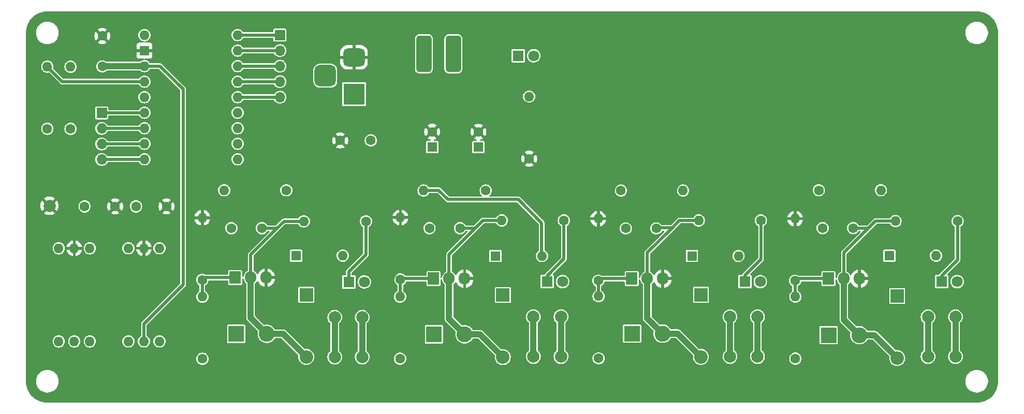
<source format=gbl>
G04 #@! TF.GenerationSoftware,KiCad,Pcbnew,8.0.0-rc1*
G04 #@! TF.CreationDate,2025-12-23T23:51:37+01:00*
G04 #@! TF.ProjectId,Pneumatic control unit system,506e6575-6d61-4746-9963-20636f6e7472,rev?*
G04 #@! TF.SameCoordinates,Original*
G04 #@! TF.FileFunction,Copper,L2,Bot*
G04 #@! TF.FilePolarity,Positive*
%FSLAX46Y46*%
G04 Gerber Fmt 4.6, Leading zero omitted, Abs format (unit mm)*
G04 Created by KiCad (PCBNEW 8.0.0-rc1) date 2025-12-23 23:51:37*
%MOMM*%
%LPD*%
G01*
G04 APERTURE LIST*
G04 Aperture macros list*
%AMRoundRect*
0 Rectangle with rounded corners*
0 $1 Rounding radius*
0 $2 $3 $4 $5 $6 $7 $8 $9 X,Y pos of 4 corners*
0 Add a 4 corners polygon primitive as box body*
4,1,4,$2,$3,$4,$5,$6,$7,$8,$9,$2,$3,0*
0 Add four circle primitives for the rounded corners*
1,1,$1+$1,$2,$3*
1,1,$1+$1,$4,$5*
1,1,$1+$1,$6,$7*
1,1,$1+$1,$8,$9*
0 Add four rect primitives between the rounded corners*
20,1,$1+$1,$2,$3,$4,$5,0*
20,1,$1+$1,$4,$5,$6,$7,0*
20,1,$1+$1,$6,$7,$8,$9,0*
20,1,$1+$1,$8,$9,$2,$3,0*%
G04 Aperture macros list end*
G04 #@! TA.AperFunction,ComponentPad*
%ADD10O,1.600000X1.600000*%
G04 #@! TD*
G04 #@! TA.AperFunction,ComponentPad*
%ADD11R,1.600000X1.600000*%
G04 #@! TD*
G04 #@! TA.AperFunction,ComponentPad*
%ADD12R,3.500000X3.500000*%
G04 #@! TD*
G04 #@! TA.AperFunction,ComponentPad*
%ADD13RoundRect,0.750000X-1.000000X0.750000X-1.000000X-0.750000X1.000000X-0.750000X1.000000X0.750000X0*%
G04 #@! TD*
G04 #@! TA.AperFunction,ComponentPad*
%ADD14RoundRect,0.875000X-0.875000X0.875000X-0.875000X-0.875000X0.875000X-0.875000X0.875000X0.875000X0*%
G04 #@! TD*
G04 #@! TA.AperFunction,ComponentPad*
%ADD15C,2.000000*%
G04 #@! TD*
G04 #@! TA.AperFunction,ComponentPad*
%ADD16O,1.700000X1.700000*%
G04 #@! TD*
G04 #@! TA.AperFunction,ComponentPad*
%ADD17R,1.700000X1.700000*%
G04 #@! TD*
G04 #@! TA.AperFunction,ComponentPad*
%ADD18R,2.200000X2.200000*%
G04 #@! TD*
G04 #@! TA.AperFunction,ComponentPad*
%ADD19O,2.200000X2.200000*%
G04 #@! TD*
G04 #@! TA.AperFunction,ComponentPad*
%ADD20R,1.800000X1.800000*%
G04 #@! TD*
G04 #@! TA.AperFunction,ComponentPad*
%ADD21C,1.800000*%
G04 #@! TD*
G04 #@! TA.AperFunction,ComponentPad*
%ADD22C,1.600000*%
G04 #@! TD*
G04 #@! TA.AperFunction,ComponentPad*
%ADD23R,1.905000X2.000000*%
G04 #@! TD*
G04 #@! TA.AperFunction,ComponentPad*
%ADD24O,1.905000X2.000000*%
G04 #@! TD*
G04 #@! TA.AperFunction,ComponentPad*
%ADD25R,2.600000X2.600000*%
G04 #@! TD*
G04 #@! TA.AperFunction,ComponentPad*
%ADD26C,2.600000*%
G04 #@! TD*
G04 #@! TA.AperFunction,ComponentPad*
%ADD27RoundRect,0.500000X-0.750000X-2.500000X0.750000X-2.500000X0.750000X2.500000X-0.750000X2.500000X0*%
G04 #@! TD*
G04 #@! TA.AperFunction,Conductor*
%ADD28C,0.500000*%
G04 #@! TD*
G04 #@! TA.AperFunction,Conductor*
%ADD29C,1.000000*%
G04 #@! TD*
G04 APERTURE END LIST*
D10*
X109889000Y-31373000D03*
D11*
X109889000Y-33913000D03*
D10*
X109889000Y-36453000D03*
X109889000Y-38993000D03*
X109889000Y-41533000D03*
X109889000Y-44073000D03*
X109889000Y-46613000D03*
X109889000Y-49153000D03*
X109889000Y-51693000D03*
X125129000Y-51693000D03*
X125129000Y-49153000D03*
X125129000Y-46613000D03*
X125129000Y-44073000D03*
X125129000Y-41533000D03*
X125129000Y-38993000D03*
X125129000Y-36453000D03*
X125129000Y-33913000D03*
X125129000Y-31373000D03*
D12*
X144157500Y-41007500D03*
D13*
X144157500Y-35007500D03*
D14*
X139457500Y-38007500D03*
D15*
X94350000Y-59300000D03*
D16*
X132035000Y-41535000D03*
X132035000Y-38995000D03*
X132035000Y-36455000D03*
X132035000Y-33915000D03*
D17*
X132035000Y-31375000D03*
X102900000Y-44100000D03*
D16*
X102900000Y-46640000D03*
X102900000Y-49180000D03*
X102900000Y-51720000D03*
D10*
X112340000Y-66230000D03*
X109800000Y-66230000D03*
X107260000Y-66230000D03*
X107260000Y-81470000D03*
X109800000Y-81470000D03*
X112340000Y-81470000D03*
D11*
X231730000Y-67450000D03*
D10*
X239350000Y-67450000D03*
D18*
X233000000Y-74050000D03*
D19*
X233000000Y-84210000D03*
D20*
X240260000Y-71700000D03*
D21*
X242800000Y-71700000D03*
D11*
X167290000Y-67500000D03*
D10*
X174910000Y-67500000D03*
D18*
X168500000Y-73900000D03*
D19*
X168500000Y-84060000D03*
D20*
X175725000Y-71700000D03*
D21*
X178265000Y-71700000D03*
D11*
X164500000Y-49700000D03*
D22*
X164500000Y-47200000D03*
X146900000Y-48600000D03*
X141900000Y-48600000D03*
X220170000Y-56750000D03*
D10*
X230330000Y-56750000D03*
D22*
X103000000Y-36500000D03*
X103000000Y-31500000D03*
D10*
X119350000Y-61250000D03*
D22*
X119350000Y-71410000D03*
X146110000Y-61850000D03*
D10*
X135950000Y-61850000D03*
D22*
X97800000Y-46710000D03*
D10*
X97800000Y-36550000D03*
D20*
X171010000Y-34750000D03*
D21*
X173550000Y-34750000D03*
D15*
X205650000Y-83950000D03*
X205650000Y-77450000D03*
X210150000Y-83950000D03*
X210150000Y-77450000D03*
D22*
X151700000Y-84310000D03*
D10*
X151700000Y-74150000D03*
D22*
X124100000Y-62960000D03*
X129100000Y-62960000D03*
X108500000Y-59400000D03*
X113500000Y-59400000D03*
D23*
X221740000Y-71210000D03*
D24*
X224280000Y-71210000D03*
X226820000Y-71210000D03*
D23*
X124720000Y-71040000D03*
D24*
X127260000Y-71040000D03*
X129800000Y-71040000D03*
D22*
X210700000Y-61700000D03*
D10*
X200540000Y-61700000D03*
X197980000Y-56800000D03*
D22*
X187820000Y-56800000D03*
X156500000Y-62960000D03*
X161500000Y-62960000D03*
D15*
X173500000Y-83950000D03*
X173500000Y-77450000D03*
X178000000Y-83950000D03*
X178000000Y-77450000D03*
D10*
X100950000Y-66250000D03*
X98410000Y-66250000D03*
X95870000Y-66250000D03*
X95870000Y-81490000D03*
X98410000Y-81490000D03*
X100950000Y-81490000D03*
D22*
X184150000Y-84260000D03*
D10*
X184150000Y-74100000D03*
D22*
X184100000Y-71560000D03*
D10*
X184100000Y-61400000D03*
D22*
X188600000Y-63000000D03*
X193600000Y-63000000D03*
X151750000Y-71360000D03*
D10*
X151750000Y-61200000D03*
D25*
X157250000Y-80320000D03*
D26*
X162250000Y-80320000D03*
D22*
X220800000Y-62950000D03*
X225800000Y-62950000D03*
D11*
X156950000Y-49682380D03*
D22*
X156950000Y-47182380D03*
D10*
X122920000Y-56750000D03*
D22*
X133080000Y-56750000D03*
D15*
X238030000Y-83960000D03*
X238030000Y-77460000D03*
X242530000Y-83960000D03*
X242530000Y-77460000D03*
D22*
X119370000Y-84330000D03*
D10*
X119370000Y-74170000D03*
D18*
X200900000Y-73850000D03*
D19*
X200900000Y-84010000D03*
D10*
X94000000Y-36520000D03*
D22*
X94000000Y-46680000D03*
X172800000Y-51580000D03*
D10*
X172800000Y-41420000D03*
D25*
X221780000Y-80460000D03*
D26*
X226780000Y-80460000D03*
D23*
X157170000Y-71210000D03*
D24*
X159710000Y-71210000D03*
X162250000Y-71210000D03*
D22*
X216300000Y-71560000D03*
D10*
X216300000Y-61400000D03*
D25*
X124902379Y-80250000D03*
D26*
X129902379Y-80250000D03*
D25*
X189630000Y-80210000D03*
D26*
X194630000Y-80210000D03*
D22*
X165700000Y-56800000D03*
D10*
X155540000Y-56800000D03*
D15*
X141000000Y-84040000D03*
X141000000Y-77540000D03*
X145500000Y-84040000D03*
X145500000Y-77540000D03*
D23*
X189590000Y-71210000D03*
D24*
X192130000Y-71210000D03*
X194670000Y-71210000D03*
D22*
X242880000Y-61800000D03*
D10*
X232720000Y-61800000D03*
X142320000Y-67450000D03*
D11*
X134700000Y-67450000D03*
D18*
X136350000Y-73850000D03*
D19*
X136350000Y-84010000D03*
D22*
X178480000Y-61700000D03*
D10*
X168320000Y-61700000D03*
D22*
X216350000Y-84300000D03*
D10*
X216350000Y-74140000D03*
D27*
X155598000Y-34450000D03*
X160398000Y-34450000D03*
D20*
X208060000Y-71710000D03*
D21*
X210600000Y-71710000D03*
D10*
X207050000Y-67500000D03*
D11*
X199430000Y-67500000D03*
D22*
X100100000Y-59400000D03*
X105100000Y-59400000D03*
D20*
X143300000Y-71750000D03*
D21*
X145840000Y-71750000D03*
D28*
X119350000Y-74110000D02*
X119400000Y-74160000D01*
X119730000Y-71040000D02*
X119350000Y-71420000D01*
X119350000Y-71420000D02*
X119350000Y-74110000D01*
X124720000Y-71040000D02*
X119730000Y-71040000D01*
X143300000Y-71710000D02*
X143300000Y-70070000D01*
X143300000Y-70070000D02*
X146100000Y-67270000D01*
X146100000Y-67270000D02*
X146100000Y-61840000D01*
D29*
X141000000Y-77540000D02*
X141000000Y-84040000D01*
X173500000Y-77460000D02*
X173500000Y-83960000D01*
D28*
X116200000Y-72200000D02*
X116200000Y-40200000D01*
D29*
X178000000Y-77460000D02*
X178000000Y-83960000D01*
X210130000Y-77460000D02*
X210130000Y-83960000D01*
X145500000Y-77540000D02*
X145500000Y-84040000D01*
D28*
X116200000Y-40200000D02*
X112436000Y-36436000D01*
D29*
X242530000Y-77460000D02*
X242530000Y-83960000D01*
D28*
X112436000Y-36436000D02*
X109883000Y-36436000D01*
D29*
X109883000Y-36436000D02*
X103064000Y-36436000D01*
D28*
X109800000Y-81470000D02*
X109800000Y-78600000D01*
X109800000Y-78600000D02*
X116200000Y-72200000D01*
X109883000Y-38976000D02*
X96456000Y-38976000D01*
X96456000Y-38976000D02*
X94000000Y-36520000D01*
X171000000Y-58250000D02*
X174850000Y-62100000D01*
X174850000Y-62100000D02*
X174850000Y-67460000D01*
X159500000Y-58250000D02*
X171000000Y-58250000D01*
X158000000Y-56750000D02*
X159500000Y-58250000D01*
X155560000Y-56750000D02*
X158000000Y-56750000D01*
X175725000Y-70745000D02*
X175725000Y-71710000D01*
X178500000Y-67970000D02*
X175725000Y-70745000D01*
X178500000Y-61710000D02*
X178500000Y-67970000D01*
X184460000Y-71210000D02*
X184130000Y-71540000D01*
X189590000Y-71210000D02*
X184460000Y-71210000D01*
X184130000Y-71540000D02*
X184130000Y-74130000D01*
X240240000Y-70760000D02*
X242860000Y-68140000D01*
X240240000Y-71710000D02*
X240240000Y-70760000D01*
X242860000Y-68140000D02*
X242860000Y-61790000D01*
X208090000Y-70660000D02*
X210710000Y-68040000D01*
X210710000Y-68040000D02*
X210710000Y-61710000D01*
X208090000Y-71710000D02*
X208090000Y-70660000D01*
X151910000Y-71210000D02*
X151750000Y-71370000D01*
X151750000Y-74130000D02*
X151750000Y-71370000D01*
X157170000Y-71210000D02*
X151910000Y-71210000D01*
X216280000Y-71540000D02*
X216280000Y-74050000D01*
X216280000Y-74050000D02*
X216360000Y-74130000D01*
X216610000Y-71210000D02*
X216280000Y-71540000D01*
X221740000Y-71210000D02*
X216610000Y-71210000D01*
X102898000Y-49161000D02*
X109858000Y-49161000D01*
X109858000Y-49161000D02*
X109883000Y-49136000D01*
X109858000Y-46621000D02*
X109883000Y-46596000D01*
X102898000Y-46621000D02*
X109858000Y-46621000D01*
X109858000Y-44081000D02*
X109883000Y-44056000D01*
X102898000Y-44081000D02*
X109858000Y-44081000D01*
D29*
X197050000Y-80210000D02*
X200880000Y-84040000D01*
X192130000Y-71210000D02*
X192130000Y-77710000D01*
D28*
X193600000Y-62900000D02*
X196100000Y-62900000D01*
X197380000Y-61710000D02*
X200550000Y-61710000D01*
X196130000Y-62960000D02*
X197380000Y-61710000D01*
X192130000Y-66960000D02*
X192130000Y-71210000D01*
X196130000Y-62960000D02*
X192130000Y-66960000D01*
D29*
X194630000Y-80210000D02*
X197050000Y-80210000D01*
X192130000Y-77710000D02*
X194630000Y-80210000D01*
D28*
X232700000Y-61790000D02*
X229450000Y-61790000D01*
X224280000Y-66960000D02*
X228280000Y-62960000D01*
X224280000Y-71210000D02*
X224280000Y-66960000D01*
X225780000Y-62960000D02*
X228280000Y-62960000D01*
D29*
X226780000Y-80460000D02*
X229280000Y-80460000D01*
D28*
X229450000Y-61790000D02*
X228280000Y-62960000D01*
D29*
X224280000Y-77960000D02*
X226780000Y-80460000D01*
X224280000Y-77960000D02*
X224280000Y-71210000D01*
X229280000Y-80460000D02*
X233030000Y-84210000D01*
D28*
X127260000Y-67300000D02*
X131600000Y-62960000D01*
D29*
X129902379Y-80250000D02*
X132580000Y-80250000D01*
X127260000Y-77607621D02*
X127260000Y-71040000D01*
D28*
X135940000Y-61840000D02*
X132720000Y-61840000D01*
X132720000Y-61840000D02*
X131600000Y-62960000D01*
X127260000Y-71040000D02*
X127260000Y-67300000D01*
D29*
X132580000Y-80250000D02*
X136350000Y-84020000D01*
X127260000Y-77607621D02*
X129902379Y-80250000D01*
D28*
X129100000Y-62960000D02*
X131600000Y-62960000D01*
D29*
X159710000Y-77780000D02*
X162250000Y-80320000D01*
D28*
X159710000Y-71210000D02*
X159710000Y-67250000D01*
X159710000Y-67250000D02*
X164000000Y-62960000D01*
D29*
X159710000Y-77780000D02*
X159710000Y-71210000D01*
X164780000Y-80320000D02*
X168500000Y-84040000D01*
D28*
X168340000Y-61710000D02*
X165250000Y-61710000D01*
X161500000Y-62960000D02*
X164000000Y-62960000D01*
X165250000Y-61710000D02*
X164000000Y-62960000D01*
D29*
X162250000Y-80320000D02*
X164780000Y-80320000D01*
X205630000Y-77460000D02*
X205630000Y-83960000D01*
X238030000Y-77460000D02*
X238030000Y-83960000D01*
D28*
X125123000Y-33896000D02*
X132023000Y-33896000D01*
X125123000Y-36436000D02*
X132023000Y-36436000D01*
X125123000Y-31356000D02*
X132023000Y-31356000D01*
X125123000Y-41516000D02*
X132023000Y-41516000D01*
X125123000Y-38976000D02*
X132023000Y-38976000D01*
X109883000Y-51676000D02*
X102944000Y-51676000D01*
X102944000Y-51676000D02*
X102900000Y-51720000D01*
G04 #@! TA.AperFunction,Conductor*
G36*
X246003032Y-27500648D02*
G01*
X246336929Y-27517052D01*
X246349037Y-27518245D01*
X246452146Y-27533539D01*
X246676699Y-27566849D01*
X246688617Y-27569219D01*
X247009951Y-27649709D01*
X247021588Y-27653240D01*
X247092806Y-27678722D01*
X247333467Y-27764832D01*
X247344688Y-27769479D01*
X247644163Y-27911120D01*
X247654871Y-27916844D01*
X247938988Y-28087137D01*
X247949106Y-28093897D01*
X248215170Y-28291224D01*
X248224576Y-28298944D01*
X248470013Y-28521395D01*
X248478604Y-28529986D01*
X248665755Y-28736475D01*
X248701055Y-28775423D01*
X248708775Y-28784829D01*
X248906102Y-29050893D01*
X248912862Y-29061011D01*
X249078149Y-29336777D01*
X249083148Y-29345116D01*
X249088883Y-29355844D01*
X249137229Y-29458064D01*
X249230514Y-29655297D01*
X249235170Y-29666540D01*
X249346759Y-29978411D01*
X249350292Y-29990055D01*
X249430777Y-30311369D01*
X249433151Y-30323305D01*
X249481754Y-30650962D01*
X249482947Y-30663071D01*
X249499351Y-30996966D01*
X249499500Y-31003051D01*
X249499500Y-87996948D01*
X249499351Y-88003033D01*
X249482947Y-88336928D01*
X249481754Y-88349037D01*
X249433151Y-88676694D01*
X249430777Y-88688630D01*
X249350292Y-89009944D01*
X249346759Y-89021588D01*
X249235170Y-89333459D01*
X249230514Y-89344702D01*
X249088885Y-89644151D01*
X249083148Y-89654883D01*
X248912862Y-89938988D01*
X248906102Y-89949106D01*
X248708775Y-90215170D01*
X248701055Y-90224576D01*
X248478611Y-90470006D01*
X248470006Y-90478611D01*
X248224576Y-90701055D01*
X248215170Y-90708775D01*
X247949106Y-90906102D01*
X247938988Y-90912862D01*
X247654883Y-91083148D01*
X247644151Y-91088885D01*
X247344702Y-91230514D01*
X247333459Y-91235170D01*
X247021588Y-91346759D01*
X247009944Y-91350292D01*
X246688630Y-91430777D01*
X246676694Y-91433151D01*
X246349037Y-91481754D01*
X246336928Y-91482947D01*
X246021989Y-91498419D01*
X246003031Y-91499351D01*
X245996949Y-91499500D01*
X94003051Y-91499500D01*
X93996968Y-91499351D01*
X93976900Y-91498365D01*
X93663071Y-91482947D01*
X93650962Y-91481754D01*
X93323305Y-91433151D01*
X93311369Y-91430777D01*
X92990055Y-91350292D01*
X92978411Y-91346759D01*
X92666540Y-91235170D01*
X92655301Y-91230515D01*
X92355844Y-91088883D01*
X92345121Y-91083150D01*
X92061011Y-90912862D01*
X92050893Y-90906102D01*
X91784829Y-90708775D01*
X91775423Y-90701055D01*
X91736475Y-90665755D01*
X91529986Y-90478604D01*
X91521395Y-90470013D01*
X91298944Y-90224576D01*
X91291224Y-90215170D01*
X91093897Y-89949106D01*
X91087137Y-89938988D01*
X90916844Y-89654871D01*
X90911120Y-89644163D01*
X90769479Y-89344688D01*
X90764829Y-89333459D01*
X90725212Y-89222738D01*
X90692902Y-89132438D01*
X90653240Y-89021588D01*
X90649707Y-89009944D01*
X90640958Y-88975015D01*
X90569219Y-88688617D01*
X90566848Y-88676694D01*
X90518245Y-88349037D01*
X90517052Y-88336927D01*
X90506458Y-88121288D01*
X92149500Y-88121288D01*
X92181161Y-88361785D01*
X92243947Y-88596104D01*
X92282273Y-88688630D01*
X92336776Y-88820212D01*
X92458064Y-89030289D01*
X92458066Y-89030292D01*
X92458067Y-89030293D01*
X92605733Y-89222736D01*
X92605739Y-89222743D01*
X92777256Y-89394260D01*
X92777262Y-89394265D01*
X92969711Y-89541936D01*
X93179788Y-89663224D01*
X93403900Y-89756054D01*
X93638211Y-89818838D01*
X93818586Y-89842584D01*
X93878711Y-89850500D01*
X93878712Y-89850500D01*
X94121289Y-89850500D01*
X94169388Y-89844167D01*
X94361789Y-89818838D01*
X94596100Y-89756054D01*
X94820212Y-89663224D01*
X95030289Y-89541936D01*
X95222738Y-89394265D01*
X95394265Y-89222738D01*
X95541936Y-89030289D01*
X95663224Y-88820212D01*
X95756054Y-88596100D01*
X95818838Y-88361789D01*
X95850500Y-88121288D01*
X244149500Y-88121288D01*
X244181161Y-88361785D01*
X244243947Y-88596104D01*
X244282273Y-88688630D01*
X244336776Y-88820212D01*
X244458064Y-89030289D01*
X244458066Y-89030292D01*
X244458067Y-89030293D01*
X244605733Y-89222736D01*
X244605739Y-89222743D01*
X244777256Y-89394260D01*
X244777262Y-89394265D01*
X244969711Y-89541936D01*
X245179788Y-89663224D01*
X245403900Y-89756054D01*
X245638211Y-89818838D01*
X245818586Y-89842584D01*
X245878711Y-89850500D01*
X245878712Y-89850500D01*
X246121289Y-89850500D01*
X246169388Y-89844167D01*
X246361789Y-89818838D01*
X246596100Y-89756054D01*
X246820212Y-89663224D01*
X247030289Y-89541936D01*
X247222738Y-89394265D01*
X247394265Y-89222738D01*
X247541936Y-89030289D01*
X247663224Y-88820212D01*
X247756054Y-88596100D01*
X247818838Y-88361789D01*
X247850500Y-88121288D01*
X247850500Y-87878712D01*
X247818838Y-87638211D01*
X247756054Y-87403900D01*
X247663224Y-87179788D01*
X247541936Y-86969711D01*
X247394265Y-86777262D01*
X247394260Y-86777256D01*
X247222743Y-86605739D01*
X247222736Y-86605733D01*
X247030293Y-86458067D01*
X247030292Y-86458066D01*
X247030289Y-86458064D01*
X246820212Y-86336776D01*
X246820205Y-86336773D01*
X246596104Y-86243947D01*
X246361785Y-86181161D01*
X246121289Y-86149500D01*
X246121288Y-86149500D01*
X245878712Y-86149500D01*
X245878711Y-86149500D01*
X245638214Y-86181161D01*
X245403895Y-86243947D01*
X245179794Y-86336773D01*
X245179785Y-86336777D01*
X244969706Y-86458067D01*
X244777263Y-86605733D01*
X244777256Y-86605739D01*
X244605739Y-86777256D01*
X244605733Y-86777263D01*
X244458067Y-86969706D01*
X244336777Y-87179785D01*
X244336773Y-87179794D01*
X244243947Y-87403895D01*
X244181161Y-87638214D01*
X244149500Y-87878711D01*
X244149500Y-88121288D01*
X95850500Y-88121288D01*
X95850500Y-87878712D01*
X95818838Y-87638211D01*
X95756054Y-87403900D01*
X95663224Y-87179788D01*
X95541936Y-86969711D01*
X95394265Y-86777262D01*
X95394260Y-86777256D01*
X95222743Y-86605739D01*
X95222736Y-86605733D01*
X95030293Y-86458067D01*
X95030292Y-86458066D01*
X95030289Y-86458064D01*
X94820212Y-86336776D01*
X94820205Y-86336773D01*
X94596104Y-86243947D01*
X94361785Y-86181161D01*
X94121289Y-86149500D01*
X94121288Y-86149500D01*
X93878712Y-86149500D01*
X93878711Y-86149500D01*
X93638214Y-86181161D01*
X93403895Y-86243947D01*
X93179794Y-86336773D01*
X93179785Y-86336777D01*
X92969706Y-86458067D01*
X92777263Y-86605733D01*
X92777256Y-86605739D01*
X92605739Y-86777256D01*
X92605733Y-86777263D01*
X92458067Y-86969706D01*
X92336777Y-87179785D01*
X92336773Y-87179794D01*
X92243947Y-87403895D01*
X92181161Y-87638214D01*
X92149500Y-87878711D01*
X92149500Y-88121288D01*
X90506458Y-88121288D01*
X90500649Y-88003032D01*
X90500500Y-87996948D01*
X90500500Y-84330000D01*
X118364659Y-84330000D01*
X118383975Y-84526129D01*
X118383976Y-84526132D01*
X118440581Y-84712734D01*
X118441188Y-84714733D01*
X118534086Y-84888532D01*
X118534090Y-84888539D01*
X118659116Y-85040883D01*
X118811460Y-85165909D01*
X118811467Y-85165913D01*
X118985266Y-85258811D01*
X118985269Y-85258811D01*
X118985273Y-85258814D01*
X119173868Y-85316024D01*
X119370000Y-85335341D01*
X119566132Y-85316024D01*
X119754727Y-85258814D01*
X119778656Y-85246024D01*
X119882408Y-85190567D01*
X119928538Y-85165910D01*
X120080883Y-85040883D01*
X120205910Y-84888538D01*
X120298814Y-84714727D01*
X120356024Y-84526132D01*
X120375341Y-84330000D01*
X120356024Y-84133868D01*
X120298814Y-83945273D01*
X120298811Y-83945269D01*
X120298811Y-83945266D01*
X120205913Y-83771467D01*
X120205909Y-83771460D01*
X120080883Y-83619116D01*
X119928539Y-83494090D01*
X119928532Y-83494086D01*
X119754733Y-83401188D01*
X119754727Y-83401186D01*
X119566132Y-83343976D01*
X119566129Y-83343975D01*
X119370000Y-83324659D01*
X119173870Y-83343975D01*
X118985266Y-83401188D01*
X118811467Y-83494086D01*
X118811460Y-83494090D01*
X118659116Y-83619116D01*
X118534090Y-83771460D01*
X118534086Y-83771467D01*
X118441188Y-83945266D01*
X118383975Y-84133870D01*
X118364659Y-84330000D01*
X90500500Y-84330000D01*
X90500500Y-81490000D01*
X94864659Y-81490000D01*
X94883975Y-81686129D01*
X94883976Y-81686132D01*
X94930114Y-81838229D01*
X94941188Y-81874733D01*
X95034086Y-82048532D01*
X95034090Y-82048539D01*
X95159116Y-82200883D01*
X95311460Y-82325909D01*
X95311467Y-82325913D01*
X95485266Y-82418811D01*
X95485269Y-82418811D01*
X95485273Y-82418814D01*
X95673868Y-82476024D01*
X95870000Y-82495341D01*
X96066132Y-82476024D01*
X96254727Y-82418814D01*
X96292145Y-82398814D01*
X96428532Y-82325913D01*
X96428538Y-82325910D01*
X96580883Y-82200883D01*
X96705910Y-82048538D01*
X96798814Y-81874727D01*
X96856024Y-81686132D01*
X96875341Y-81490000D01*
X97404659Y-81490000D01*
X97423975Y-81686129D01*
X97423976Y-81686132D01*
X97470114Y-81838229D01*
X97481188Y-81874733D01*
X97574086Y-82048532D01*
X97574090Y-82048539D01*
X97699116Y-82200883D01*
X97851460Y-82325909D01*
X97851467Y-82325913D01*
X98025266Y-82418811D01*
X98025269Y-82418811D01*
X98025273Y-82418814D01*
X98213868Y-82476024D01*
X98410000Y-82495341D01*
X98606132Y-82476024D01*
X98794727Y-82418814D01*
X98832145Y-82398814D01*
X98968532Y-82325913D01*
X98968538Y-82325910D01*
X99120883Y-82200883D01*
X99245910Y-82048538D01*
X99338814Y-81874727D01*
X99396024Y-81686132D01*
X99415341Y-81490000D01*
X99944659Y-81490000D01*
X99963975Y-81686129D01*
X99963976Y-81686132D01*
X100010114Y-81838229D01*
X100021188Y-81874733D01*
X100114086Y-82048532D01*
X100114090Y-82048539D01*
X100239116Y-82200883D01*
X100391460Y-82325909D01*
X100391467Y-82325913D01*
X100565266Y-82418811D01*
X100565269Y-82418811D01*
X100565273Y-82418814D01*
X100753868Y-82476024D01*
X100950000Y-82495341D01*
X101146132Y-82476024D01*
X101334727Y-82418814D01*
X101372145Y-82398814D01*
X101508532Y-82325913D01*
X101508538Y-82325910D01*
X101660883Y-82200883D01*
X101785910Y-82048538D01*
X101878814Y-81874727D01*
X101936024Y-81686132D01*
X101955341Y-81490000D01*
X101953371Y-81470000D01*
X106254659Y-81470000D01*
X106273975Y-81666129D01*
X106273976Y-81666132D01*
X106326181Y-81838229D01*
X106331188Y-81854733D01*
X106424086Y-82028532D01*
X106424090Y-82028539D01*
X106549116Y-82180883D01*
X106701460Y-82305909D01*
X106701467Y-82305913D01*
X106875266Y-82398811D01*
X106875269Y-82398811D01*
X106875273Y-82398814D01*
X107063868Y-82456024D01*
X107260000Y-82475341D01*
X107456132Y-82456024D01*
X107644727Y-82398814D01*
X107818538Y-82305910D01*
X107970883Y-82180883D01*
X108095910Y-82028538D01*
X108188814Y-81854727D01*
X108246024Y-81666132D01*
X108265341Y-81470000D01*
X108246024Y-81273868D01*
X108188814Y-81085273D01*
X108188811Y-81085269D01*
X108188811Y-81085266D01*
X108095913Y-80911467D01*
X108095909Y-80911460D01*
X107970883Y-80759116D01*
X107818539Y-80634090D01*
X107818532Y-80634086D01*
X107644733Y-80541188D01*
X107644727Y-80541186D01*
X107515611Y-80502019D01*
X107456129Y-80483975D01*
X107260000Y-80464659D01*
X107063870Y-80483975D01*
X106875266Y-80541188D01*
X106701467Y-80634086D01*
X106701460Y-80634090D01*
X106549116Y-80759116D01*
X106424090Y-80911460D01*
X106424086Y-80911467D01*
X106331188Y-81085266D01*
X106273975Y-81273870D01*
X106254659Y-81470000D01*
X101953371Y-81470000D01*
X101936024Y-81293868D01*
X101878814Y-81105273D01*
X101878811Y-81105269D01*
X101878811Y-81105266D01*
X101785913Y-80931467D01*
X101785909Y-80931460D01*
X101660883Y-80779116D01*
X101508539Y-80654090D01*
X101508532Y-80654086D01*
X101334733Y-80561188D01*
X101334727Y-80561186D01*
X101146132Y-80503976D01*
X101146129Y-80503975D01*
X100950000Y-80484659D01*
X100753870Y-80503975D01*
X100565266Y-80561188D01*
X100391467Y-80654086D01*
X100391460Y-80654090D01*
X100239116Y-80779116D01*
X100114090Y-80931460D01*
X100114086Y-80931467D01*
X100021188Y-81105266D01*
X99963975Y-81293870D01*
X99944659Y-81490000D01*
X99415341Y-81490000D01*
X99396024Y-81293868D01*
X99338814Y-81105273D01*
X99338811Y-81105269D01*
X99338811Y-81105266D01*
X99245913Y-80931467D01*
X99245909Y-80931460D01*
X99120883Y-80779116D01*
X98968539Y-80654090D01*
X98968532Y-80654086D01*
X98794733Y-80561188D01*
X98794727Y-80561186D01*
X98606132Y-80503976D01*
X98606129Y-80503975D01*
X98410000Y-80484659D01*
X98213870Y-80503975D01*
X98025266Y-80561188D01*
X97851467Y-80654086D01*
X97851460Y-80654090D01*
X97699116Y-80779116D01*
X97574090Y-80931460D01*
X97574086Y-80931467D01*
X97481188Y-81105266D01*
X97423975Y-81293870D01*
X97404659Y-81490000D01*
X96875341Y-81490000D01*
X96856024Y-81293868D01*
X96798814Y-81105273D01*
X96798811Y-81105269D01*
X96798811Y-81105266D01*
X96705913Y-80931467D01*
X96705909Y-80931460D01*
X96580883Y-80779116D01*
X96428539Y-80654090D01*
X96428532Y-80654086D01*
X96254733Y-80561188D01*
X96254727Y-80561186D01*
X96066132Y-80503976D01*
X96066129Y-80503975D01*
X95870000Y-80484659D01*
X95673870Y-80503975D01*
X95485266Y-80561188D01*
X95311467Y-80654086D01*
X95311460Y-80654090D01*
X95159116Y-80779116D01*
X95034090Y-80931460D01*
X95034086Y-80931467D01*
X94941188Y-81105266D01*
X94883975Y-81293870D01*
X94864659Y-81490000D01*
X90500500Y-81490000D01*
X90500500Y-66250000D01*
X94864659Y-66250000D01*
X94883975Y-66446129D01*
X94889389Y-66463975D01*
X94940679Y-66633057D01*
X94941188Y-66634733D01*
X95034086Y-66808532D01*
X95034090Y-66808539D01*
X95159116Y-66960883D01*
X95311460Y-67085909D01*
X95311467Y-67085913D01*
X95485266Y-67178811D01*
X95485269Y-67178811D01*
X95485273Y-67178814D01*
X95673868Y-67236024D01*
X95870000Y-67255341D01*
X96066132Y-67236024D01*
X96254727Y-67178814D01*
X96292145Y-67158814D01*
X96353322Y-67126114D01*
X96428538Y-67085910D01*
X96580883Y-66960883D01*
X96705910Y-66808538D01*
X96784305Y-66661871D01*
X96798811Y-66634733D01*
X96798811Y-66634732D01*
X96798814Y-66634727D01*
X96856024Y-66446132D01*
X96875341Y-66250000D01*
X96856024Y-66053868D01*
X96839683Y-65999999D01*
X97131127Y-65999999D01*
X97131128Y-66000000D01*
X97976988Y-66000000D01*
X97944075Y-66057007D01*
X97910000Y-66184174D01*
X97910000Y-66315826D01*
X97944075Y-66442993D01*
X97976988Y-66500000D01*
X97131128Y-66500000D01*
X97183730Y-66696317D01*
X97183734Y-66696326D01*
X97279865Y-66902482D01*
X97410342Y-67088820D01*
X97571179Y-67249657D01*
X97757517Y-67380134D01*
X97963673Y-67476265D01*
X97963682Y-67476269D01*
X98159999Y-67528872D01*
X98160000Y-67528871D01*
X98160000Y-66683012D01*
X98217007Y-66715925D01*
X98344174Y-66750000D01*
X98475826Y-66750000D01*
X98602993Y-66715925D01*
X98660000Y-66683012D01*
X98660000Y-67528872D01*
X98856317Y-67476269D01*
X98856326Y-67476265D01*
X99062482Y-67380134D01*
X99248820Y-67249657D01*
X99409657Y-67088820D01*
X99540134Y-66902482D01*
X99636265Y-66696326D01*
X99636269Y-66696317D01*
X99688872Y-66500000D01*
X98843012Y-66500000D01*
X98875925Y-66442993D01*
X98910000Y-66315826D01*
X98910000Y-66250000D01*
X99944659Y-66250000D01*
X99963975Y-66446129D01*
X99969389Y-66463975D01*
X100020679Y-66633057D01*
X100021188Y-66634733D01*
X100114086Y-66808532D01*
X100114090Y-66808539D01*
X100239116Y-66960883D01*
X100391460Y-67085909D01*
X100391467Y-67085913D01*
X100565266Y-67178811D01*
X100565269Y-67178811D01*
X100565273Y-67178814D01*
X100753868Y-67236024D01*
X100950000Y-67255341D01*
X101146132Y-67236024D01*
X101334727Y-67178814D01*
X101372145Y-67158814D01*
X101433322Y-67126114D01*
X101508538Y-67085910D01*
X101660883Y-66960883D01*
X101785910Y-66808538D01*
X101864305Y-66661871D01*
X101878811Y-66634733D01*
X101878811Y-66634732D01*
X101878814Y-66634727D01*
X101936024Y-66446132D01*
X101955341Y-66250000D01*
X101953371Y-66230000D01*
X106254659Y-66230000D01*
X106273975Y-66426129D01*
X106273976Y-66426132D01*
X106302810Y-66521186D01*
X106331188Y-66614733D01*
X106424086Y-66788532D01*
X106424090Y-66788539D01*
X106549116Y-66940883D01*
X106701460Y-67065909D01*
X106701467Y-67065913D01*
X106875266Y-67158811D01*
X106875269Y-67158811D01*
X106875273Y-67158814D01*
X107063868Y-67216024D01*
X107260000Y-67235341D01*
X107456132Y-67216024D01*
X107644727Y-67158814D01*
X107818538Y-67065910D01*
X107970883Y-66940883D01*
X108095910Y-66788538D01*
X108178124Y-66634727D01*
X108188811Y-66614733D01*
X108188811Y-66614732D01*
X108188814Y-66614727D01*
X108246024Y-66426132D01*
X108265341Y-66230000D01*
X108246024Y-66033868D01*
X108229683Y-65979999D01*
X108521127Y-65979999D01*
X108521128Y-65980000D01*
X109366988Y-65980000D01*
X109334075Y-66037007D01*
X109300000Y-66164174D01*
X109300000Y-66295826D01*
X109334075Y-66422993D01*
X109366988Y-66480000D01*
X108521128Y-66480000D01*
X108573730Y-66676317D01*
X108573734Y-66676326D01*
X108669865Y-66882482D01*
X108800342Y-67068820D01*
X108961179Y-67229657D01*
X109147517Y-67360134D01*
X109353673Y-67456265D01*
X109353682Y-67456269D01*
X109549999Y-67508872D01*
X109550000Y-67508871D01*
X109550000Y-66663012D01*
X109607007Y-66695925D01*
X109734174Y-66730000D01*
X109865826Y-66730000D01*
X109992993Y-66695925D01*
X110050000Y-66663012D01*
X110050000Y-67508872D01*
X110246317Y-67456269D01*
X110246326Y-67456265D01*
X110452482Y-67360134D01*
X110638820Y-67229657D01*
X110799657Y-67068820D01*
X110930134Y-66882482D01*
X111026265Y-66676326D01*
X111026269Y-66676317D01*
X111078872Y-66480000D01*
X110233012Y-66480000D01*
X110265925Y-66422993D01*
X110300000Y-66295826D01*
X110300000Y-66230000D01*
X111334659Y-66230000D01*
X111353975Y-66426129D01*
X111353976Y-66426132D01*
X111382810Y-66521186D01*
X111411188Y-66614733D01*
X111504086Y-66788532D01*
X111504090Y-66788539D01*
X111629116Y-66940883D01*
X111781460Y-67065909D01*
X111781467Y-67065913D01*
X111955266Y-67158811D01*
X111955269Y-67158811D01*
X111955273Y-67158814D01*
X112143868Y-67216024D01*
X112340000Y-67235341D01*
X112536132Y-67216024D01*
X112724727Y-67158814D01*
X112898538Y-67065910D01*
X113050883Y-66940883D01*
X113175910Y-66788538D01*
X113258124Y-66634727D01*
X113268811Y-66614733D01*
X113268811Y-66614732D01*
X113268814Y-66614727D01*
X113326024Y-66426132D01*
X113345341Y-66230000D01*
X113326024Y-66033868D01*
X113268814Y-65845273D01*
X113268811Y-65845269D01*
X113268811Y-65845266D01*
X113175913Y-65671467D01*
X113175909Y-65671460D01*
X113050883Y-65519116D01*
X112898539Y-65394090D01*
X112898532Y-65394086D01*
X112724733Y-65301188D01*
X112724727Y-65301186D01*
X112536132Y-65243976D01*
X112536129Y-65243975D01*
X112340000Y-65224659D01*
X112143870Y-65243975D01*
X111955266Y-65301188D01*
X111781467Y-65394086D01*
X111781460Y-65394090D01*
X111629116Y-65519116D01*
X111504090Y-65671460D01*
X111504086Y-65671467D01*
X111411188Y-65845266D01*
X111353975Y-66033870D01*
X111334659Y-66230000D01*
X110300000Y-66230000D01*
X110300000Y-66164174D01*
X110265925Y-66037007D01*
X110233012Y-65980000D01*
X111078872Y-65980000D01*
X111078872Y-65979999D01*
X111026269Y-65783682D01*
X111026265Y-65783673D01*
X110930134Y-65577517D01*
X110799657Y-65391179D01*
X110638820Y-65230342D01*
X110452482Y-65099865D01*
X110246328Y-65003734D01*
X110050000Y-64951127D01*
X110050000Y-65796988D01*
X109992993Y-65764075D01*
X109865826Y-65730000D01*
X109734174Y-65730000D01*
X109607007Y-65764075D01*
X109550000Y-65796988D01*
X109550000Y-64951127D01*
X109353671Y-65003734D01*
X109147517Y-65099865D01*
X108961179Y-65230342D01*
X108800342Y-65391179D01*
X108669865Y-65577517D01*
X108573734Y-65783673D01*
X108573730Y-65783682D01*
X108521127Y-65979999D01*
X108229683Y-65979999D01*
X108188814Y-65845273D01*
X108188811Y-65845269D01*
X108188811Y-65845266D01*
X108095913Y-65671467D01*
X108095909Y-65671460D01*
X107970883Y-65519116D01*
X107818539Y-65394090D01*
X107818532Y-65394086D01*
X107644733Y-65301188D01*
X107644727Y-65301186D01*
X107456132Y-65243976D01*
X107456129Y-65243975D01*
X107260000Y-65224659D01*
X107063870Y-65243975D01*
X106875266Y-65301188D01*
X106701467Y-65394086D01*
X106701460Y-65394090D01*
X106549116Y-65519116D01*
X106424090Y-65671460D01*
X106424086Y-65671467D01*
X106331188Y-65845266D01*
X106273975Y-66033870D01*
X106254659Y-66230000D01*
X101953371Y-66230000D01*
X101936024Y-66053868D01*
X101878814Y-65865273D01*
X101878811Y-65865269D01*
X101878811Y-65865266D01*
X101785913Y-65691467D01*
X101785909Y-65691460D01*
X101660883Y-65539116D01*
X101508539Y-65414090D01*
X101508532Y-65414086D01*
X101334733Y-65321188D01*
X101334727Y-65321186D01*
X101146132Y-65263976D01*
X101146129Y-65263975D01*
X100950000Y-65244659D01*
X100753870Y-65263975D01*
X100565266Y-65321188D01*
X100391467Y-65414086D01*
X100391460Y-65414090D01*
X100239116Y-65539116D01*
X100114090Y-65691460D01*
X100114086Y-65691467D01*
X100021188Y-65865266D01*
X99963975Y-66053870D01*
X99944659Y-66250000D01*
X98910000Y-66250000D01*
X98910000Y-66184174D01*
X98875925Y-66057007D01*
X98843012Y-66000000D01*
X99688872Y-66000000D01*
X99688872Y-65999999D01*
X99636269Y-65803682D01*
X99636265Y-65803673D01*
X99540134Y-65597517D01*
X99409657Y-65411179D01*
X99248820Y-65250342D01*
X99062482Y-65119865D01*
X98856328Y-65023734D01*
X98660000Y-64971127D01*
X98660000Y-65816988D01*
X98602993Y-65784075D01*
X98475826Y-65750000D01*
X98344174Y-65750000D01*
X98217007Y-65784075D01*
X98160000Y-65816988D01*
X98160000Y-64971127D01*
X97963671Y-65023734D01*
X97757517Y-65119865D01*
X97571179Y-65250342D01*
X97410342Y-65411179D01*
X97279865Y-65597517D01*
X97183734Y-65803673D01*
X97183730Y-65803682D01*
X97131127Y-65999999D01*
X96839683Y-65999999D01*
X96798814Y-65865273D01*
X96798811Y-65865269D01*
X96798811Y-65865266D01*
X96705913Y-65691467D01*
X96705909Y-65691460D01*
X96580883Y-65539116D01*
X96428539Y-65414090D01*
X96428532Y-65414086D01*
X96254733Y-65321188D01*
X96254727Y-65321186D01*
X96066132Y-65263976D01*
X96066129Y-65263975D01*
X95870000Y-65244659D01*
X95673870Y-65263975D01*
X95485266Y-65321188D01*
X95311467Y-65414086D01*
X95311460Y-65414090D01*
X95159116Y-65539116D01*
X95034090Y-65691460D01*
X95034086Y-65691467D01*
X94941188Y-65865266D01*
X94883975Y-66053870D01*
X94864659Y-66250000D01*
X90500500Y-66250000D01*
X90500500Y-59300005D01*
X92844859Y-59300005D01*
X92865385Y-59547729D01*
X92865387Y-59547738D01*
X92926412Y-59788717D01*
X93026266Y-60016364D01*
X93126564Y-60169882D01*
X93867037Y-59429409D01*
X93884075Y-59492993D01*
X93949901Y-59607007D01*
X94042993Y-59700099D01*
X94157007Y-59765925D01*
X94220590Y-59782962D01*
X93479942Y-60523609D01*
X93526768Y-60560055D01*
X93526770Y-60560056D01*
X93745385Y-60678364D01*
X93745396Y-60678369D01*
X93980506Y-60759083D01*
X94225707Y-60800000D01*
X94474293Y-60800000D01*
X94719493Y-60759083D01*
X94954603Y-60678369D01*
X94954614Y-60678364D01*
X95173228Y-60560057D01*
X95173231Y-60560055D01*
X95220056Y-60523609D01*
X94479409Y-59782962D01*
X94542993Y-59765925D01*
X94657007Y-59700099D01*
X94750099Y-59607007D01*
X94815925Y-59492993D01*
X94832962Y-59429410D01*
X95573434Y-60169882D01*
X95673731Y-60016369D01*
X95773587Y-59788717D01*
X95834612Y-59547738D01*
X95834614Y-59547729D01*
X95846855Y-59400000D01*
X99094659Y-59400000D01*
X99113975Y-59596129D01*
X99113976Y-59596132D01*
X99165482Y-59765925D01*
X99171188Y-59784733D01*
X99264086Y-59958532D01*
X99264090Y-59958539D01*
X99389116Y-60110883D01*
X99541460Y-60235909D01*
X99541467Y-60235913D01*
X99715266Y-60328811D01*
X99715269Y-60328811D01*
X99715273Y-60328814D01*
X99903868Y-60386024D01*
X100100000Y-60405341D01*
X100296132Y-60386024D01*
X100484727Y-60328814D01*
X100658538Y-60235910D01*
X100810883Y-60110883D01*
X100935910Y-59958538D01*
X100995893Y-59846317D01*
X101028811Y-59784733D01*
X101028811Y-59784732D01*
X101028814Y-59784727D01*
X101086024Y-59596132D01*
X101105341Y-59400002D01*
X103795034Y-59400002D01*
X103814858Y-59626599D01*
X103814860Y-59626610D01*
X103873730Y-59846317D01*
X103873735Y-59846331D01*
X103969863Y-60052478D01*
X104020974Y-60125472D01*
X104700000Y-59446446D01*
X104700000Y-59452661D01*
X104727259Y-59554394D01*
X104779920Y-59645606D01*
X104854394Y-59720080D01*
X104945606Y-59772741D01*
X105047339Y-59800000D01*
X105053553Y-59800000D01*
X104374526Y-60479025D01*
X104447513Y-60530132D01*
X104447521Y-60530136D01*
X104653668Y-60626264D01*
X104653682Y-60626269D01*
X104873389Y-60685139D01*
X104873400Y-60685141D01*
X105099998Y-60704966D01*
X105100002Y-60704966D01*
X105326599Y-60685141D01*
X105326610Y-60685139D01*
X105546317Y-60626269D01*
X105546331Y-60626264D01*
X105752478Y-60530136D01*
X105825471Y-60479024D01*
X105146447Y-59800000D01*
X105152661Y-59800000D01*
X105254394Y-59772741D01*
X105345606Y-59720080D01*
X105420080Y-59645606D01*
X105472741Y-59554394D01*
X105500000Y-59452661D01*
X105500000Y-59446447D01*
X106179024Y-60125471D01*
X106230136Y-60052478D01*
X106326264Y-59846331D01*
X106326269Y-59846317D01*
X106385139Y-59626610D01*
X106385141Y-59626599D01*
X106404966Y-59400002D01*
X106404966Y-59400000D01*
X107494659Y-59400000D01*
X107513975Y-59596129D01*
X107513976Y-59596132D01*
X107565482Y-59765925D01*
X107571188Y-59784733D01*
X107664086Y-59958532D01*
X107664090Y-59958539D01*
X107789116Y-60110883D01*
X107941460Y-60235909D01*
X107941467Y-60235913D01*
X108115266Y-60328811D01*
X108115269Y-60328811D01*
X108115273Y-60328814D01*
X108303868Y-60386024D01*
X108500000Y-60405341D01*
X108696132Y-60386024D01*
X108884727Y-60328814D01*
X109058538Y-60235910D01*
X109210883Y-60110883D01*
X109335910Y-59958538D01*
X109395893Y-59846317D01*
X109428811Y-59784733D01*
X109428811Y-59784732D01*
X109428814Y-59784727D01*
X109486024Y-59596132D01*
X109505341Y-59400002D01*
X112195034Y-59400002D01*
X112214858Y-59626599D01*
X112214860Y-59626610D01*
X112273730Y-59846317D01*
X112273735Y-59846331D01*
X112369863Y-60052478D01*
X112420974Y-60125472D01*
X113100000Y-59446446D01*
X113100000Y-59452661D01*
X113127259Y-59554394D01*
X113179920Y-59645606D01*
X113254394Y-59720080D01*
X113345606Y-59772741D01*
X113447339Y-59800000D01*
X113453553Y-59800000D01*
X112774526Y-60479025D01*
X112847513Y-60530132D01*
X112847521Y-60530136D01*
X113053668Y-60626264D01*
X113053682Y-60626269D01*
X113273389Y-60685139D01*
X113273400Y-60685141D01*
X113499998Y-60704966D01*
X113500002Y-60704966D01*
X113726599Y-60685141D01*
X113726610Y-60685139D01*
X113946317Y-60626269D01*
X113946331Y-60626264D01*
X114152478Y-60530136D01*
X114225471Y-60479024D01*
X113546447Y-59800000D01*
X113552661Y-59800000D01*
X113654394Y-59772741D01*
X113745606Y-59720080D01*
X113820080Y-59645606D01*
X113872741Y-59554394D01*
X113900000Y-59452661D01*
X113900000Y-59446447D01*
X114579024Y-60125471D01*
X114630136Y-60052478D01*
X114726264Y-59846331D01*
X114726269Y-59846317D01*
X114785139Y-59626610D01*
X114785141Y-59626599D01*
X114804966Y-59400002D01*
X114804966Y-59399997D01*
X114785141Y-59173400D01*
X114785139Y-59173389D01*
X114726269Y-58953682D01*
X114726264Y-58953668D01*
X114630136Y-58747521D01*
X114630132Y-58747513D01*
X114579025Y-58674526D01*
X113900000Y-59353551D01*
X113900000Y-59347339D01*
X113872741Y-59245606D01*
X113820080Y-59154394D01*
X113745606Y-59079920D01*
X113654394Y-59027259D01*
X113552661Y-59000000D01*
X113546448Y-59000000D01*
X114225472Y-58320974D01*
X114152478Y-58269863D01*
X113946331Y-58173735D01*
X113946317Y-58173730D01*
X113726610Y-58114860D01*
X113726599Y-58114858D01*
X113500002Y-58095034D01*
X113499998Y-58095034D01*
X113273400Y-58114858D01*
X113273389Y-58114860D01*
X113053682Y-58173730D01*
X113053673Y-58173734D01*
X112847516Y-58269866D01*
X112847512Y-58269868D01*
X112774526Y-58320973D01*
X112774526Y-58320974D01*
X113453553Y-59000000D01*
X113447339Y-59000000D01*
X113345606Y-59027259D01*
X113254394Y-59079920D01*
X113179920Y-59154394D01*
X113127259Y-59245606D01*
X113100000Y-59347339D01*
X113100000Y-59353552D01*
X112420974Y-58674526D01*
X112420973Y-58674526D01*
X112369868Y-58747512D01*
X112369866Y-58747516D01*
X112273734Y-58953673D01*
X112273730Y-58953682D01*
X112214860Y-59173389D01*
X112214858Y-59173400D01*
X112195034Y-59399997D01*
X112195034Y-59400002D01*
X109505341Y-59400002D01*
X109505341Y-59400000D01*
X109486024Y-59203868D01*
X109428814Y-59015273D01*
X109428811Y-59015269D01*
X109428811Y-59015266D01*
X109335913Y-58841467D01*
X109335909Y-58841460D01*
X109210883Y-58689116D01*
X109058539Y-58564090D01*
X109058532Y-58564086D01*
X108884733Y-58471188D01*
X108884727Y-58471186D01*
X108696132Y-58413976D01*
X108696129Y-58413975D01*
X108500000Y-58394659D01*
X108303870Y-58413975D01*
X108115266Y-58471188D01*
X107941467Y-58564086D01*
X107941460Y-58564090D01*
X107789116Y-58689116D01*
X107664090Y-58841460D01*
X107664086Y-58841467D01*
X107571188Y-59015266D01*
X107513975Y-59203870D01*
X107494659Y-59400000D01*
X106404966Y-59400000D01*
X106404966Y-59399997D01*
X106385141Y-59173400D01*
X106385139Y-59173389D01*
X106326269Y-58953682D01*
X106326264Y-58953668D01*
X106230136Y-58747521D01*
X106230132Y-58747513D01*
X106179025Y-58674526D01*
X105500000Y-59353551D01*
X105500000Y-59347339D01*
X105472741Y-59245606D01*
X105420080Y-59154394D01*
X105345606Y-59079920D01*
X105254394Y-59027259D01*
X105152661Y-59000000D01*
X105146448Y-59000000D01*
X105825472Y-58320974D01*
X105752478Y-58269863D01*
X105546331Y-58173735D01*
X105546317Y-58173730D01*
X105326610Y-58114860D01*
X105326599Y-58114858D01*
X105100002Y-58095034D01*
X105099998Y-58095034D01*
X104873400Y-58114858D01*
X104873389Y-58114860D01*
X104653682Y-58173730D01*
X104653673Y-58173734D01*
X104447516Y-58269866D01*
X104447512Y-58269868D01*
X104374526Y-58320973D01*
X104374526Y-58320974D01*
X105053553Y-59000000D01*
X105047339Y-59000000D01*
X104945606Y-59027259D01*
X104854394Y-59079920D01*
X104779920Y-59154394D01*
X104727259Y-59245606D01*
X104700000Y-59347339D01*
X104700000Y-59353552D01*
X104020974Y-58674526D01*
X104020973Y-58674526D01*
X103969868Y-58747512D01*
X103969866Y-58747516D01*
X103873734Y-58953673D01*
X103873730Y-58953682D01*
X103814860Y-59173389D01*
X103814858Y-59173400D01*
X103795034Y-59399997D01*
X103795034Y-59400002D01*
X101105341Y-59400002D01*
X101105341Y-59400000D01*
X101086024Y-59203868D01*
X101028814Y-59015273D01*
X101028811Y-59015269D01*
X101028811Y-59015266D01*
X100935913Y-58841467D01*
X100935909Y-58841460D01*
X100810883Y-58689116D01*
X100658539Y-58564090D01*
X100658532Y-58564086D01*
X100484733Y-58471188D01*
X100484727Y-58471186D01*
X100296132Y-58413976D01*
X100296129Y-58413975D01*
X100100000Y-58394659D01*
X99903870Y-58413975D01*
X99715266Y-58471188D01*
X99541467Y-58564086D01*
X99541460Y-58564090D01*
X99389116Y-58689116D01*
X99264090Y-58841460D01*
X99264086Y-58841467D01*
X99171188Y-59015266D01*
X99113975Y-59203870D01*
X99094659Y-59400000D01*
X95846855Y-59400000D01*
X95855141Y-59300005D01*
X95855141Y-59299994D01*
X95834614Y-59052270D01*
X95834612Y-59052261D01*
X95773587Y-58811282D01*
X95673731Y-58583630D01*
X95573434Y-58430116D01*
X94832962Y-59170589D01*
X94815925Y-59107007D01*
X94750099Y-58992993D01*
X94657007Y-58899901D01*
X94542993Y-58834075D01*
X94479410Y-58817037D01*
X95220057Y-58076390D01*
X95220056Y-58076389D01*
X95173229Y-58039943D01*
X94954614Y-57921635D01*
X94954603Y-57921630D01*
X94719493Y-57840916D01*
X94474293Y-57800000D01*
X94225707Y-57800000D01*
X93980506Y-57840916D01*
X93745396Y-57921630D01*
X93745390Y-57921632D01*
X93526761Y-58039949D01*
X93479942Y-58076388D01*
X93479942Y-58076390D01*
X94220590Y-58817037D01*
X94157007Y-58834075D01*
X94042993Y-58899901D01*
X93949901Y-58992993D01*
X93884075Y-59107007D01*
X93867037Y-59170589D01*
X93126564Y-58430116D01*
X93026267Y-58583632D01*
X92926412Y-58811282D01*
X92865387Y-59052261D01*
X92865385Y-59052270D01*
X92844859Y-59299994D01*
X92844859Y-59300005D01*
X90500500Y-59300005D01*
X90500500Y-51720000D01*
X101844417Y-51720000D01*
X101864699Y-51925932D01*
X101894734Y-52024944D01*
X101924768Y-52123954D01*
X102022315Y-52306450D01*
X102022317Y-52306452D01*
X102153589Y-52466410D01*
X102250209Y-52545702D01*
X102313550Y-52597685D01*
X102496046Y-52695232D01*
X102694066Y-52755300D01*
X102694065Y-52755300D01*
X102712529Y-52757118D01*
X102900000Y-52775583D01*
X103105934Y-52755300D01*
X103303954Y-52695232D01*
X103486450Y-52597685D01*
X103646410Y-52466410D01*
X103777685Y-52306450D01*
X103777686Y-52306446D01*
X103777689Y-52306444D01*
X103838836Y-52192047D01*
X103887798Y-52142202D01*
X103948194Y-52126500D01*
X108911933Y-52126500D01*
X108978972Y-52146185D01*
X109021292Y-52192048D01*
X109053088Y-52251536D01*
X109053090Y-52251539D01*
X109178116Y-52403883D01*
X109330460Y-52528909D01*
X109330467Y-52528913D01*
X109504266Y-52621811D01*
X109504269Y-52621811D01*
X109504273Y-52621814D01*
X109692868Y-52679024D01*
X109889000Y-52698341D01*
X110085132Y-52679024D01*
X110273727Y-52621814D01*
X110447538Y-52528910D01*
X110599883Y-52403883D01*
X110724910Y-52251538D01*
X110817814Y-52077727D01*
X110875024Y-51889132D01*
X110894341Y-51693000D01*
X110875024Y-51496868D01*
X110817814Y-51308273D01*
X110817811Y-51308269D01*
X110817811Y-51308266D01*
X110724913Y-51134467D01*
X110724909Y-51134460D01*
X110599883Y-50982116D01*
X110447539Y-50857090D01*
X110447532Y-50857086D01*
X110273733Y-50764188D01*
X110273727Y-50764186D01*
X110085132Y-50706976D01*
X110085129Y-50706975D01*
X109889000Y-50687659D01*
X109692870Y-50706975D01*
X109504266Y-50764188D01*
X109330467Y-50857086D01*
X109330460Y-50857090D01*
X109178116Y-50982116D01*
X109053090Y-51134460D01*
X109053086Y-51134467D01*
X109039464Y-51159953D01*
X108990502Y-51209797D01*
X108930106Y-51225500D01*
X103901156Y-51225500D01*
X103834117Y-51205815D01*
X103791798Y-51159954D01*
X103777685Y-51133550D01*
X103725702Y-51070209D01*
X103646410Y-50973589D01*
X103504453Y-50857090D01*
X103486450Y-50842315D01*
X103303954Y-50744768D01*
X103105934Y-50684700D01*
X103105932Y-50684699D01*
X103105934Y-50684699D01*
X102900000Y-50664417D01*
X102694067Y-50684699D01*
X102496043Y-50744769D01*
X102385898Y-50803643D01*
X102313550Y-50842315D01*
X102313548Y-50842316D01*
X102313547Y-50842317D01*
X102153589Y-50973589D01*
X102022317Y-51133547D01*
X102022315Y-51133550D01*
X102021829Y-51134460D01*
X101924769Y-51316043D01*
X101864699Y-51514067D01*
X101844417Y-51720000D01*
X90500500Y-51720000D01*
X90500500Y-49180000D01*
X101844417Y-49180000D01*
X101864699Y-49385932D01*
X101879860Y-49435910D01*
X101924768Y-49583954D01*
X102022315Y-49766450D01*
X102022317Y-49766452D01*
X102153589Y-49926410D01*
X102250209Y-50005702D01*
X102313550Y-50057685D01*
X102496046Y-50155232D01*
X102694066Y-50215300D01*
X102694065Y-50215300D01*
X102712529Y-50217118D01*
X102900000Y-50235583D01*
X103105934Y-50215300D01*
X103303954Y-50155232D01*
X103486450Y-50057685D01*
X103646410Y-49926410D01*
X103777685Y-49766450D01*
X103777686Y-49766446D01*
X103777689Y-49766444D01*
X103825473Y-49677047D01*
X103874435Y-49627202D01*
X103934831Y-49611500D01*
X108925296Y-49611500D01*
X108992335Y-49631185D01*
X109034654Y-49677047D01*
X109053088Y-49711536D01*
X109053090Y-49711539D01*
X109178116Y-49863883D01*
X109330460Y-49988909D01*
X109330467Y-49988913D01*
X109504266Y-50081811D01*
X109504269Y-50081811D01*
X109504273Y-50081814D01*
X109692868Y-50139024D01*
X109889000Y-50158341D01*
X110085132Y-50139024D01*
X110273727Y-50081814D01*
X110447538Y-49988910D01*
X110599883Y-49863883D01*
X110724910Y-49711538D01*
X110771362Y-49624632D01*
X110817811Y-49537733D01*
X110817811Y-49537732D01*
X110817814Y-49537727D01*
X110875024Y-49349132D01*
X110894341Y-49153000D01*
X110875024Y-48956868D01*
X110817814Y-48768273D01*
X110817811Y-48768269D01*
X110817811Y-48768266D01*
X110724913Y-48594467D01*
X110724909Y-48594460D01*
X110599883Y-48442116D01*
X110447539Y-48317090D01*
X110447532Y-48317086D01*
X110273733Y-48224188D01*
X110273727Y-48224186D01*
X110085132Y-48166976D01*
X110085129Y-48166975D01*
X109889000Y-48147659D01*
X109692870Y-48166975D01*
X109504266Y-48224188D01*
X109330467Y-48317086D01*
X109330460Y-48317090D01*
X109178116Y-48442116D01*
X109053090Y-48594460D01*
X109026102Y-48644953D01*
X108977140Y-48694798D01*
X108916744Y-48710500D01*
X103914519Y-48710500D01*
X103847480Y-48690815D01*
X103805161Y-48644954D01*
X103777685Y-48593550D01*
X103696231Y-48494297D01*
X103646410Y-48433589D01*
X103504453Y-48317090D01*
X103486450Y-48302315D01*
X103303954Y-48204768D01*
X103105934Y-48144700D01*
X103105932Y-48144699D01*
X103105934Y-48144699D01*
X102900000Y-48124417D01*
X102694067Y-48144699D01*
X102496043Y-48204769D01*
X102390088Y-48261404D01*
X102313550Y-48302315D01*
X102313548Y-48302316D01*
X102313547Y-48302317D01*
X102153589Y-48433589D01*
X102022317Y-48593547D01*
X102022315Y-48593550D01*
X102013848Y-48609391D01*
X101924769Y-48776043D01*
X101864699Y-48974067D01*
X101844417Y-49180000D01*
X90500500Y-49180000D01*
X90500500Y-46680000D01*
X92994659Y-46680000D01*
X93013975Y-46876129D01*
X93023076Y-46906132D01*
X93050863Y-46997733D01*
X93071188Y-47064733D01*
X93164086Y-47238532D01*
X93164090Y-47238539D01*
X93289116Y-47390883D01*
X93441460Y-47515909D01*
X93441467Y-47515913D01*
X93615266Y-47608811D01*
X93615269Y-47608811D01*
X93615273Y-47608814D01*
X93803868Y-47666024D01*
X94000000Y-47685341D01*
X94196132Y-47666024D01*
X94384727Y-47608814D01*
X94434182Y-47582380D01*
X94510081Y-47541811D01*
X94558538Y-47515910D01*
X94710883Y-47390883D01*
X94835910Y-47238538D01*
X94894075Y-47129719D01*
X94928811Y-47064733D01*
X94928811Y-47064732D01*
X94928814Y-47064727D01*
X94986024Y-46876132D01*
X95002386Y-46710000D01*
X96794659Y-46710000D01*
X96813975Y-46906129D01*
X96813976Y-46906132D01*
X96862087Y-47064733D01*
X96871188Y-47094733D01*
X96964086Y-47268532D01*
X96964090Y-47268539D01*
X97089116Y-47420883D01*
X97241460Y-47545909D01*
X97241467Y-47545913D01*
X97415266Y-47638811D01*
X97415269Y-47638811D01*
X97415273Y-47638814D01*
X97603868Y-47696024D01*
X97800000Y-47715341D01*
X97996132Y-47696024D01*
X98184727Y-47638814D01*
X98203629Y-47628711D01*
X98358532Y-47545913D01*
X98358538Y-47545910D01*
X98510883Y-47420883D01*
X98635910Y-47268538D01*
X98700692Y-47147339D01*
X98728811Y-47094733D01*
X98728811Y-47094732D01*
X98728814Y-47094727D01*
X98786024Y-46906132D01*
X98805341Y-46710000D01*
X98798447Y-46640000D01*
X101844417Y-46640000D01*
X101864699Y-46845932D01*
X101892256Y-46936774D01*
X101924768Y-47043954D01*
X102022315Y-47226450D01*
X102032236Y-47238539D01*
X102153589Y-47386410D01*
X102250209Y-47465702D01*
X102313550Y-47517685D01*
X102496046Y-47615232D01*
X102694066Y-47675300D01*
X102694065Y-47675300D01*
X102712529Y-47677118D01*
X102900000Y-47695583D01*
X103105934Y-47675300D01*
X103303954Y-47615232D01*
X103486450Y-47517685D01*
X103646410Y-47386410D01*
X103777685Y-47226450D01*
X103777686Y-47226446D01*
X103777689Y-47226444D01*
X103825473Y-47137047D01*
X103874435Y-47087202D01*
X103934831Y-47071500D01*
X108925296Y-47071500D01*
X108992335Y-47091185D01*
X109034654Y-47137047D01*
X109053088Y-47171536D01*
X109053090Y-47171539D01*
X109178116Y-47323883D01*
X109330460Y-47448909D01*
X109330467Y-47448913D01*
X109504266Y-47541811D01*
X109504269Y-47541811D01*
X109504273Y-47541814D01*
X109692868Y-47599024D01*
X109889000Y-47618341D01*
X110085132Y-47599024D01*
X110273727Y-47541814D01*
X110314389Y-47520080D01*
X110447532Y-47448913D01*
X110447538Y-47448910D01*
X110599883Y-47323883D01*
X110724910Y-47171538D01*
X110771362Y-47084632D01*
X110817811Y-46997733D01*
X110817811Y-46997732D01*
X110817814Y-46997727D01*
X110875024Y-46809132D01*
X110894341Y-46613000D01*
X110875024Y-46416868D01*
X110817814Y-46228273D01*
X110817811Y-46228269D01*
X110817811Y-46228266D01*
X110724913Y-46054467D01*
X110724909Y-46054460D01*
X110599883Y-45902116D01*
X110447539Y-45777090D01*
X110447532Y-45777086D01*
X110273733Y-45684188D01*
X110273727Y-45684186D01*
X110085132Y-45626976D01*
X110085129Y-45626975D01*
X109889000Y-45607659D01*
X109692870Y-45626975D01*
X109504266Y-45684188D01*
X109330467Y-45777086D01*
X109330460Y-45777090D01*
X109178116Y-45902116D01*
X109053090Y-46054460D01*
X109026102Y-46104953D01*
X108977140Y-46154798D01*
X108916744Y-46170500D01*
X103914519Y-46170500D01*
X103847480Y-46150815D01*
X103805161Y-46104954D01*
X103777685Y-46053550D01*
X103663866Y-45914860D01*
X103646410Y-45893589D01*
X103509447Y-45781188D01*
X103486450Y-45762315D01*
X103303954Y-45664768D01*
X103105934Y-45604700D01*
X103105932Y-45604699D01*
X103105934Y-45604699D01*
X102900000Y-45584417D01*
X102694067Y-45604699D01*
X102496043Y-45664769D01*
X102385898Y-45723643D01*
X102313550Y-45762315D01*
X102313548Y-45762316D01*
X102313547Y-45762317D01*
X102153589Y-45893589D01*
X102022317Y-46053547D01*
X102022315Y-46053550D01*
X102013594Y-46069866D01*
X101924769Y-46236043D01*
X101864699Y-46434067D01*
X101844417Y-46640000D01*
X98798447Y-46640000D01*
X98786024Y-46513868D01*
X98728814Y-46325273D01*
X98728811Y-46325269D01*
X98728811Y-46325266D01*
X98635913Y-46151467D01*
X98635909Y-46151460D01*
X98510883Y-45999116D01*
X98358539Y-45874090D01*
X98358532Y-45874086D01*
X98184733Y-45781188D01*
X98184727Y-45781186D01*
X97996132Y-45723976D01*
X97996129Y-45723975D01*
X97800000Y-45704659D01*
X97603870Y-45723975D01*
X97415266Y-45781188D01*
X97241467Y-45874086D01*
X97241460Y-45874090D01*
X97089116Y-45999116D01*
X96964090Y-46151460D01*
X96964086Y-46151467D01*
X96871188Y-46325266D01*
X96813975Y-46513870D01*
X96794659Y-46710000D01*
X95002386Y-46710000D01*
X95005341Y-46680000D01*
X94986024Y-46483868D01*
X94928814Y-46295273D01*
X94928811Y-46295269D01*
X94928811Y-46295266D01*
X94835913Y-46121467D01*
X94835909Y-46121460D01*
X94710883Y-45969116D01*
X94558539Y-45844090D01*
X94558532Y-45844086D01*
X94384733Y-45751188D01*
X94384727Y-45751186D01*
X94196132Y-45693976D01*
X94196129Y-45693975D01*
X94000000Y-45674659D01*
X93803870Y-45693975D01*
X93615266Y-45751188D01*
X93441467Y-45844086D01*
X93441460Y-45844090D01*
X93289116Y-45969116D01*
X93164090Y-46121460D01*
X93164086Y-46121467D01*
X93071188Y-46295266D01*
X93013975Y-46483870D01*
X92994659Y-46680000D01*
X90500500Y-46680000D01*
X90500500Y-44969752D01*
X101849500Y-44969752D01*
X101861131Y-45028229D01*
X101861132Y-45028230D01*
X101905447Y-45094552D01*
X101971769Y-45138867D01*
X101971770Y-45138868D01*
X102030247Y-45150499D01*
X102030250Y-45150500D01*
X102030252Y-45150500D01*
X103769750Y-45150500D01*
X103769751Y-45150499D01*
X103784568Y-45147552D01*
X103828229Y-45138868D01*
X103828229Y-45138867D01*
X103828231Y-45138867D01*
X103894552Y-45094552D01*
X103938867Y-45028231D01*
X103938867Y-45028229D01*
X103938868Y-45028229D01*
X103950499Y-44969752D01*
X103950500Y-44969750D01*
X103950500Y-44655500D01*
X103970185Y-44588461D01*
X104022989Y-44542706D01*
X104074500Y-44531500D01*
X108925296Y-44531500D01*
X108992335Y-44551185D01*
X109034654Y-44597047D01*
X109053088Y-44631536D01*
X109053090Y-44631539D01*
X109178116Y-44783883D01*
X109330460Y-44908909D01*
X109330467Y-44908913D01*
X109504266Y-45001811D01*
X109504269Y-45001811D01*
X109504273Y-45001814D01*
X109692868Y-45059024D01*
X109889000Y-45078341D01*
X110085132Y-45059024D01*
X110273727Y-45001814D01*
X110333715Y-44969750D01*
X110447532Y-44908913D01*
X110447538Y-44908910D01*
X110599883Y-44783883D01*
X110724910Y-44631538D01*
X110772392Y-44542706D01*
X110817811Y-44457733D01*
X110817811Y-44457732D01*
X110817814Y-44457727D01*
X110875024Y-44269132D01*
X110894341Y-44073000D01*
X110875024Y-43876868D01*
X110817814Y-43688273D01*
X110817811Y-43688269D01*
X110817811Y-43688266D01*
X110724913Y-43514467D01*
X110724909Y-43514460D01*
X110599883Y-43362116D01*
X110447539Y-43237090D01*
X110447532Y-43237086D01*
X110273733Y-43144188D01*
X110273727Y-43144186D01*
X110085132Y-43086976D01*
X110085129Y-43086975D01*
X109889000Y-43067659D01*
X109692870Y-43086975D01*
X109504266Y-43144188D01*
X109330467Y-43237086D01*
X109330460Y-43237090D01*
X109178116Y-43362116D01*
X109053090Y-43514460D01*
X109026102Y-43564953D01*
X108977140Y-43614798D01*
X108916744Y-43630500D01*
X104074500Y-43630500D01*
X104007461Y-43610815D01*
X103961706Y-43558011D01*
X103950500Y-43506500D01*
X103950500Y-43230249D01*
X103950499Y-43230247D01*
X103938868Y-43171770D01*
X103938867Y-43171769D01*
X103894552Y-43105447D01*
X103828230Y-43061132D01*
X103828229Y-43061131D01*
X103769752Y-43049500D01*
X103769748Y-43049500D01*
X102030252Y-43049500D01*
X102030247Y-43049500D01*
X101971770Y-43061131D01*
X101971769Y-43061132D01*
X101905447Y-43105447D01*
X101861132Y-43171769D01*
X101861131Y-43171770D01*
X101849500Y-43230247D01*
X101849500Y-44969752D01*
X90500500Y-44969752D01*
X90500500Y-41533000D01*
X108883659Y-41533000D01*
X108902975Y-41729129D01*
X108960188Y-41917733D01*
X109053086Y-42091532D01*
X109053090Y-42091539D01*
X109178116Y-42243883D01*
X109330460Y-42368909D01*
X109330467Y-42368913D01*
X109504266Y-42461811D01*
X109504269Y-42461811D01*
X109504273Y-42461814D01*
X109692868Y-42519024D01*
X109889000Y-42538341D01*
X110085132Y-42519024D01*
X110273727Y-42461814D01*
X110447538Y-42368910D01*
X110599883Y-42243883D01*
X110724910Y-42091538D01*
X110817814Y-41917727D01*
X110875024Y-41729132D01*
X110894341Y-41533000D01*
X110875024Y-41336868D01*
X110817814Y-41148273D01*
X110817811Y-41148269D01*
X110817811Y-41148266D01*
X110724913Y-40974467D01*
X110724909Y-40974460D01*
X110599883Y-40822116D01*
X110447539Y-40697090D01*
X110447532Y-40697086D01*
X110273733Y-40604188D01*
X110273727Y-40604186D01*
X110085132Y-40546976D01*
X110085129Y-40546975D01*
X109889000Y-40527659D01*
X109692870Y-40546975D01*
X109504266Y-40604188D01*
X109330467Y-40697086D01*
X109330460Y-40697090D01*
X109178116Y-40822116D01*
X109053090Y-40974460D01*
X109053086Y-40974467D01*
X108960188Y-41148266D01*
X108902975Y-41336870D01*
X108883659Y-41533000D01*
X90500500Y-41533000D01*
X90500500Y-36520000D01*
X92994659Y-36520000D01*
X93013975Y-36716129D01*
X93023076Y-36746132D01*
X93070420Y-36902203D01*
X93071188Y-36904733D01*
X93164086Y-37078532D01*
X93164090Y-37078539D01*
X93289116Y-37230883D01*
X93441460Y-37355909D01*
X93441467Y-37355913D01*
X93615266Y-37448811D01*
X93615269Y-37448811D01*
X93615273Y-37448814D01*
X93803868Y-37506024D01*
X94000000Y-37525341D01*
X94196132Y-37506024D01*
X94242237Y-37492037D01*
X94312103Y-37491413D01*
X94365914Y-37523017D01*
X96179387Y-39336490D01*
X96179389Y-39336491D01*
X96179393Y-39336494D01*
X96282107Y-39395795D01*
X96282114Y-39395799D01*
X96396691Y-39426500D01*
X108911933Y-39426500D01*
X108978972Y-39446185D01*
X109021292Y-39492048D01*
X109053088Y-39551536D01*
X109053090Y-39551539D01*
X109178116Y-39703883D01*
X109330460Y-39828909D01*
X109330467Y-39828913D01*
X109504266Y-39921811D01*
X109504269Y-39921811D01*
X109504273Y-39921814D01*
X109692868Y-39979024D01*
X109889000Y-39998341D01*
X110085132Y-39979024D01*
X110273727Y-39921814D01*
X110447538Y-39828910D01*
X110599883Y-39703883D01*
X110724910Y-39551538D01*
X110808155Y-39395798D01*
X110817811Y-39377733D01*
X110817811Y-39377732D01*
X110817814Y-39377727D01*
X110875024Y-39189132D01*
X110894341Y-38993000D01*
X110875024Y-38796868D01*
X110817814Y-38608273D01*
X110817811Y-38608269D01*
X110817811Y-38608266D01*
X110724913Y-38434467D01*
X110724909Y-38434460D01*
X110599883Y-38282116D01*
X110447539Y-38157090D01*
X110447532Y-38157086D01*
X110273733Y-38064188D01*
X110273727Y-38064186D01*
X110085132Y-38006976D01*
X110085129Y-38006975D01*
X109889000Y-37987659D01*
X109692870Y-38006975D01*
X109504266Y-38064188D01*
X109330467Y-38157086D01*
X109330460Y-38157090D01*
X109178116Y-38282116D01*
X109053090Y-38434460D01*
X109053086Y-38434467D01*
X109039464Y-38459953D01*
X108990502Y-38509797D01*
X108930106Y-38525500D01*
X96693965Y-38525500D01*
X96626926Y-38505815D01*
X96606284Y-38489181D01*
X95003017Y-36885914D01*
X94969532Y-36824591D01*
X94972038Y-36762236D01*
X94976924Y-36746132D01*
X94986024Y-36716132D01*
X95002386Y-36550000D01*
X96794659Y-36550000D01*
X96813975Y-36746129D01*
X96813976Y-36746132D01*
X96862087Y-36904733D01*
X96871188Y-36934733D01*
X96964086Y-37108532D01*
X96964090Y-37108539D01*
X97089116Y-37260883D01*
X97241460Y-37385909D01*
X97241467Y-37385913D01*
X97415266Y-37478811D01*
X97415269Y-37478811D01*
X97415273Y-37478814D01*
X97603868Y-37536024D01*
X97800000Y-37555341D01*
X97996132Y-37536024D01*
X98184727Y-37478814D01*
X98358538Y-37385910D01*
X98510883Y-37260883D01*
X98635910Y-37108538D01*
X98689917Y-37007498D01*
X98728811Y-36934733D01*
X98728811Y-36934732D01*
X98728814Y-36934727D01*
X98786024Y-36746132D01*
X98805341Y-36550000D01*
X98800417Y-36500000D01*
X101994659Y-36500000D01*
X102013975Y-36696129D01*
X102029143Y-36746132D01*
X102063368Y-36858956D01*
X102071188Y-36884733D01*
X102164086Y-37058532D01*
X102164090Y-37058539D01*
X102289116Y-37210883D01*
X102441460Y-37335909D01*
X102441467Y-37335913D01*
X102615266Y-37428811D01*
X102615269Y-37428811D01*
X102615273Y-37428814D01*
X102803868Y-37486024D01*
X103000000Y-37505341D01*
X103196132Y-37486024D01*
X103384727Y-37428814D01*
X103558538Y-37335910D01*
X103710883Y-37210883D01*
X103734723Y-37181835D01*
X103792469Y-37142501D01*
X103830576Y-37136500D01*
X109100382Y-37136500D01*
X109167421Y-37156185D01*
X109179047Y-37164647D01*
X109330460Y-37288909D01*
X109330467Y-37288913D01*
X109504266Y-37381811D01*
X109504269Y-37381811D01*
X109504273Y-37381814D01*
X109692868Y-37439024D01*
X109889000Y-37458341D01*
X110085132Y-37439024D01*
X110273727Y-37381814D01*
X110447538Y-37288910D01*
X110599883Y-37163883D01*
X110724910Y-37011538D01*
X110756709Y-36952047D01*
X110805670Y-36902203D01*
X110866067Y-36886500D01*
X112198035Y-36886500D01*
X112265074Y-36906185D01*
X112285716Y-36922819D01*
X115713181Y-40350284D01*
X115746666Y-40411607D01*
X115749500Y-40437965D01*
X115749500Y-71962034D01*
X115729815Y-72029073D01*
X115713181Y-72049715D01*
X109439513Y-78323383D01*
X109439509Y-78323389D01*
X109380201Y-78426112D01*
X109380200Y-78426117D01*
X109349500Y-78540691D01*
X109349500Y-80502019D01*
X109329815Y-80569058D01*
X109283955Y-80611376D01*
X109241460Y-80634090D01*
X109089116Y-80759116D01*
X108964090Y-80911460D01*
X108964086Y-80911467D01*
X108871188Y-81085266D01*
X108813975Y-81273870D01*
X108794659Y-81470000D01*
X108813975Y-81666129D01*
X108813976Y-81666132D01*
X108866181Y-81838229D01*
X108871188Y-81854733D01*
X108964086Y-82028532D01*
X108964090Y-82028539D01*
X109089116Y-82180883D01*
X109241460Y-82305909D01*
X109241467Y-82305913D01*
X109415266Y-82398811D01*
X109415269Y-82398811D01*
X109415273Y-82398814D01*
X109603868Y-82456024D01*
X109800000Y-82475341D01*
X109996132Y-82456024D01*
X110184727Y-82398814D01*
X110358538Y-82305910D01*
X110510883Y-82180883D01*
X110635910Y-82028538D01*
X110728814Y-81854727D01*
X110786024Y-81666132D01*
X110805341Y-81470000D01*
X111334659Y-81470000D01*
X111353975Y-81666129D01*
X111353976Y-81666132D01*
X111406181Y-81838229D01*
X111411188Y-81854733D01*
X111504086Y-82028532D01*
X111504090Y-82028539D01*
X111629116Y-82180883D01*
X111781460Y-82305909D01*
X111781467Y-82305913D01*
X111955266Y-82398811D01*
X111955269Y-82398811D01*
X111955273Y-82398814D01*
X112143868Y-82456024D01*
X112340000Y-82475341D01*
X112536132Y-82456024D01*
X112724727Y-82398814D01*
X112898538Y-82305910D01*
X113050883Y-82180883D01*
X113175910Y-82028538D01*
X113268814Y-81854727D01*
X113326024Y-81666132D01*
X113335516Y-81569752D01*
X123401879Y-81569752D01*
X123413510Y-81628229D01*
X123413511Y-81628230D01*
X123457826Y-81694552D01*
X123524148Y-81738867D01*
X123524149Y-81738868D01*
X123582626Y-81750499D01*
X123582629Y-81750500D01*
X123582631Y-81750500D01*
X126222129Y-81750500D01*
X126222130Y-81750499D01*
X126236947Y-81747552D01*
X126280608Y-81738868D01*
X126280608Y-81738867D01*
X126280610Y-81738867D01*
X126346931Y-81694552D01*
X126391246Y-81628231D01*
X126391246Y-81628229D01*
X126391247Y-81628229D01*
X126402878Y-81569752D01*
X126402879Y-81569750D01*
X126402879Y-78930249D01*
X126402878Y-78930247D01*
X126391247Y-78871770D01*
X126391246Y-78871769D01*
X126346931Y-78805447D01*
X126280609Y-78761132D01*
X126280608Y-78761131D01*
X126222131Y-78749500D01*
X126222127Y-78749500D01*
X123582631Y-78749500D01*
X123582626Y-78749500D01*
X123524149Y-78761131D01*
X123524148Y-78761132D01*
X123457826Y-78805447D01*
X123413511Y-78871769D01*
X123413510Y-78871770D01*
X123401879Y-78930247D01*
X123401879Y-81569752D01*
X113335516Y-81569752D01*
X113345341Y-81470000D01*
X113326024Y-81273868D01*
X113268814Y-81085273D01*
X113268811Y-81085269D01*
X113268811Y-81085266D01*
X113175913Y-80911467D01*
X113175909Y-80911460D01*
X113050883Y-80759116D01*
X112898539Y-80634090D01*
X112898532Y-80634086D01*
X112724733Y-80541188D01*
X112724727Y-80541186D01*
X112595611Y-80502019D01*
X112536129Y-80483975D01*
X112340000Y-80464659D01*
X112143870Y-80483975D01*
X111955266Y-80541188D01*
X111781467Y-80634086D01*
X111781460Y-80634090D01*
X111629116Y-80759116D01*
X111504090Y-80911460D01*
X111504086Y-80911467D01*
X111411188Y-81085266D01*
X111353975Y-81273870D01*
X111334659Y-81470000D01*
X110805341Y-81470000D01*
X110786024Y-81273868D01*
X110728814Y-81085273D01*
X110728811Y-81085269D01*
X110728811Y-81085266D01*
X110635913Y-80911467D01*
X110635909Y-80911460D01*
X110510883Y-80759116D01*
X110358539Y-80634090D01*
X110316045Y-80611376D01*
X110266201Y-80562413D01*
X110250500Y-80502019D01*
X110250500Y-78837965D01*
X110270185Y-78770926D01*
X110286819Y-78750284D01*
X112787603Y-76249500D01*
X116560490Y-72476614D01*
X116619799Y-72373887D01*
X116627265Y-72346024D01*
X116631616Y-72329788D01*
X116634886Y-72317581D01*
X116650500Y-72259309D01*
X116650500Y-71410000D01*
X118344659Y-71410000D01*
X118363975Y-71606129D01*
X118363976Y-71606132D01*
X118417866Y-71783784D01*
X118421188Y-71794733D01*
X118514086Y-71968532D01*
X118514090Y-71968539D01*
X118639116Y-72120883D01*
X118791460Y-72245909D01*
X118791461Y-72245909D01*
X118791462Y-72245910D01*
X118833952Y-72268621D01*
X118883796Y-72317581D01*
X118899500Y-72377979D01*
X118899500Y-73212709D01*
X118879815Y-73279748D01*
X118833957Y-73322065D01*
X118811460Y-73334090D01*
X118659116Y-73459116D01*
X118534090Y-73611460D01*
X118534086Y-73611467D01*
X118441188Y-73785266D01*
X118383975Y-73973870D01*
X118364659Y-74170000D01*
X118383975Y-74366129D01*
X118383976Y-74366132D01*
X118432087Y-74524733D01*
X118441188Y-74554733D01*
X118534086Y-74728532D01*
X118534090Y-74728539D01*
X118659116Y-74880883D01*
X118811460Y-75005909D01*
X118811467Y-75005913D01*
X118985266Y-75098811D01*
X118985269Y-75098811D01*
X118985273Y-75098814D01*
X119173868Y-75156024D01*
X119370000Y-75175341D01*
X119566132Y-75156024D01*
X119754727Y-75098814D01*
X119778656Y-75086024D01*
X119841632Y-75052362D01*
X119928538Y-75005910D01*
X120080883Y-74880883D01*
X120205910Y-74728538D01*
X120298814Y-74554727D01*
X120356024Y-74366132D01*
X120375341Y-74170000D01*
X120356024Y-73973868D01*
X120298814Y-73785273D01*
X120298811Y-73785269D01*
X120298811Y-73785266D01*
X120205913Y-73611467D01*
X120205909Y-73611460D01*
X120080883Y-73459116D01*
X119928541Y-73334092D01*
X119928539Y-73334091D01*
X119928538Y-73334090D01*
X119866046Y-73300687D01*
X119816202Y-73251724D01*
X119800500Y-73191329D01*
X119800500Y-72377979D01*
X119820185Y-72310940D01*
X119866047Y-72268621D01*
X119908538Y-72245910D01*
X120060883Y-72120883D01*
X120185910Y-71968538D01*
X120248531Y-71851383D01*
X120278811Y-71794733D01*
X120278811Y-71794732D01*
X120278814Y-71794727D01*
X120336024Y-71606132D01*
X120336397Y-71602346D01*
X120337146Y-71600489D01*
X120337213Y-71600156D01*
X120337276Y-71600168D01*
X120362558Y-71537559D01*
X120419592Y-71497200D01*
X120459800Y-71490500D01*
X123443000Y-71490500D01*
X123510039Y-71510185D01*
X123555794Y-71562989D01*
X123567000Y-71614500D01*
X123567000Y-72059752D01*
X123578631Y-72118229D01*
X123578632Y-72118230D01*
X123622947Y-72184552D01*
X123689269Y-72228867D01*
X123689270Y-72228868D01*
X123747747Y-72240499D01*
X123747750Y-72240500D01*
X123747752Y-72240500D01*
X125692250Y-72240500D01*
X125692251Y-72240499D01*
X125710226Y-72236924D01*
X125750729Y-72228868D01*
X125750729Y-72228867D01*
X125750731Y-72228867D01*
X125817052Y-72184552D01*
X125861367Y-72118231D01*
X125861367Y-72118229D01*
X125861368Y-72118229D01*
X125870785Y-72070883D01*
X125873000Y-72059748D01*
X125873000Y-71276391D01*
X125892685Y-71209352D01*
X125945489Y-71163597D01*
X126014647Y-71153653D01*
X126078203Y-71182678D01*
X126115977Y-71241456D01*
X126119473Y-71256993D01*
X126135391Y-71357496D01*
X126135391Y-71357499D01*
X126191471Y-71530095D01*
X126250054Y-71645070D01*
X126273866Y-71691804D01*
X126380541Y-71838629D01*
X126380543Y-71838631D01*
X126508872Y-71966960D01*
X126512584Y-71970131D01*
X126511802Y-71971045D01*
X126551043Y-72021915D01*
X126559500Y-72066924D01*
X126559500Y-77538627D01*
X126559500Y-77676615D01*
X126559500Y-77676617D01*
X126559499Y-77676617D01*
X126586418Y-77811943D01*
X126586421Y-77811953D01*
X126639222Y-77939428D01*
X126715887Y-78054166D01*
X126715888Y-78054167D01*
X128417285Y-79755563D01*
X128450770Y-79816886D01*
X128449810Y-79873684D01*
X128417270Y-80002182D01*
X128396736Y-80249994D01*
X128396736Y-80250005D01*
X128417269Y-80497812D01*
X128417271Y-80497824D01*
X128478315Y-80738881D01*
X128578205Y-80966606D01*
X128714212Y-81174782D01*
X128714215Y-81174785D01*
X128882635Y-81357738D01*
X129078870Y-81510474D01*
X129297569Y-81628828D01*
X129532765Y-81709571D01*
X129778044Y-81750500D01*
X130026714Y-81750500D01*
X130271993Y-81709571D01*
X130507189Y-81628828D01*
X130725888Y-81510474D01*
X130922123Y-81357738D01*
X131090543Y-81174785D01*
X131090545Y-81174782D01*
X131200372Y-81006679D01*
X131253518Y-80961322D01*
X131304181Y-80950500D01*
X132238481Y-80950500D01*
X132305520Y-80970185D01*
X132326162Y-80986819D01*
X135028167Y-83688824D01*
X135061652Y-83750147D01*
X135064014Y-83787312D01*
X135044532Y-84009997D01*
X135044532Y-84010001D01*
X135064364Y-84236686D01*
X135064366Y-84236697D01*
X135123258Y-84456488D01*
X135123261Y-84456497D01*
X135219431Y-84662732D01*
X135219432Y-84662734D01*
X135349954Y-84849141D01*
X135510858Y-85010045D01*
X135538279Y-85029245D01*
X135697266Y-85140568D01*
X135903504Y-85236739D01*
X135903509Y-85236740D01*
X135903511Y-85236741D01*
X135911248Y-85238814D01*
X136123308Y-85295635D01*
X136285230Y-85309801D01*
X136349998Y-85315468D01*
X136350000Y-85315468D01*
X136350002Y-85315468D01*
X136406673Y-85310509D01*
X136576692Y-85295635D01*
X136796496Y-85236739D01*
X137002734Y-85140568D01*
X137189139Y-85010047D01*
X137350047Y-84849139D01*
X137480568Y-84662734D01*
X137576739Y-84456496D01*
X137635635Y-84236692D01*
X137652843Y-84040000D01*
X139794357Y-84040000D01*
X139814884Y-84261535D01*
X139814885Y-84261537D01*
X139875769Y-84475523D01*
X139875775Y-84475538D01*
X139974938Y-84674683D01*
X139974943Y-84674691D01*
X140109020Y-84852238D01*
X140273437Y-85002123D01*
X140273439Y-85002125D01*
X140462595Y-85119245D01*
X140462596Y-85119245D01*
X140462599Y-85119247D01*
X140670060Y-85199618D01*
X140888757Y-85240500D01*
X140888759Y-85240500D01*
X141111241Y-85240500D01*
X141111243Y-85240500D01*
X141329940Y-85199618D01*
X141537401Y-85119247D01*
X141726562Y-85002124D01*
X141866282Y-84874751D01*
X141890979Y-84852238D01*
X141893320Y-84849139D01*
X142025058Y-84674689D01*
X142124229Y-84475528D01*
X142185115Y-84261536D01*
X142205643Y-84040000D01*
X144294357Y-84040000D01*
X144314884Y-84261535D01*
X144314885Y-84261537D01*
X144375769Y-84475523D01*
X144375775Y-84475538D01*
X144474938Y-84674683D01*
X144474943Y-84674691D01*
X144609020Y-84852238D01*
X144773437Y-85002123D01*
X144773439Y-85002125D01*
X144962595Y-85119245D01*
X144962596Y-85119245D01*
X144962599Y-85119247D01*
X145170060Y-85199618D01*
X145388757Y-85240500D01*
X145388759Y-85240500D01*
X145611241Y-85240500D01*
X145611243Y-85240500D01*
X145829940Y-85199618D01*
X146037401Y-85119247D01*
X146226562Y-85002124D01*
X146366282Y-84874751D01*
X146390979Y-84852238D01*
X146393320Y-84849139D01*
X146525058Y-84674689D01*
X146624229Y-84475528D01*
X146671326Y-84310000D01*
X150694659Y-84310000D01*
X150713975Y-84506129D01*
X150713976Y-84506132D01*
X150768154Y-84684733D01*
X150771188Y-84694733D01*
X150864086Y-84868532D01*
X150864090Y-84868539D01*
X150989116Y-85020883D01*
X151141460Y-85145909D01*
X151141467Y-85145913D01*
X151315266Y-85238811D01*
X151315269Y-85238811D01*
X151315273Y-85238814D01*
X151503868Y-85296024D01*
X151700000Y-85315341D01*
X151896132Y-85296024D01*
X152084727Y-85238814D01*
X152088606Y-85236741D01*
X152221115Y-85165913D01*
X152258538Y-85145910D01*
X152410883Y-85020883D01*
X152535910Y-84868538D01*
X152628814Y-84694727D01*
X152686024Y-84506132D01*
X152705341Y-84310000D01*
X152686024Y-84113868D01*
X152628814Y-83925273D01*
X152628811Y-83925269D01*
X152628811Y-83925266D01*
X152535913Y-83751467D01*
X152535909Y-83751460D01*
X152410883Y-83599116D01*
X152258539Y-83474090D01*
X152258532Y-83474086D01*
X152084733Y-83381188D01*
X152084727Y-83381186D01*
X151919900Y-83331186D01*
X151896129Y-83323975D01*
X151700000Y-83304659D01*
X151503870Y-83323975D01*
X151315266Y-83381188D01*
X151141467Y-83474086D01*
X151141460Y-83474090D01*
X150989116Y-83599116D01*
X150864090Y-83751460D01*
X150864086Y-83751467D01*
X150771188Y-83925266D01*
X150713975Y-84113870D01*
X150694659Y-84310000D01*
X146671326Y-84310000D01*
X146685115Y-84261536D01*
X146705643Y-84040000D01*
X146694198Y-83916492D01*
X146685115Y-83818464D01*
X146685114Y-83818462D01*
X146676142Y-83786929D01*
X146624229Y-83604472D01*
X146621562Y-83599116D01*
X146525061Y-83405316D01*
X146525056Y-83405308D01*
X146390981Y-83227764D01*
X146240961Y-83091002D01*
X146204680Y-83031290D01*
X146200500Y-82999365D01*
X146200500Y-81639752D01*
X155749500Y-81639752D01*
X155761131Y-81698229D01*
X155761132Y-81698230D01*
X155805447Y-81764552D01*
X155871769Y-81808867D01*
X155871770Y-81808868D01*
X155930247Y-81820499D01*
X155930250Y-81820500D01*
X155930252Y-81820500D01*
X158569750Y-81820500D01*
X158569751Y-81820499D01*
X158584568Y-81817552D01*
X158628229Y-81808868D01*
X158628229Y-81808867D01*
X158628231Y-81808867D01*
X158694552Y-81764552D01*
X158738867Y-81698231D01*
X158738867Y-81698229D01*
X158738868Y-81698229D01*
X158750499Y-81639752D01*
X158750500Y-81639750D01*
X158750500Y-79000249D01*
X158750499Y-79000247D01*
X158738868Y-78941770D01*
X158738867Y-78941769D01*
X158694552Y-78875447D01*
X158628230Y-78831132D01*
X158628229Y-78831131D01*
X158569752Y-78819500D01*
X158569748Y-78819500D01*
X155930252Y-78819500D01*
X155930247Y-78819500D01*
X155871770Y-78831131D01*
X155871769Y-78831132D01*
X155805447Y-78875447D01*
X155761132Y-78941769D01*
X155761131Y-78941770D01*
X155749500Y-79000247D01*
X155749500Y-81639752D01*
X146200500Y-81639752D01*
X146200500Y-78580634D01*
X146220185Y-78513595D01*
X146240962Y-78488997D01*
X146390979Y-78352238D01*
X146412770Y-78323383D01*
X146525058Y-78174689D01*
X146624229Y-77975528D01*
X146685115Y-77761536D01*
X146705643Y-77540000D01*
X146685115Y-77318464D01*
X146624229Y-77104472D01*
X146624224Y-77104461D01*
X146525061Y-76905316D01*
X146525056Y-76905308D01*
X146390979Y-76727761D01*
X146226562Y-76577876D01*
X146226560Y-76577874D01*
X146037404Y-76460754D01*
X146037398Y-76460752D01*
X145829940Y-76380382D01*
X145611243Y-76339500D01*
X145388757Y-76339500D01*
X145170060Y-76380382D01*
X145038864Y-76431207D01*
X144962601Y-76460752D01*
X144962595Y-76460754D01*
X144773439Y-76577874D01*
X144773437Y-76577876D01*
X144609020Y-76727761D01*
X144474943Y-76905308D01*
X144474938Y-76905316D01*
X144375775Y-77104461D01*
X144375769Y-77104476D01*
X144314885Y-77318462D01*
X144314884Y-77318464D01*
X144294357Y-77539999D01*
X144294357Y-77540000D01*
X144314884Y-77761535D01*
X144314885Y-77761537D01*
X144375769Y-77975523D01*
X144375775Y-77975538D01*
X144474938Y-78174683D01*
X144474943Y-78174691D01*
X144609020Y-78352238D01*
X144759038Y-78488997D01*
X144795320Y-78548708D01*
X144799500Y-78580634D01*
X144799500Y-82999365D01*
X144779815Y-83066404D01*
X144759039Y-83091002D01*
X144609018Y-83227764D01*
X144474943Y-83405308D01*
X144474938Y-83405316D01*
X144375775Y-83604461D01*
X144375769Y-83604476D01*
X144314885Y-83818462D01*
X144314884Y-83818464D01*
X144294357Y-84039999D01*
X144294357Y-84040000D01*
X142205643Y-84040000D01*
X142194198Y-83916492D01*
X142185115Y-83818464D01*
X142185114Y-83818462D01*
X142176142Y-83786929D01*
X142124229Y-83604472D01*
X142121562Y-83599116D01*
X142025061Y-83405316D01*
X142025056Y-83405308D01*
X141890981Y-83227764D01*
X141740961Y-83091002D01*
X141704680Y-83031290D01*
X141700500Y-82999365D01*
X141700500Y-78580634D01*
X141720185Y-78513595D01*
X141740962Y-78488997D01*
X141890979Y-78352238D01*
X141912770Y-78323383D01*
X142025058Y-78174689D01*
X142124229Y-77975528D01*
X142185115Y-77761536D01*
X142205643Y-77540000D01*
X142185115Y-77318464D01*
X142124229Y-77104472D01*
X142124224Y-77104461D01*
X142025061Y-76905316D01*
X142025056Y-76905308D01*
X141890979Y-76727761D01*
X141726562Y-76577876D01*
X141726560Y-76577874D01*
X141537404Y-76460754D01*
X141537398Y-76460752D01*
X141329940Y-76380382D01*
X141111243Y-76339500D01*
X140888757Y-76339500D01*
X140670060Y-76380382D01*
X140538864Y-76431207D01*
X140462601Y-76460752D01*
X140462595Y-76460754D01*
X140273439Y-76577874D01*
X140273437Y-76577876D01*
X140109020Y-76727761D01*
X139974943Y-76905308D01*
X139974938Y-76905316D01*
X139875775Y-77104461D01*
X139875769Y-77104476D01*
X139814885Y-77318462D01*
X139814884Y-77318464D01*
X139794357Y-77539999D01*
X139794357Y-77540000D01*
X139814884Y-77761535D01*
X139814885Y-77761537D01*
X139875769Y-77975523D01*
X139875775Y-77975538D01*
X139974938Y-78174683D01*
X139974943Y-78174691D01*
X140109020Y-78352238D01*
X140259038Y-78488997D01*
X140295320Y-78548708D01*
X140299500Y-78580634D01*
X140299500Y-82999365D01*
X140279815Y-83066404D01*
X140259039Y-83091002D01*
X140109018Y-83227764D01*
X139974943Y-83405308D01*
X139974938Y-83405316D01*
X139875775Y-83604461D01*
X139875769Y-83604476D01*
X139814885Y-83818462D01*
X139814884Y-83818464D01*
X139794357Y-84039999D01*
X139794357Y-84040000D01*
X137652843Y-84040000D01*
X137655468Y-84010000D01*
X137651093Y-83959999D01*
X137639942Y-83832535D01*
X137635635Y-83783308D01*
X137576739Y-83563504D01*
X137480568Y-83357266D01*
X137350047Y-83170861D01*
X137350045Y-83170858D01*
X137189141Y-83009954D01*
X137002734Y-82879432D01*
X137002732Y-82879431D01*
X136796497Y-82783261D01*
X136796488Y-82783258D01*
X136576697Y-82724366D01*
X136576693Y-82724365D01*
X136576692Y-82724365D01*
X136576691Y-82724364D01*
X136576686Y-82724364D01*
X136350002Y-82704532D01*
X136349999Y-82704532D01*
X136123300Y-82724365D01*
X136120309Y-82724893D01*
X136118976Y-82724744D01*
X136117916Y-82724837D01*
X136117897Y-82724623D01*
X136050871Y-82717139D01*
X136011112Y-82690455D01*
X133026546Y-79705888D01*
X133026545Y-79705887D01*
X132911807Y-79629222D01*
X132784332Y-79576421D01*
X132784322Y-79576418D01*
X132648996Y-79549500D01*
X132648994Y-79549500D01*
X132648993Y-79549500D01*
X131304181Y-79549500D01*
X131237142Y-79529815D01*
X131200372Y-79493321D01*
X131090545Y-79325217D01*
X131053720Y-79285215D01*
X130922123Y-79142262D01*
X130725888Y-78989526D01*
X130725886Y-78989525D01*
X130725885Y-78989524D01*
X130507190Y-78871172D01*
X130507181Y-78871169D01*
X130271995Y-78790429D01*
X130026714Y-78749500D01*
X129778044Y-78749500D01*
X129532763Y-78790429D01*
X129532050Y-78790674D01*
X129531739Y-78790687D01*
X129527795Y-78791687D01*
X129527589Y-78790875D01*
X129462252Y-78793822D01*
X129404109Y-78761073D01*
X127996819Y-77353783D01*
X127963334Y-77292460D01*
X127960500Y-77266102D01*
X127960500Y-74969752D01*
X135049500Y-74969752D01*
X135061131Y-75028229D01*
X135061132Y-75028230D01*
X135105447Y-75094552D01*
X135171769Y-75138867D01*
X135171770Y-75138868D01*
X135230247Y-75150499D01*
X135230250Y-75150500D01*
X135230252Y-75150500D01*
X137469750Y-75150500D01*
X137469751Y-75150499D01*
X137484568Y-75147552D01*
X137528229Y-75138868D01*
X137528229Y-75138867D01*
X137528231Y-75138867D01*
X137594552Y-75094552D01*
X137638867Y-75028231D01*
X137638867Y-75028229D01*
X137638868Y-75028229D01*
X137649274Y-74975910D01*
X137650500Y-74969748D01*
X137650500Y-74150000D01*
X150694659Y-74150000D01*
X150713975Y-74346129D01*
X150713976Y-74346132D01*
X150768154Y-74524733D01*
X150771188Y-74534733D01*
X150864086Y-74708532D01*
X150864090Y-74708539D01*
X150989116Y-74860883D01*
X151141460Y-74985909D01*
X151141467Y-74985913D01*
X151315266Y-75078811D01*
X151315269Y-75078811D01*
X151315273Y-75078814D01*
X151503868Y-75136024D01*
X151700000Y-75155341D01*
X151896132Y-75136024D01*
X152084727Y-75078814D01*
X152085822Y-75078229D01*
X152221115Y-75005913D01*
X152258538Y-74985910D01*
X152410883Y-74860883D01*
X152535910Y-74708538D01*
X152628814Y-74534727D01*
X152686024Y-74346132D01*
X152705341Y-74150000D01*
X152686024Y-73953868D01*
X152628814Y-73765273D01*
X152628811Y-73765269D01*
X152628811Y-73765266D01*
X152535913Y-73591467D01*
X152535909Y-73591460D01*
X152410883Y-73439116D01*
X152258538Y-73314089D01*
X152255604Y-73312129D01*
X152254414Y-73310705D01*
X152253829Y-73310225D01*
X152253920Y-73310113D01*
X152210802Y-73258514D01*
X152200500Y-73209030D01*
X152200500Y-72327979D01*
X152220185Y-72260940D01*
X152266047Y-72218621D01*
X152308538Y-72195910D01*
X152460883Y-72070883D01*
X152585910Y-71918538D01*
X152678814Y-71744727D01*
X152678815Y-71744723D01*
X152681144Y-71739103D01*
X152683260Y-71739979D01*
X152715945Y-71690083D01*
X152779751Y-71661613D01*
X152796328Y-71660500D01*
X155893000Y-71660500D01*
X155960039Y-71680185D01*
X156005794Y-71732989D01*
X156017000Y-71784500D01*
X156017000Y-72229752D01*
X156028631Y-72288229D01*
X156028632Y-72288230D01*
X156072947Y-72354552D01*
X156139269Y-72398867D01*
X156139270Y-72398868D01*
X156197747Y-72410499D01*
X156197750Y-72410500D01*
X156197752Y-72410500D01*
X158142250Y-72410500D01*
X158142251Y-72410499D01*
X158157068Y-72407552D01*
X158200729Y-72398868D01*
X158200729Y-72398867D01*
X158200731Y-72398867D01*
X158267052Y-72354552D01*
X158311367Y-72288231D01*
X158311367Y-72288229D01*
X158311368Y-72288229D01*
X158320861Y-72240499D01*
X158323000Y-72229748D01*
X158323000Y-71446391D01*
X158342685Y-71379352D01*
X158395489Y-71333597D01*
X158464647Y-71323653D01*
X158528203Y-71352678D01*
X158565977Y-71411456D01*
X158569472Y-71426991D01*
X158572545Y-71446391D01*
X158585391Y-71527496D01*
X158585391Y-71527499D01*
X158641471Y-71700095D01*
X158700054Y-71815070D01*
X158723866Y-71861804D01*
X158830541Y-72008629D01*
X158830543Y-72008631D01*
X158958872Y-72136960D01*
X158962584Y-72140131D01*
X158961802Y-72141045D01*
X159001043Y-72191915D01*
X159009500Y-72236924D01*
X159009500Y-77711006D01*
X159009500Y-77848994D01*
X159009500Y-77848996D01*
X159009499Y-77848996D01*
X159036418Y-77984322D01*
X159036421Y-77984332D01*
X159089222Y-78111807D01*
X159165887Y-78226545D01*
X159165888Y-78226546D01*
X160764906Y-79825562D01*
X160798391Y-79886885D01*
X160797431Y-79943683D01*
X160764891Y-80072182D01*
X160744357Y-80319994D01*
X160744357Y-80320005D01*
X160764890Y-80567812D01*
X160764892Y-80567824D01*
X160825936Y-80808881D01*
X160925826Y-81036606D01*
X161061833Y-81244782D01*
X161061836Y-81244785D01*
X161230256Y-81427738D01*
X161426491Y-81580474D01*
X161514736Y-81628230D01*
X161584767Y-81666129D01*
X161645190Y-81698828D01*
X161880386Y-81779571D01*
X162125665Y-81820500D01*
X162374335Y-81820500D01*
X162619614Y-81779571D01*
X162854810Y-81698828D01*
X163073509Y-81580474D01*
X163269744Y-81427738D01*
X163438164Y-81244785D01*
X163482707Y-81176607D01*
X163547993Y-81076679D01*
X163601139Y-81031322D01*
X163651802Y-81020500D01*
X164438481Y-81020500D01*
X164505520Y-81040185D01*
X164526162Y-81056819D01*
X167182399Y-83713055D01*
X167215884Y-83774378D01*
X167214613Y-83827851D01*
X167215306Y-83827974D01*
X167214501Y-83832535D01*
X167214495Y-83832821D01*
X167214367Y-83833296D01*
X167214364Y-83833313D01*
X167194532Y-84059998D01*
X167194532Y-84060001D01*
X167214364Y-84286686D01*
X167214366Y-84286697D01*
X167273258Y-84506488D01*
X167273261Y-84506497D01*
X167369431Y-84712732D01*
X167369432Y-84712734D01*
X167499954Y-84899141D01*
X167660858Y-85060045D01*
X167660861Y-85060047D01*
X167847266Y-85190568D01*
X168053504Y-85286739D01*
X168273308Y-85345635D01*
X168435230Y-85359801D01*
X168499998Y-85365468D01*
X168500000Y-85365468D01*
X168500002Y-85365468D01*
X168556673Y-85360509D01*
X168726692Y-85345635D01*
X168946496Y-85286739D01*
X169152734Y-85190568D01*
X169339139Y-85060047D01*
X169500047Y-84899139D01*
X169630568Y-84712734D01*
X169726739Y-84506496D01*
X169785635Y-84286692D01*
X169805468Y-84060000D01*
X169795844Y-83950000D01*
X172294357Y-83950000D01*
X172314884Y-84171535D01*
X172314885Y-84171537D01*
X172375769Y-84385523D01*
X172375775Y-84385538D01*
X172474938Y-84584683D01*
X172474943Y-84584691D01*
X172609020Y-84762238D01*
X172773437Y-84912123D01*
X172773439Y-84912125D01*
X172962595Y-85029245D01*
X172962596Y-85029245D01*
X172962599Y-85029247D01*
X173170060Y-85109618D01*
X173388757Y-85150500D01*
X173388759Y-85150500D01*
X173611241Y-85150500D01*
X173611243Y-85150500D01*
X173829940Y-85109618D01*
X174037401Y-85029247D01*
X174226562Y-84912124D01*
X174390981Y-84762236D01*
X174525058Y-84584689D01*
X174624229Y-84385528D01*
X174685115Y-84171536D01*
X174705643Y-83950000D01*
X176794357Y-83950000D01*
X176814884Y-84171535D01*
X176814885Y-84171537D01*
X176875769Y-84385523D01*
X176875775Y-84385538D01*
X176974938Y-84584683D01*
X176974943Y-84584691D01*
X177109020Y-84762238D01*
X177273437Y-84912123D01*
X177273439Y-84912125D01*
X177462595Y-85029245D01*
X177462596Y-85029245D01*
X177462599Y-85029247D01*
X177670060Y-85109618D01*
X177888757Y-85150500D01*
X177888759Y-85150500D01*
X178111241Y-85150500D01*
X178111243Y-85150500D01*
X178329940Y-85109618D01*
X178537401Y-85029247D01*
X178726562Y-84912124D01*
X178890981Y-84762236D01*
X179025058Y-84584689D01*
X179124229Y-84385528D01*
X179159945Y-84260000D01*
X183144659Y-84260000D01*
X183163975Y-84456129D01*
X183221188Y-84644733D01*
X183314086Y-84818532D01*
X183314090Y-84818539D01*
X183439116Y-84970883D01*
X183591460Y-85095909D01*
X183591467Y-85095913D01*
X183765266Y-85188811D01*
X183765269Y-85188811D01*
X183765273Y-85188814D01*
X183953868Y-85246024D01*
X184150000Y-85265341D01*
X184346132Y-85246024D01*
X184534727Y-85188814D01*
X184577578Y-85165910D01*
X184664185Y-85119617D01*
X184708538Y-85095910D01*
X184860883Y-84970883D01*
X184985910Y-84818538D01*
X185041398Y-84714727D01*
X185078811Y-84644733D01*
X185078811Y-84644732D01*
X185078814Y-84644727D01*
X185136024Y-84456132D01*
X185155341Y-84260000D01*
X185136024Y-84063868D01*
X185078814Y-83875273D01*
X185078811Y-83875269D01*
X185078811Y-83875266D01*
X184985913Y-83701467D01*
X184985909Y-83701460D01*
X184860883Y-83549116D01*
X184708539Y-83424090D01*
X184708532Y-83424086D01*
X184534733Y-83331188D01*
X184534727Y-83331186D01*
X184346132Y-83273976D01*
X184346129Y-83273975D01*
X184150000Y-83254659D01*
X183953870Y-83273975D01*
X183765266Y-83331188D01*
X183591467Y-83424086D01*
X183591460Y-83424090D01*
X183439116Y-83549116D01*
X183314090Y-83701460D01*
X183314086Y-83701467D01*
X183221188Y-83875266D01*
X183163975Y-84063870D01*
X183144659Y-84260000D01*
X179159945Y-84260000D01*
X179185115Y-84171536D01*
X179205643Y-83950000D01*
X179202424Y-83915266D01*
X179185115Y-83728464D01*
X179185114Y-83728462D01*
X179184301Y-83725606D01*
X179124229Y-83514472D01*
X179114078Y-83494086D01*
X179025061Y-83315316D01*
X179025056Y-83315308D01*
X178890981Y-83137764D01*
X178740961Y-83001002D01*
X178704680Y-82941290D01*
X178700500Y-82909365D01*
X178700500Y-81529752D01*
X188129500Y-81529752D01*
X188141131Y-81588229D01*
X188141132Y-81588230D01*
X188185447Y-81654552D01*
X188251769Y-81698867D01*
X188251770Y-81698868D01*
X188310247Y-81710499D01*
X188310250Y-81710500D01*
X188310252Y-81710500D01*
X190949750Y-81710500D01*
X190949751Y-81710499D01*
X190964568Y-81707552D01*
X191008229Y-81698868D01*
X191008229Y-81698867D01*
X191008231Y-81698867D01*
X191074552Y-81654552D01*
X191118867Y-81588231D01*
X191118867Y-81588229D01*
X191118868Y-81588229D01*
X191130499Y-81529752D01*
X191130500Y-81529750D01*
X191130500Y-78890249D01*
X191130499Y-78890247D01*
X191118868Y-78831770D01*
X191118867Y-78831769D01*
X191074552Y-78765447D01*
X191008230Y-78721132D01*
X191008229Y-78721131D01*
X190949752Y-78709500D01*
X190949748Y-78709500D01*
X188310252Y-78709500D01*
X188310247Y-78709500D01*
X188251770Y-78721131D01*
X188251769Y-78721132D01*
X188185447Y-78765447D01*
X188141132Y-78831769D01*
X188141131Y-78831770D01*
X188129500Y-78890247D01*
X188129500Y-81529752D01*
X178700500Y-81529752D01*
X178700500Y-78490634D01*
X178720185Y-78423595D01*
X178740962Y-78398997D01*
X178890979Y-78262238D01*
X178917933Y-78226546D01*
X179025058Y-78084689D01*
X179124229Y-77885528D01*
X179185115Y-77671536D01*
X179205643Y-77450000D01*
X179185115Y-77228464D01*
X179124229Y-77014472D01*
X179124224Y-77014461D01*
X179025061Y-76815316D01*
X179025056Y-76815308D01*
X178890979Y-76637761D01*
X178726562Y-76487876D01*
X178726560Y-76487874D01*
X178537404Y-76370754D01*
X178537398Y-76370752D01*
X178329940Y-76290382D01*
X178111243Y-76249500D01*
X177888757Y-76249500D01*
X177670060Y-76290382D01*
X177543272Y-76339500D01*
X177462601Y-76370752D01*
X177462595Y-76370754D01*
X177273439Y-76487874D01*
X177273437Y-76487876D01*
X177109020Y-76637761D01*
X176974943Y-76815308D01*
X176974938Y-76815316D01*
X176875775Y-77014461D01*
X176875769Y-77014476D01*
X176814885Y-77228462D01*
X176814884Y-77228464D01*
X176794357Y-77449999D01*
X176794357Y-77450000D01*
X176814884Y-77671535D01*
X176814885Y-77671537D01*
X176875769Y-77885523D01*
X176875775Y-77885538D01*
X176974938Y-78084683D01*
X176974943Y-78084691D01*
X177109020Y-78262238D01*
X177259038Y-78398997D01*
X177295320Y-78458708D01*
X177299500Y-78490634D01*
X177299500Y-82909365D01*
X177279815Y-82976404D01*
X177259039Y-83001002D01*
X177109018Y-83137764D01*
X176974943Y-83315308D01*
X176974938Y-83315316D01*
X176875775Y-83514461D01*
X176875769Y-83514476D01*
X176814885Y-83728462D01*
X176814884Y-83728464D01*
X176794357Y-83949999D01*
X176794357Y-83950000D01*
X174705643Y-83950000D01*
X174702424Y-83915266D01*
X174685115Y-83728464D01*
X174685114Y-83728462D01*
X174684301Y-83725606D01*
X174624229Y-83514472D01*
X174614078Y-83494086D01*
X174525061Y-83315316D01*
X174525056Y-83315308D01*
X174390981Y-83137764D01*
X174240961Y-83001002D01*
X174204680Y-82941290D01*
X174200500Y-82909365D01*
X174200500Y-78490634D01*
X174220185Y-78423595D01*
X174240962Y-78398997D01*
X174390979Y-78262238D01*
X174417933Y-78226546D01*
X174525058Y-78084689D01*
X174624229Y-77885528D01*
X174685115Y-77671536D01*
X174705643Y-77450000D01*
X174685115Y-77228464D01*
X174624229Y-77014472D01*
X174624224Y-77014461D01*
X174525061Y-76815316D01*
X174525056Y-76815308D01*
X174390979Y-76637761D01*
X174226562Y-76487876D01*
X174226560Y-76487874D01*
X174037404Y-76370754D01*
X174037398Y-76370752D01*
X173829940Y-76290382D01*
X173611243Y-76249500D01*
X173388757Y-76249500D01*
X173170060Y-76290382D01*
X173043272Y-76339500D01*
X172962601Y-76370752D01*
X172962595Y-76370754D01*
X172773439Y-76487874D01*
X172773437Y-76487876D01*
X172609020Y-76637761D01*
X172474943Y-76815308D01*
X172474938Y-76815316D01*
X172375775Y-77014461D01*
X172375769Y-77014476D01*
X172314885Y-77228462D01*
X172314884Y-77228464D01*
X172294357Y-77449999D01*
X172294357Y-77450000D01*
X172314884Y-77671535D01*
X172314885Y-77671537D01*
X172375769Y-77885523D01*
X172375775Y-77885538D01*
X172474938Y-78084683D01*
X172474943Y-78084691D01*
X172609020Y-78262238D01*
X172759038Y-78398997D01*
X172795320Y-78458708D01*
X172799500Y-78490634D01*
X172799500Y-82909365D01*
X172779815Y-82976404D01*
X172759039Y-83001002D01*
X172609018Y-83137764D01*
X172474943Y-83315308D01*
X172474938Y-83315316D01*
X172375775Y-83514461D01*
X172375769Y-83514476D01*
X172314885Y-83728462D01*
X172314884Y-83728464D01*
X172294357Y-83949999D01*
X172294357Y-83950000D01*
X169795844Y-83950000D01*
X169785635Y-83833308D01*
X169726739Y-83613504D01*
X169630568Y-83407266D01*
X169523712Y-83254659D01*
X169500045Y-83220858D01*
X169339141Y-83059954D01*
X169152734Y-82929432D01*
X169152732Y-82929431D01*
X168946497Y-82833261D01*
X168946488Y-82833258D01*
X168726697Y-82774366D01*
X168726693Y-82774365D01*
X168726692Y-82774365D01*
X168726691Y-82774364D01*
X168726686Y-82774364D01*
X168500002Y-82754532D01*
X168499998Y-82754532D01*
X168286507Y-82773210D01*
X168218007Y-82759443D01*
X168188019Y-82737363D01*
X165226546Y-79775888D01*
X165226545Y-79775887D01*
X165111807Y-79699222D01*
X164984332Y-79646421D01*
X164984322Y-79646418D01*
X164848996Y-79619500D01*
X164848994Y-79619500D01*
X164848993Y-79619500D01*
X163651802Y-79619500D01*
X163584763Y-79599815D01*
X163547993Y-79563321D01*
X163438166Y-79395217D01*
X163373724Y-79325215D01*
X163269744Y-79212262D01*
X163073509Y-79059526D01*
X163073507Y-79059525D01*
X163073506Y-79059524D01*
X162854811Y-78941172D01*
X162854802Y-78941169D01*
X162619616Y-78860429D01*
X162374335Y-78819500D01*
X162125665Y-78819500D01*
X161880384Y-78860429D01*
X161879671Y-78860674D01*
X161879360Y-78860687D01*
X161875416Y-78861687D01*
X161875210Y-78860875D01*
X161809873Y-78863822D01*
X161751730Y-78831073D01*
X160446819Y-77526162D01*
X160413334Y-77464839D01*
X160410500Y-77438481D01*
X160410500Y-75019752D01*
X167199500Y-75019752D01*
X167211131Y-75078229D01*
X167211132Y-75078230D01*
X167255447Y-75144552D01*
X167321769Y-75188867D01*
X167321770Y-75188868D01*
X167380247Y-75200499D01*
X167380250Y-75200500D01*
X167380252Y-75200500D01*
X169619750Y-75200500D01*
X169619751Y-75200499D01*
X169634568Y-75197552D01*
X169678229Y-75188868D01*
X169678229Y-75188867D01*
X169678231Y-75188867D01*
X169744552Y-75144552D01*
X169788867Y-75078231D01*
X169788867Y-75078229D01*
X169788868Y-75078229D01*
X169800499Y-75019752D01*
X169800500Y-75019750D01*
X169800500Y-72780249D01*
X169800499Y-72780247D01*
X169788868Y-72721770D01*
X169788867Y-72721769D01*
X169744552Y-72655447D01*
X169691131Y-72619752D01*
X174624500Y-72619752D01*
X174636131Y-72678229D01*
X174636132Y-72678230D01*
X174680447Y-72744552D01*
X174746769Y-72788867D01*
X174746770Y-72788868D01*
X174805247Y-72800499D01*
X174805250Y-72800500D01*
X174805252Y-72800500D01*
X176644750Y-72800500D01*
X176644751Y-72800499D01*
X176659568Y-72797552D01*
X176703229Y-72788868D01*
X176703229Y-72788867D01*
X176703231Y-72788867D01*
X176769552Y-72744552D01*
X176813867Y-72678231D01*
X176813867Y-72678229D01*
X176813868Y-72678229D01*
X176822552Y-72634568D01*
X176825500Y-72619748D01*
X176825500Y-71700000D01*
X177159785Y-71700000D01*
X177178602Y-71903082D01*
X177234417Y-72099247D01*
X177234422Y-72099260D01*
X177325327Y-72281821D01*
X177448237Y-72444581D01*
X177598958Y-72581980D01*
X177598960Y-72581982D01*
X177698141Y-72643392D01*
X177772363Y-72689348D01*
X177962544Y-72763024D01*
X178163024Y-72800500D01*
X178163026Y-72800500D01*
X178366974Y-72800500D01*
X178366976Y-72800500D01*
X178567456Y-72763024D01*
X178757637Y-72689348D01*
X178931041Y-72581981D01*
X179060080Y-72464347D01*
X179081762Y-72444581D01*
X179082981Y-72442967D01*
X179204673Y-72281821D01*
X179295582Y-72099250D01*
X179351397Y-71903083D01*
X179370215Y-71700000D01*
X179369455Y-71691803D01*
X179357242Y-71560000D01*
X183094659Y-71560000D01*
X183113975Y-71756129D01*
X183171188Y-71944733D01*
X183264086Y-72118532D01*
X183264090Y-72118539D01*
X183389116Y-72270883D01*
X183480676Y-72346024D01*
X183541462Y-72395910D01*
X183613952Y-72434656D01*
X183663797Y-72483618D01*
X183679500Y-72544015D01*
X183679500Y-73142709D01*
X183659815Y-73209748D01*
X183613957Y-73252065D01*
X183591460Y-73264090D01*
X183439116Y-73389116D01*
X183314090Y-73541460D01*
X183314086Y-73541467D01*
X183221188Y-73715266D01*
X183163975Y-73903870D01*
X183144659Y-74100000D01*
X183163975Y-74296129D01*
X183221188Y-74484733D01*
X183314086Y-74658532D01*
X183314090Y-74658539D01*
X183439116Y-74810883D01*
X183591460Y-74935909D01*
X183591467Y-74935913D01*
X183765266Y-75028811D01*
X183765269Y-75028811D01*
X183765273Y-75028814D01*
X183953868Y-75086024D01*
X184150000Y-75105341D01*
X184346132Y-75086024D01*
X184534727Y-75028814D01*
X184535822Y-75028229D01*
X184708532Y-74935913D01*
X184708538Y-74935910D01*
X184860883Y-74810883D01*
X184985910Y-74658538D01*
X185052085Y-74534733D01*
X185078811Y-74484733D01*
X185078811Y-74484732D01*
X185078814Y-74484727D01*
X185136024Y-74296132D01*
X185155341Y-74100000D01*
X185136024Y-73903868D01*
X185078814Y-73715273D01*
X185078811Y-73715269D01*
X185078811Y-73715266D01*
X184985913Y-73541467D01*
X184985909Y-73541460D01*
X184860883Y-73389116D01*
X184708541Y-73264092D01*
X184708539Y-73264091D01*
X184708538Y-73264090D01*
X184646046Y-73230687D01*
X184596202Y-73181724D01*
X184580500Y-73121329D01*
X184580500Y-72511945D01*
X184600185Y-72444906D01*
X184646047Y-72402586D01*
X184658538Y-72395910D01*
X184810883Y-72270883D01*
X184935910Y-72118538D01*
X185028814Y-71944727D01*
X185086024Y-71756132D01*
X185086024Y-71756129D01*
X185087792Y-71750302D01*
X185090062Y-71750990D01*
X185117595Y-71698381D01*
X185178317Y-71663818D01*
X185206811Y-71660500D01*
X188313000Y-71660500D01*
X188380039Y-71680185D01*
X188425794Y-71732989D01*
X188437000Y-71784500D01*
X188437000Y-72229752D01*
X188448631Y-72288229D01*
X188448632Y-72288230D01*
X188492947Y-72354552D01*
X188559269Y-72398867D01*
X188559270Y-72398868D01*
X188617747Y-72410499D01*
X188617750Y-72410500D01*
X188617752Y-72410500D01*
X190562250Y-72410500D01*
X190562251Y-72410499D01*
X190577068Y-72407552D01*
X190620729Y-72398868D01*
X190620729Y-72398867D01*
X190620731Y-72398867D01*
X190687052Y-72354552D01*
X190731367Y-72288231D01*
X190731367Y-72288229D01*
X190731368Y-72288229D01*
X190740861Y-72240499D01*
X190743000Y-72229748D01*
X190743000Y-71446391D01*
X190762685Y-71379352D01*
X190815489Y-71333597D01*
X190884647Y-71323653D01*
X190948203Y-71352678D01*
X190985977Y-71411456D01*
X190989472Y-71426991D01*
X190992545Y-71446391D01*
X191005391Y-71527496D01*
X191005391Y-71527499D01*
X191061471Y-71700095D01*
X191120054Y-71815070D01*
X191143866Y-71861804D01*
X191250541Y-72008629D01*
X191250543Y-72008631D01*
X191378872Y-72136960D01*
X191382584Y-72140131D01*
X191381802Y-72141045D01*
X191421043Y-72191915D01*
X191429500Y-72236924D01*
X191429500Y-77641006D01*
X191429500Y-77778994D01*
X191429500Y-77778996D01*
X191429499Y-77778996D01*
X191456418Y-77914322D01*
X191456421Y-77914332D01*
X191509222Y-78041807D01*
X191585887Y-78156545D01*
X191585888Y-78156546D01*
X193144906Y-79715563D01*
X193178391Y-79776886D01*
X193177431Y-79833684D01*
X193144891Y-79962182D01*
X193124357Y-80209994D01*
X193124357Y-80210005D01*
X193144890Y-80457812D01*
X193144892Y-80457824D01*
X193205936Y-80698881D01*
X193305826Y-80926606D01*
X193441833Y-81134782D01*
X193441836Y-81134785D01*
X193610256Y-81317738D01*
X193806491Y-81470474D01*
X194025190Y-81588828D01*
X194260386Y-81669571D01*
X194505665Y-81710500D01*
X194754335Y-81710500D01*
X194999614Y-81669571D01*
X195234810Y-81588828D01*
X195453509Y-81470474D01*
X195649744Y-81317738D01*
X195818164Y-81134785D01*
X195850516Y-81085266D01*
X195927993Y-80966679D01*
X195981139Y-80921322D01*
X196031802Y-80910500D01*
X196708481Y-80910500D01*
X196775520Y-80930185D01*
X196796162Y-80946819D01*
X199574949Y-83725606D01*
X199608434Y-83786929D01*
X199610796Y-83824094D01*
X199594532Y-84009997D01*
X199594532Y-84010001D01*
X199614364Y-84236686D01*
X199614366Y-84236697D01*
X199673258Y-84456488D01*
X199673261Y-84456497D01*
X199769431Y-84662732D01*
X199769432Y-84662734D01*
X199899954Y-84849141D01*
X200060858Y-85010045D01*
X200088279Y-85029245D01*
X200247266Y-85140568D01*
X200453504Y-85236739D01*
X200453509Y-85236740D01*
X200453511Y-85236741D01*
X200461248Y-85238814D01*
X200673308Y-85295635D01*
X200835230Y-85309801D01*
X200899998Y-85315468D01*
X200900000Y-85315468D01*
X200900002Y-85315468D01*
X200956673Y-85310509D01*
X201126692Y-85295635D01*
X201346496Y-85236739D01*
X201552734Y-85140568D01*
X201739139Y-85010047D01*
X201900047Y-84849139D01*
X202030568Y-84662734D01*
X202126739Y-84456496D01*
X202185635Y-84236692D01*
X202205468Y-84010000D01*
X202201093Y-83959999D01*
X202200218Y-83950000D01*
X204444357Y-83950000D01*
X204464884Y-84171535D01*
X204464885Y-84171537D01*
X204525769Y-84385523D01*
X204525775Y-84385538D01*
X204624938Y-84584683D01*
X204624943Y-84584691D01*
X204759020Y-84762238D01*
X204923437Y-84912123D01*
X204923439Y-84912125D01*
X205112595Y-85029245D01*
X205112596Y-85029245D01*
X205112599Y-85029247D01*
X205320060Y-85109618D01*
X205538757Y-85150500D01*
X205538759Y-85150500D01*
X205761241Y-85150500D01*
X205761243Y-85150500D01*
X205979940Y-85109618D01*
X206187401Y-85029247D01*
X206376562Y-84912124D01*
X206540981Y-84762236D01*
X206675058Y-84584689D01*
X206774229Y-84385528D01*
X206835115Y-84171536D01*
X206855643Y-83950000D01*
X208944357Y-83950000D01*
X208964884Y-84171535D01*
X208964885Y-84171537D01*
X209025769Y-84385523D01*
X209025775Y-84385538D01*
X209124938Y-84584683D01*
X209124943Y-84584691D01*
X209259020Y-84762238D01*
X209423437Y-84912123D01*
X209423439Y-84912125D01*
X209612595Y-85029245D01*
X209612596Y-85029245D01*
X209612599Y-85029247D01*
X209820060Y-85109618D01*
X210038757Y-85150500D01*
X210038759Y-85150500D01*
X210261241Y-85150500D01*
X210261243Y-85150500D01*
X210479940Y-85109618D01*
X210687401Y-85029247D01*
X210876562Y-84912124D01*
X211040981Y-84762236D01*
X211175058Y-84584689D01*
X211274229Y-84385528D01*
X211298564Y-84300000D01*
X215344659Y-84300000D01*
X215363975Y-84496129D01*
X215373076Y-84526132D01*
X215414514Y-84662734D01*
X215421188Y-84684733D01*
X215514086Y-84858532D01*
X215514090Y-84858539D01*
X215639116Y-85010883D01*
X215791460Y-85135909D01*
X215791467Y-85135913D01*
X215965266Y-85228811D01*
X215965269Y-85228811D01*
X215965273Y-85228814D01*
X216153868Y-85286024D01*
X216350000Y-85305341D01*
X216546132Y-85286024D01*
X216734727Y-85228814D01*
X216769842Y-85210045D01*
X216881242Y-85150500D01*
X216908538Y-85135910D01*
X217060883Y-85010883D01*
X217185910Y-84858538D01*
X217237385Y-84762236D01*
X217278811Y-84684733D01*
X217278811Y-84684732D01*
X217278814Y-84684727D01*
X217336024Y-84496132D01*
X217355341Y-84300000D01*
X217336024Y-84103868D01*
X217278814Y-83915273D01*
X217278811Y-83915269D01*
X217278811Y-83915266D01*
X217185913Y-83741467D01*
X217185909Y-83741460D01*
X217060883Y-83589116D01*
X216908539Y-83464090D01*
X216908532Y-83464086D01*
X216734733Y-83371188D01*
X216734727Y-83371186D01*
X216583498Y-83325311D01*
X216546129Y-83313975D01*
X216350000Y-83294659D01*
X216153870Y-83313975D01*
X215965266Y-83371188D01*
X215791467Y-83464086D01*
X215791460Y-83464090D01*
X215639116Y-83589116D01*
X215514090Y-83741460D01*
X215514086Y-83741467D01*
X215421188Y-83915266D01*
X215363975Y-84103870D01*
X215344659Y-84300000D01*
X211298564Y-84300000D01*
X211335115Y-84171536D01*
X211355643Y-83950000D01*
X211352424Y-83915266D01*
X211335115Y-83728464D01*
X211335114Y-83728462D01*
X211334301Y-83725606D01*
X211274229Y-83514472D01*
X211264078Y-83494086D01*
X211175061Y-83315316D01*
X211175056Y-83315308D01*
X211040979Y-83137761D01*
X210872326Y-82984014D01*
X210873852Y-82982339D01*
X210838118Y-82934139D01*
X210830500Y-82891346D01*
X210830500Y-81779752D01*
X220279500Y-81779752D01*
X220291131Y-81838229D01*
X220291132Y-81838230D01*
X220335447Y-81904552D01*
X220401769Y-81948867D01*
X220401770Y-81948868D01*
X220460247Y-81960499D01*
X220460250Y-81960500D01*
X220460252Y-81960500D01*
X223099750Y-81960500D01*
X223099751Y-81960499D01*
X223114568Y-81957552D01*
X223158229Y-81948868D01*
X223158229Y-81948867D01*
X223158231Y-81948867D01*
X223224552Y-81904552D01*
X223268867Y-81838231D01*
X223268867Y-81838229D01*
X223268868Y-81838229D01*
X223280499Y-81779752D01*
X223280500Y-81779750D01*
X223280500Y-79140249D01*
X223280499Y-79140247D01*
X223268868Y-79081770D01*
X223268867Y-79081769D01*
X223224552Y-79015447D01*
X223158230Y-78971132D01*
X223158229Y-78971131D01*
X223099752Y-78959500D01*
X223099748Y-78959500D01*
X220460252Y-78959500D01*
X220460247Y-78959500D01*
X220401770Y-78971131D01*
X220401769Y-78971132D01*
X220335447Y-79015447D01*
X220291132Y-79081769D01*
X220291131Y-79081770D01*
X220279500Y-79140247D01*
X220279500Y-81779752D01*
X210830500Y-81779752D01*
X210830500Y-78508652D01*
X210850185Y-78441613D01*
X210873133Y-78416871D01*
X210872326Y-78415986D01*
X211040979Y-78262238D01*
X211067933Y-78226546D01*
X211175058Y-78084689D01*
X211274229Y-77885528D01*
X211335115Y-77671536D01*
X211355643Y-77450000D01*
X211335115Y-77228464D01*
X211274229Y-77014472D01*
X211274224Y-77014461D01*
X211175061Y-76815316D01*
X211175056Y-76815308D01*
X211040979Y-76637761D01*
X210876562Y-76487876D01*
X210876560Y-76487874D01*
X210687404Y-76370754D01*
X210687398Y-76370752D01*
X210479940Y-76290382D01*
X210261243Y-76249500D01*
X210038757Y-76249500D01*
X209820060Y-76290382D01*
X209693272Y-76339500D01*
X209612601Y-76370752D01*
X209612595Y-76370754D01*
X209423439Y-76487874D01*
X209423437Y-76487876D01*
X209259020Y-76637761D01*
X209124943Y-76815308D01*
X209124938Y-76815316D01*
X209025775Y-77014461D01*
X209025769Y-77014476D01*
X208964885Y-77228462D01*
X208964884Y-77228464D01*
X208944357Y-77449999D01*
X208944357Y-77450000D01*
X208964884Y-77671535D01*
X208964885Y-77671537D01*
X209025769Y-77885523D01*
X209025775Y-77885538D01*
X209124938Y-78084683D01*
X209124943Y-78084691D01*
X209259020Y-78262238D01*
X209389038Y-78380764D01*
X209425320Y-78440475D01*
X209429500Y-78472401D01*
X209429500Y-82927598D01*
X209409815Y-82994637D01*
X209389038Y-83019235D01*
X209259020Y-83137761D01*
X209124943Y-83315308D01*
X209124938Y-83315316D01*
X209025775Y-83514461D01*
X209025769Y-83514476D01*
X208964885Y-83728462D01*
X208964884Y-83728464D01*
X208944357Y-83949999D01*
X208944357Y-83950000D01*
X206855643Y-83950000D01*
X206852424Y-83915266D01*
X206835115Y-83728464D01*
X206835114Y-83728462D01*
X206834301Y-83725606D01*
X206774229Y-83514472D01*
X206764078Y-83494086D01*
X206675061Y-83315316D01*
X206675056Y-83315308D01*
X206540979Y-83137761D01*
X206372326Y-82984014D01*
X206373852Y-82982339D01*
X206338118Y-82934139D01*
X206330500Y-82891346D01*
X206330500Y-78508652D01*
X206350185Y-78441613D01*
X206373133Y-78416871D01*
X206372326Y-78415986D01*
X206540979Y-78262238D01*
X206567933Y-78226546D01*
X206675058Y-78084689D01*
X206774229Y-77885528D01*
X206835115Y-77671536D01*
X206855643Y-77450000D01*
X206835115Y-77228464D01*
X206774229Y-77014472D01*
X206774224Y-77014461D01*
X206675061Y-76815316D01*
X206675056Y-76815308D01*
X206540979Y-76637761D01*
X206376562Y-76487876D01*
X206376560Y-76487874D01*
X206187404Y-76370754D01*
X206187398Y-76370752D01*
X205979940Y-76290382D01*
X205761243Y-76249500D01*
X205538757Y-76249500D01*
X205320060Y-76290382D01*
X205193272Y-76339500D01*
X205112601Y-76370752D01*
X205112595Y-76370754D01*
X204923439Y-76487874D01*
X204923437Y-76487876D01*
X204759020Y-76637761D01*
X204624943Y-76815308D01*
X204624938Y-76815316D01*
X204525775Y-77014461D01*
X204525769Y-77014476D01*
X204464885Y-77228462D01*
X204464884Y-77228464D01*
X204444357Y-77449999D01*
X204444357Y-77450000D01*
X204464884Y-77671535D01*
X204464885Y-77671537D01*
X204525769Y-77885523D01*
X204525775Y-77885538D01*
X204624938Y-78084683D01*
X204624943Y-78084691D01*
X204759020Y-78262238D01*
X204889038Y-78380764D01*
X204925320Y-78440475D01*
X204929500Y-78472401D01*
X204929500Y-82927598D01*
X204909815Y-82994637D01*
X204889038Y-83019235D01*
X204759020Y-83137761D01*
X204624943Y-83315308D01*
X204624938Y-83315316D01*
X204525775Y-83514461D01*
X204525769Y-83514476D01*
X204464885Y-83728462D01*
X204464884Y-83728464D01*
X204444357Y-83949999D01*
X204444357Y-83950000D01*
X202200218Y-83950000D01*
X202189942Y-83832535D01*
X202185635Y-83783308D01*
X202126739Y-83563504D01*
X202030568Y-83357266D01*
X201900047Y-83170861D01*
X201900045Y-83170858D01*
X201739141Y-83009954D01*
X201552734Y-82879432D01*
X201552732Y-82879431D01*
X201346497Y-82783261D01*
X201346488Y-82783258D01*
X201126697Y-82724366D01*
X201126693Y-82724365D01*
X201126692Y-82724365D01*
X201126691Y-82724364D01*
X201126686Y-82724364D01*
X200900002Y-82704532D01*
X200899999Y-82704532D01*
X200673313Y-82724364D01*
X200673297Y-82724367D01*
X200649164Y-82730833D01*
X200579314Y-82729167D01*
X200529395Y-82698738D01*
X197496546Y-79665888D01*
X197496545Y-79665887D01*
X197381807Y-79589222D01*
X197254332Y-79536421D01*
X197254322Y-79536418D01*
X197118996Y-79509500D01*
X197118994Y-79509500D01*
X197118993Y-79509500D01*
X196031802Y-79509500D01*
X195964763Y-79489815D01*
X195927993Y-79453321D01*
X195818166Y-79285217D01*
X195751005Y-79212261D01*
X195649744Y-79102262D01*
X195453509Y-78949526D01*
X195453507Y-78949525D01*
X195453506Y-78949524D01*
X195234811Y-78831172D01*
X195234802Y-78831169D01*
X194999616Y-78750429D01*
X194754335Y-78709500D01*
X194505665Y-78709500D01*
X194260384Y-78750429D01*
X194259671Y-78750674D01*
X194259360Y-78750687D01*
X194255416Y-78751687D01*
X194255210Y-78750875D01*
X194189873Y-78753822D01*
X194131730Y-78721073D01*
X192866819Y-77456162D01*
X192833334Y-77394839D01*
X192830500Y-77368481D01*
X192830500Y-74969752D01*
X199599500Y-74969752D01*
X199611131Y-75028229D01*
X199611132Y-75028230D01*
X199655447Y-75094552D01*
X199721769Y-75138867D01*
X199721770Y-75138868D01*
X199780247Y-75150499D01*
X199780250Y-75150500D01*
X199780252Y-75150500D01*
X202019750Y-75150500D01*
X202019751Y-75150499D01*
X202034568Y-75147552D01*
X202078229Y-75138868D01*
X202078229Y-75138867D01*
X202078231Y-75138867D01*
X202144552Y-75094552D01*
X202188867Y-75028231D01*
X202188867Y-75028229D01*
X202188868Y-75028229D01*
X202199274Y-74975910D01*
X202200500Y-74969748D01*
X202200500Y-72730252D01*
X202200500Y-72730249D01*
X202200499Y-72730247D01*
X202188868Y-72671770D01*
X202188867Y-72671769D01*
X202160792Y-72629752D01*
X206959500Y-72629752D01*
X206971131Y-72688229D01*
X206971132Y-72688230D01*
X207015447Y-72754552D01*
X207081769Y-72798867D01*
X207081770Y-72798868D01*
X207140247Y-72810499D01*
X207140250Y-72810500D01*
X207140252Y-72810500D01*
X208979750Y-72810500D01*
X208979751Y-72810499D01*
X208994568Y-72807552D01*
X209038229Y-72798868D01*
X209038229Y-72798867D01*
X209038231Y-72798867D01*
X209104552Y-72754552D01*
X209148867Y-72688231D01*
X209148867Y-72688229D01*
X209148868Y-72688229D01*
X209157552Y-72644568D01*
X209160500Y-72629748D01*
X209160500Y-71710000D01*
X209494785Y-71710000D01*
X209513602Y-71913082D01*
X209569417Y-72109247D01*
X209569422Y-72109260D01*
X209660327Y-72291821D01*
X209783237Y-72454581D01*
X209933958Y-72591980D01*
X209933960Y-72591982D01*
X209994955Y-72629748D01*
X210107363Y-72699348D01*
X210297544Y-72773024D01*
X210498024Y-72810500D01*
X210498026Y-72810500D01*
X210701974Y-72810500D01*
X210701976Y-72810500D01*
X210902456Y-72773024D01*
X211092637Y-72699348D01*
X211266041Y-72591981D01*
X211416764Y-72454579D01*
X211539673Y-72291821D01*
X211630582Y-72109250D01*
X211686397Y-71913083D01*
X211705215Y-71710000D01*
X211704297Y-71700098D01*
X211691316Y-71560000D01*
X215294659Y-71560000D01*
X215313975Y-71756129D01*
X215371188Y-71944733D01*
X215464086Y-72118532D01*
X215464090Y-72118539D01*
X215589116Y-72270883D01*
X215741459Y-72395908D01*
X215741460Y-72395908D01*
X215741462Y-72395910D01*
X215763952Y-72407931D01*
X215813796Y-72456890D01*
X215829500Y-72517289D01*
X215829500Y-73214225D01*
X215809815Y-73281264D01*
X215784165Y-73310078D01*
X215639116Y-73429116D01*
X215514090Y-73581460D01*
X215514086Y-73581467D01*
X215421188Y-73755266D01*
X215363975Y-73943870D01*
X215344659Y-74140000D01*
X215363975Y-74336129D01*
X215421188Y-74524733D01*
X215514086Y-74698532D01*
X215514090Y-74698539D01*
X215639116Y-74850883D01*
X215791460Y-74975909D01*
X215791467Y-74975913D01*
X215965266Y-75068811D01*
X215965269Y-75068811D01*
X215965273Y-75068814D01*
X216153868Y-75126024D01*
X216350000Y-75145341D01*
X216546132Y-75126024D01*
X216734727Y-75068814D01*
X216908538Y-74975910D01*
X217060883Y-74850883D01*
X217185910Y-74698538D01*
X217232362Y-74611632D01*
X217278811Y-74524733D01*
X217278811Y-74524732D01*
X217278814Y-74524727D01*
X217336024Y-74336132D01*
X217355341Y-74140000D01*
X217336024Y-73943868D01*
X217278814Y-73755273D01*
X217278811Y-73755269D01*
X217278811Y-73755266D01*
X217185913Y-73581467D01*
X217185909Y-73581460D01*
X217060883Y-73429116D01*
X216908539Y-73304090D01*
X216908532Y-73304086D01*
X216796047Y-73243962D01*
X216746203Y-73195000D01*
X216730500Y-73134604D01*
X216730500Y-72538669D01*
X216750185Y-72471630D01*
X216796047Y-72429311D01*
X216858538Y-72395910D01*
X217010883Y-72270883D01*
X217135910Y-72118538D01*
X217228814Y-71944727D01*
X217286024Y-71756132D01*
X217286024Y-71756129D01*
X217287792Y-71750302D01*
X217290062Y-71750990D01*
X217317595Y-71698381D01*
X217378317Y-71663818D01*
X217406811Y-71660500D01*
X220463000Y-71660500D01*
X220530039Y-71680185D01*
X220575794Y-71732989D01*
X220587000Y-71784500D01*
X220587000Y-72229752D01*
X220598631Y-72288229D01*
X220598632Y-72288230D01*
X220642947Y-72354552D01*
X220709269Y-72398867D01*
X220709270Y-72398868D01*
X220767747Y-72410499D01*
X220767750Y-72410500D01*
X220767752Y-72410500D01*
X222712250Y-72410500D01*
X222712251Y-72410499D01*
X222727068Y-72407552D01*
X222770729Y-72398868D01*
X222770729Y-72398867D01*
X222770731Y-72398867D01*
X222837052Y-72354552D01*
X222881367Y-72288231D01*
X222881367Y-72288229D01*
X222881368Y-72288229D01*
X222890861Y-72240499D01*
X222893000Y-72229748D01*
X222893000Y-71446391D01*
X222912685Y-71379352D01*
X222965489Y-71333597D01*
X223034647Y-71323653D01*
X223098203Y-71352678D01*
X223135977Y-71411456D01*
X223139472Y-71426991D01*
X223142545Y-71446391D01*
X223155391Y-71527496D01*
X223155391Y-71527499D01*
X223211471Y-71700095D01*
X223270054Y-71815070D01*
X223293866Y-71861804D01*
X223400541Y-72008629D01*
X223400543Y-72008631D01*
X223528872Y-72136960D01*
X223532584Y-72140131D01*
X223531802Y-72141045D01*
X223571043Y-72191915D01*
X223579500Y-72236924D01*
X223579500Y-77891006D01*
X223579500Y-78028994D01*
X223579500Y-78028996D01*
X223579499Y-78028996D01*
X223606418Y-78164322D01*
X223606421Y-78164332D01*
X223659222Y-78291807D01*
X223735887Y-78406545D01*
X223735888Y-78406546D01*
X225294906Y-79965563D01*
X225328391Y-80026886D01*
X225327431Y-80083684D01*
X225294891Y-80212182D01*
X225274357Y-80459994D01*
X225274357Y-80460005D01*
X225294890Y-80707812D01*
X225294892Y-80707824D01*
X225355936Y-80948881D01*
X225455826Y-81176606D01*
X225591833Y-81384782D01*
X225591836Y-81384785D01*
X225760256Y-81567738D01*
X225956491Y-81720474D01*
X226175190Y-81838828D01*
X226410386Y-81919571D01*
X226655665Y-81960500D01*
X226904335Y-81960500D01*
X227149614Y-81919571D01*
X227384810Y-81838828D01*
X227603509Y-81720474D01*
X227799744Y-81567738D01*
X227968164Y-81384785D01*
X228040628Y-81273870D01*
X228077993Y-81216679D01*
X228131139Y-81171322D01*
X228181802Y-81160500D01*
X228938481Y-81160500D01*
X229005520Y-81180185D01*
X229026162Y-81196819D01*
X231684512Y-83855169D01*
X231717997Y-83916492D01*
X231716607Y-83974939D01*
X231714366Y-83983300D01*
X231714364Y-83983313D01*
X231694532Y-84209998D01*
X231694532Y-84210001D01*
X231714364Y-84436686D01*
X231714366Y-84436697D01*
X231773258Y-84656488D01*
X231773261Y-84656497D01*
X231869431Y-84862732D01*
X231869432Y-84862734D01*
X231999954Y-85049141D01*
X232160858Y-85210045D01*
X232160861Y-85210047D01*
X232347266Y-85340568D01*
X232553504Y-85436739D01*
X232773308Y-85495635D01*
X232935230Y-85509801D01*
X232999998Y-85515468D01*
X233000000Y-85515468D01*
X233000002Y-85515468D01*
X233056673Y-85510509D01*
X233226692Y-85495635D01*
X233446496Y-85436739D01*
X233652734Y-85340568D01*
X233839139Y-85210047D01*
X234000047Y-85049139D01*
X234130568Y-84862734D01*
X234226739Y-84656496D01*
X234285635Y-84436692D01*
X234305468Y-84210000D01*
X234285635Y-83983308D01*
X234279390Y-83960000D01*
X236824357Y-83960000D01*
X236844884Y-84181535D01*
X236844885Y-84181537D01*
X236905769Y-84395523D01*
X236905775Y-84395538D01*
X237004938Y-84594683D01*
X237004943Y-84594691D01*
X237139020Y-84772238D01*
X237303437Y-84922123D01*
X237303439Y-84922125D01*
X237492595Y-85039245D01*
X237492596Y-85039245D01*
X237492599Y-85039247D01*
X237700060Y-85119618D01*
X237918757Y-85160500D01*
X237918759Y-85160500D01*
X238141241Y-85160500D01*
X238141243Y-85160500D01*
X238359940Y-85119618D01*
X238567401Y-85039247D01*
X238756562Y-84922124D01*
X238920981Y-84772236D01*
X239055058Y-84594689D01*
X239154229Y-84395528D01*
X239215115Y-84181536D01*
X239235643Y-83960000D01*
X241324357Y-83960000D01*
X241344884Y-84181535D01*
X241344885Y-84181537D01*
X241405769Y-84395523D01*
X241405775Y-84395538D01*
X241504938Y-84594683D01*
X241504943Y-84594691D01*
X241639020Y-84772238D01*
X241803437Y-84922123D01*
X241803439Y-84922125D01*
X241992595Y-85039245D01*
X241992596Y-85039245D01*
X241992599Y-85039247D01*
X242200060Y-85119618D01*
X242418757Y-85160500D01*
X242418759Y-85160500D01*
X242641241Y-85160500D01*
X242641243Y-85160500D01*
X242859940Y-85119618D01*
X243067401Y-85039247D01*
X243256562Y-84922124D01*
X243420981Y-84772236D01*
X243555058Y-84594689D01*
X243654229Y-84395528D01*
X243715115Y-84181536D01*
X243735643Y-83960000D01*
X243732424Y-83925266D01*
X243715115Y-83738464D01*
X243715114Y-83738462D01*
X243714794Y-83737339D01*
X243654229Y-83524472D01*
X243649250Y-83514472D01*
X243555061Y-83325316D01*
X243555056Y-83325308D01*
X243420981Y-83147764D01*
X243270961Y-83011002D01*
X243234680Y-82951290D01*
X243230500Y-82919365D01*
X243230500Y-78500634D01*
X243250185Y-78433595D01*
X243270962Y-78408997D01*
X243420979Y-78272238D01*
X243428533Y-78262236D01*
X243555058Y-78094689D01*
X243654229Y-77895528D01*
X243715115Y-77681536D01*
X243735643Y-77460000D01*
X243715115Y-77238464D01*
X243654229Y-77024472D01*
X243649250Y-77014472D01*
X243555061Y-76825316D01*
X243555056Y-76825308D01*
X243420979Y-76647761D01*
X243256562Y-76497876D01*
X243256560Y-76497874D01*
X243067404Y-76380754D01*
X243067398Y-76380752D01*
X243066443Y-76380382D01*
X242859940Y-76300382D01*
X242641243Y-76259500D01*
X242418757Y-76259500D01*
X242200060Y-76300382D01*
X242099085Y-76339500D01*
X241992601Y-76380752D01*
X241992595Y-76380754D01*
X241803439Y-76497874D01*
X241803437Y-76497876D01*
X241639020Y-76647761D01*
X241504943Y-76825308D01*
X241504938Y-76825316D01*
X241405775Y-77024461D01*
X241405769Y-77024476D01*
X241344885Y-77238462D01*
X241344884Y-77238464D01*
X241324357Y-77459999D01*
X241324357Y-77460000D01*
X241344884Y-77681535D01*
X241344885Y-77681537D01*
X241405769Y-77895523D01*
X241405775Y-77895538D01*
X241504938Y-78094683D01*
X241504943Y-78094691D01*
X241639020Y-78272238D01*
X241789038Y-78408997D01*
X241825320Y-78468708D01*
X241829500Y-78500634D01*
X241829500Y-82919365D01*
X241809815Y-82986404D01*
X241789039Y-83011002D01*
X241639018Y-83147764D01*
X241504943Y-83325308D01*
X241504938Y-83325316D01*
X241405775Y-83524461D01*
X241405769Y-83524476D01*
X241344885Y-83738462D01*
X241344884Y-83738464D01*
X241324357Y-83959999D01*
X241324357Y-83960000D01*
X239235643Y-83960000D01*
X239232424Y-83925266D01*
X239215115Y-83738464D01*
X239215114Y-83738462D01*
X239214794Y-83737339D01*
X239154229Y-83524472D01*
X239149250Y-83514472D01*
X239055061Y-83325316D01*
X239055056Y-83325308D01*
X238920981Y-83147764D01*
X238770961Y-83011002D01*
X238734680Y-82951290D01*
X238730500Y-82919365D01*
X238730500Y-78500634D01*
X238750185Y-78433595D01*
X238770962Y-78408997D01*
X238920979Y-78272238D01*
X238928533Y-78262236D01*
X239055058Y-78094689D01*
X239154229Y-77895528D01*
X239215115Y-77681536D01*
X239235643Y-77460000D01*
X239215115Y-77238464D01*
X239154229Y-77024472D01*
X239149250Y-77014472D01*
X239055061Y-76825316D01*
X239055056Y-76825308D01*
X238920979Y-76647761D01*
X238756562Y-76497876D01*
X238756560Y-76497874D01*
X238567404Y-76380754D01*
X238567398Y-76380752D01*
X238566443Y-76380382D01*
X238359940Y-76300382D01*
X238141243Y-76259500D01*
X237918757Y-76259500D01*
X237700060Y-76300382D01*
X237599085Y-76339500D01*
X237492601Y-76380752D01*
X237492595Y-76380754D01*
X237303439Y-76497874D01*
X237303437Y-76497876D01*
X237139020Y-76647761D01*
X237004943Y-76825308D01*
X237004938Y-76825316D01*
X236905775Y-77024461D01*
X236905769Y-77024476D01*
X236844885Y-77238462D01*
X236844884Y-77238464D01*
X236824357Y-77459999D01*
X236824357Y-77460000D01*
X236844884Y-77681535D01*
X236844885Y-77681537D01*
X236905769Y-77895523D01*
X236905775Y-77895538D01*
X237004938Y-78094683D01*
X237004943Y-78094691D01*
X237139020Y-78272238D01*
X237289038Y-78408997D01*
X237325320Y-78468708D01*
X237329500Y-78500634D01*
X237329500Y-82919365D01*
X237309815Y-82986404D01*
X237289039Y-83011002D01*
X237139018Y-83147764D01*
X237004943Y-83325308D01*
X237004938Y-83325316D01*
X236905775Y-83524461D01*
X236905769Y-83524476D01*
X236844885Y-83738462D01*
X236844884Y-83738464D01*
X236824357Y-83959999D01*
X236824357Y-83960000D01*
X234279390Y-83960000D01*
X234232047Y-83783313D01*
X234226741Y-83763511D01*
X234226738Y-83763502D01*
X234216463Y-83741467D01*
X234130568Y-83557266D01*
X234000047Y-83370861D01*
X234000045Y-83370858D01*
X233839141Y-83209954D01*
X233652734Y-83079432D01*
X233652732Y-83079431D01*
X233446497Y-82983261D01*
X233446488Y-82983258D01*
X233226697Y-82924366D01*
X233226693Y-82924365D01*
X233226692Y-82924365D01*
X233226691Y-82924364D01*
X233226686Y-82924364D01*
X233000002Y-82904532D01*
X232999998Y-82904532D01*
X232795703Y-82922405D01*
X232727203Y-82908638D01*
X232697215Y-82886558D01*
X229726546Y-79915888D01*
X229726545Y-79915887D01*
X229611807Y-79839222D01*
X229484332Y-79786421D01*
X229484322Y-79786418D01*
X229348996Y-79759500D01*
X229348994Y-79759500D01*
X229348993Y-79759500D01*
X228181802Y-79759500D01*
X228114763Y-79739815D01*
X228077993Y-79703321D01*
X227968166Y-79535217D01*
X227892775Y-79453321D01*
X227799744Y-79352262D01*
X227603509Y-79199526D01*
X227603507Y-79199525D01*
X227603506Y-79199524D01*
X227384811Y-79081172D01*
X227384802Y-79081169D01*
X227149616Y-79000429D01*
X226904335Y-78959500D01*
X226655665Y-78959500D01*
X226410384Y-79000429D01*
X226409671Y-79000674D01*
X226409360Y-79000687D01*
X226405416Y-79001687D01*
X226405210Y-79000875D01*
X226339873Y-79003822D01*
X226281730Y-78971073D01*
X225016819Y-77706162D01*
X224983334Y-77644839D01*
X224980500Y-77618481D01*
X224980500Y-75169752D01*
X231699500Y-75169752D01*
X231711131Y-75228229D01*
X231711132Y-75228230D01*
X231755447Y-75294552D01*
X231821769Y-75338867D01*
X231821770Y-75338868D01*
X231880247Y-75350499D01*
X231880250Y-75350500D01*
X231880252Y-75350500D01*
X234119750Y-75350500D01*
X234119751Y-75350499D01*
X234134568Y-75347552D01*
X234178229Y-75338868D01*
X234178229Y-75338867D01*
X234178231Y-75338867D01*
X234244552Y-75294552D01*
X234288867Y-75228231D01*
X234288867Y-75228229D01*
X234288868Y-75228229D01*
X234300499Y-75169752D01*
X234300500Y-75169750D01*
X234300500Y-72930249D01*
X234300499Y-72930247D01*
X234288868Y-72871770D01*
X234288867Y-72871769D01*
X234244552Y-72805447D01*
X234178230Y-72761132D01*
X234178229Y-72761131D01*
X234119752Y-72749500D01*
X234119748Y-72749500D01*
X231880252Y-72749500D01*
X231880247Y-72749500D01*
X231821770Y-72761131D01*
X231821769Y-72761132D01*
X231755447Y-72805447D01*
X231711132Y-72871769D01*
X231711131Y-72871770D01*
X231699500Y-72930247D01*
X231699500Y-75169752D01*
X224980500Y-75169752D01*
X224980500Y-72236924D01*
X225000185Y-72169885D01*
X225027831Y-72140616D01*
X225027416Y-72140131D01*
X225031123Y-72136963D01*
X225031129Y-72136959D01*
X225159459Y-72008629D01*
X225266134Y-71861804D01*
X225271444Y-71851381D01*
X225319414Y-71800584D01*
X225387234Y-71783784D01*
X225453370Y-71806318D01*
X225492416Y-71851376D01*
X225577711Y-72018776D01*
X225712097Y-72203742D01*
X225873757Y-72365402D01*
X226058723Y-72499788D01*
X226262429Y-72603582D01*
X226479871Y-72674234D01*
X226570000Y-72688509D01*
X226570000Y-71700747D01*
X226607708Y-71722518D01*
X226747591Y-71760000D01*
X226892409Y-71760000D01*
X227032292Y-71722518D01*
X227070000Y-71700747D01*
X227070000Y-72688508D01*
X227160128Y-72674234D01*
X227327804Y-72619752D01*
X239159500Y-72619752D01*
X239171131Y-72678229D01*
X239171132Y-72678230D01*
X239215447Y-72744552D01*
X239281769Y-72788867D01*
X239281770Y-72788868D01*
X239340247Y-72800499D01*
X239340250Y-72800500D01*
X239340252Y-72800500D01*
X241179750Y-72800500D01*
X241179751Y-72800499D01*
X241194568Y-72797552D01*
X241238229Y-72788868D01*
X241238229Y-72788867D01*
X241238231Y-72788867D01*
X241304552Y-72744552D01*
X241348867Y-72678231D01*
X241348867Y-72678229D01*
X241348868Y-72678229D01*
X241357552Y-72634568D01*
X241360500Y-72619748D01*
X241360500Y-71700000D01*
X241694785Y-71700000D01*
X241713602Y-71903082D01*
X241769417Y-72099247D01*
X241769422Y-72099260D01*
X241860327Y-72281821D01*
X241983237Y-72444581D01*
X242133958Y-72581980D01*
X242133960Y-72581982D01*
X242233141Y-72643392D01*
X242307363Y-72689348D01*
X242497544Y-72763024D01*
X242698024Y-72800500D01*
X242698026Y-72800500D01*
X242901974Y-72800500D01*
X242901976Y-72800500D01*
X243102456Y-72763024D01*
X243292637Y-72689348D01*
X243466041Y-72581981D01*
X243595080Y-72464347D01*
X243616762Y-72444581D01*
X243617981Y-72442967D01*
X243739673Y-72281821D01*
X243830582Y-72099250D01*
X243886397Y-71903083D01*
X243905215Y-71700000D01*
X243904455Y-71691803D01*
X243886397Y-71496917D01*
X243866682Y-71427628D01*
X243830582Y-71300750D01*
X243825229Y-71290000D01*
X243744652Y-71128179D01*
X243739673Y-71118179D01*
X243630498Y-70973608D01*
X243616762Y-70955418D01*
X243466041Y-70818019D01*
X243466039Y-70818017D01*
X243292642Y-70710655D01*
X243292635Y-70710651D01*
X243164810Y-70661132D01*
X243102456Y-70636976D01*
X242901976Y-70599500D01*
X242698024Y-70599500D01*
X242497544Y-70636976D01*
X242497541Y-70636976D01*
X242497541Y-70636977D01*
X242307364Y-70710651D01*
X242307357Y-70710655D01*
X242133960Y-70818017D01*
X242133958Y-70818019D01*
X241983237Y-70955418D01*
X241860327Y-71118178D01*
X241769422Y-71300739D01*
X241769417Y-71300752D01*
X241713602Y-71496917D01*
X241694785Y-71699999D01*
X241694785Y-71700000D01*
X241360500Y-71700000D01*
X241360500Y-70780252D01*
X241360500Y-70780249D01*
X241360499Y-70780247D01*
X241348868Y-70721770D01*
X241348867Y-70721769D01*
X241304552Y-70655447D01*
X241236619Y-70610056D01*
X241191814Y-70556444D01*
X241183107Y-70487119D01*
X241213262Y-70424091D01*
X241217810Y-70419292D01*
X243220490Y-68416613D01*
X243271518Y-68328230D01*
X243279796Y-68313892D01*
X243279796Y-68313890D01*
X243279799Y-68313886D01*
X243285286Y-68293404D01*
X243287296Y-68285908D01*
X243297824Y-68246614D01*
X243310500Y-68199309D01*
X243310500Y-62778669D01*
X243330185Y-62711630D01*
X243376047Y-62669311D01*
X243438538Y-62635910D01*
X243590883Y-62510883D01*
X243715910Y-62358538D01*
X243779742Y-62239117D01*
X243808811Y-62184733D01*
X243808811Y-62184732D01*
X243808814Y-62184727D01*
X243866024Y-61996132D01*
X243885341Y-61800000D01*
X243866024Y-61603868D01*
X243808814Y-61415273D01*
X243808811Y-61415269D01*
X243808811Y-61415266D01*
X243715913Y-61241467D01*
X243715909Y-61241460D01*
X243590883Y-61089116D01*
X243438539Y-60964090D01*
X243438532Y-60964086D01*
X243264733Y-60871188D01*
X243264727Y-60871186D01*
X243076132Y-60813976D01*
X243076129Y-60813975D01*
X242880000Y-60794659D01*
X242683870Y-60813975D01*
X242495266Y-60871188D01*
X242321467Y-60964086D01*
X242321460Y-60964090D01*
X242169116Y-61089116D01*
X242044090Y-61241460D01*
X242044086Y-61241467D01*
X241951188Y-61415266D01*
X241893975Y-61603870D01*
X241874659Y-61800000D01*
X241893975Y-61996129D01*
X241909143Y-62046132D01*
X241944696Y-62163334D01*
X241951188Y-62184733D01*
X242044086Y-62358532D01*
X242044090Y-62358539D01*
X242169116Y-62510883D01*
X242321459Y-62635908D01*
X242321460Y-62635908D01*
X242321462Y-62635910D01*
X242343952Y-62647931D01*
X242393796Y-62696890D01*
X242409500Y-62757289D01*
X242409500Y-67902035D01*
X242389815Y-67969074D01*
X242373181Y-67989716D01*
X239879513Y-70483383D01*
X239879509Y-70483389D01*
X239848268Y-70537500D01*
X239797701Y-70585716D01*
X239740881Y-70599500D01*
X239340247Y-70599500D01*
X239281770Y-70611131D01*
X239281769Y-70611132D01*
X239215447Y-70655447D01*
X239171132Y-70721769D01*
X239171131Y-70721770D01*
X239159500Y-70780247D01*
X239159500Y-72619752D01*
X227327804Y-72619752D01*
X227377570Y-72603582D01*
X227581276Y-72499788D01*
X227766242Y-72365402D01*
X227927902Y-72203742D01*
X228062288Y-72018776D01*
X228166082Y-71815070D01*
X228236734Y-71597628D01*
X228258532Y-71460000D01*
X227310748Y-71460000D01*
X227332518Y-71422292D01*
X227370000Y-71282409D01*
X227370000Y-71137591D01*
X227332518Y-70997708D01*
X227310748Y-70960000D01*
X228258532Y-70960000D01*
X228236734Y-70822371D01*
X228166082Y-70604929D01*
X228062288Y-70401223D01*
X227927902Y-70216257D01*
X227766242Y-70054597D01*
X227581276Y-69920211D01*
X227377568Y-69816417D01*
X227160124Y-69745765D01*
X227070000Y-69731490D01*
X227070000Y-70719252D01*
X227032292Y-70697482D01*
X226892409Y-70660000D01*
X226747591Y-70660000D01*
X226607708Y-70697482D01*
X226570000Y-70719252D01*
X226570000Y-69731490D01*
X226569999Y-69731490D01*
X226479875Y-69745765D01*
X226262431Y-69816417D01*
X226058723Y-69920211D01*
X225873757Y-70054597D01*
X225712097Y-70216257D01*
X225577711Y-70401223D01*
X225492416Y-70568623D01*
X225444441Y-70619419D01*
X225376620Y-70636214D01*
X225310485Y-70613676D01*
X225271445Y-70568621D01*
X225266134Y-70558196D01*
X225266133Y-70558194D01*
X225224292Y-70500606D01*
X225159459Y-70411371D01*
X225031129Y-70283041D01*
X224884304Y-70176366D01*
X224798205Y-70132496D01*
X224747409Y-70084521D01*
X224730500Y-70022011D01*
X224730500Y-68269752D01*
X230729500Y-68269752D01*
X230741131Y-68328229D01*
X230741132Y-68328230D01*
X230785447Y-68394552D01*
X230851769Y-68438867D01*
X230851770Y-68438868D01*
X230910247Y-68450499D01*
X230910250Y-68450500D01*
X230910252Y-68450500D01*
X232549750Y-68450500D01*
X232549751Y-68450499D01*
X232564568Y-68447552D01*
X232608229Y-68438868D01*
X232608229Y-68438867D01*
X232608231Y-68438867D01*
X232674552Y-68394552D01*
X232718867Y-68328231D01*
X232718867Y-68328229D01*
X232718868Y-68328229D01*
X232730499Y-68269752D01*
X232730500Y-68269750D01*
X232730500Y-67450000D01*
X238344659Y-67450000D01*
X238363975Y-67646129D01*
X238379143Y-67696132D01*
X238410370Y-67799073D01*
X238421188Y-67834733D01*
X238514086Y-68008532D01*
X238514090Y-68008539D01*
X238639116Y-68160883D01*
X238791459Y-68285908D01*
X238791467Y-68285913D01*
X238965266Y-68378811D01*
X238965269Y-68378811D01*
X238965273Y-68378814D01*
X239153868Y-68436024D01*
X239350000Y-68455341D01*
X239546132Y-68436024D01*
X239734727Y-68378814D01*
X239735822Y-68378229D01*
X239856187Y-68313892D01*
X239908538Y-68285910D01*
X239908539Y-68285908D01*
X239908541Y-68285908D01*
X240060883Y-68160883D01*
X240126696Y-68080690D01*
X240185910Y-68008538D01*
X240252085Y-67884733D01*
X240278811Y-67834733D01*
X240278811Y-67834732D01*
X240278814Y-67834727D01*
X240336024Y-67646132D01*
X240355341Y-67450000D01*
X240336024Y-67253868D01*
X240278814Y-67065273D01*
X240278811Y-67065269D01*
X240278811Y-67065266D01*
X240185913Y-66891467D01*
X240185909Y-66891460D01*
X240060883Y-66739116D01*
X239908539Y-66614090D01*
X239908532Y-66614086D01*
X239734733Y-66521188D01*
X239734727Y-66521186D01*
X239546132Y-66463976D01*
X239546129Y-66463975D01*
X239350000Y-66444659D01*
X239153870Y-66463975D01*
X238965266Y-66521188D01*
X238791467Y-66614086D01*
X238791460Y-66614090D01*
X238639116Y-66739116D01*
X238514090Y-66891460D01*
X238514086Y-66891467D01*
X238421188Y-67065266D01*
X238363975Y-67253870D01*
X238344659Y-67450000D01*
X232730500Y-67450000D01*
X232730500Y-66630249D01*
X232730499Y-66630247D01*
X232718868Y-66571770D01*
X232718867Y-66571769D01*
X232674552Y-66505447D01*
X232608230Y-66461132D01*
X232608229Y-66461131D01*
X232549752Y-66449500D01*
X232549748Y-66449500D01*
X230910252Y-66449500D01*
X230910247Y-66449500D01*
X230851770Y-66461131D01*
X230851769Y-66461132D01*
X230785447Y-66505447D01*
X230741132Y-66571769D01*
X230741131Y-66571770D01*
X230729500Y-66630247D01*
X230729500Y-68269752D01*
X224730500Y-68269752D01*
X224730500Y-67197965D01*
X224750185Y-67130926D01*
X224766819Y-67110284D01*
X229600284Y-62276819D01*
X229661607Y-62243334D01*
X229687965Y-62240500D01*
X231746675Y-62240500D01*
X231813714Y-62260185D01*
X231856033Y-62306047D01*
X231884090Y-62358539D01*
X232009116Y-62510883D01*
X232161460Y-62635909D01*
X232161467Y-62635913D01*
X232335266Y-62728811D01*
X232335269Y-62728811D01*
X232335273Y-62728814D01*
X232523868Y-62786024D01*
X232720000Y-62805341D01*
X232916132Y-62786024D01*
X233104727Y-62728814D01*
X233132508Y-62713965D01*
X233278532Y-62635913D01*
X233278536Y-62635911D01*
X233278538Y-62635910D01*
X233430883Y-62510883D01*
X233555910Y-62358538D01*
X233619742Y-62239117D01*
X233648811Y-62184733D01*
X233648811Y-62184732D01*
X233648814Y-62184727D01*
X233706024Y-61996132D01*
X233725341Y-61800000D01*
X233706024Y-61603868D01*
X233648814Y-61415273D01*
X233648811Y-61415269D01*
X233648811Y-61415266D01*
X233555913Y-61241467D01*
X233555909Y-61241460D01*
X233430883Y-61089116D01*
X233278539Y-60964090D01*
X233278532Y-60964086D01*
X233104733Y-60871188D01*
X233104727Y-60871186D01*
X232916132Y-60813976D01*
X232916129Y-60813975D01*
X232720000Y-60794659D01*
X232523870Y-60813975D01*
X232335266Y-60871188D01*
X232161467Y-60964086D01*
X232161460Y-60964090D01*
X232009116Y-61089116D01*
X231884090Y-61241460D01*
X231884088Y-61241463D01*
X231866723Y-61273953D01*
X231817761Y-61323797D01*
X231757365Y-61339500D01*
X229390691Y-61339500D01*
X229300325Y-61363713D01*
X229300324Y-61363712D01*
X229276116Y-61370199D01*
X229276113Y-61370200D01*
X229173386Y-61429511D01*
X229173383Y-61429513D01*
X228129716Y-62473181D01*
X228068393Y-62506666D01*
X228042035Y-62509500D01*
X226773325Y-62509500D01*
X226706286Y-62489815D01*
X226663967Y-62443953D01*
X226662634Y-62441460D01*
X226635910Y-62391462D01*
X226635909Y-62391460D01*
X226510883Y-62239116D01*
X226358539Y-62114090D01*
X226358532Y-62114086D01*
X226184733Y-62021188D01*
X226184727Y-62021186D01*
X226058997Y-61983046D01*
X225996129Y-61963975D01*
X225800000Y-61944659D01*
X225603870Y-61963975D01*
X225415266Y-62021188D01*
X225241467Y-62114086D01*
X225241460Y-62114090D01*
X225089116Y-62239116D01*
X224964090Y-62391460D01*
X224964086Y-62391467D01*
X224871188Y-62565266D01*
X224813975Y-62753870D01*
X224794659Y-62950000D01*
X224813975Y-63146129D01*
X224871188Y-63334733D01*
X224964086Y-63508532D01*
X224964090Y-63508539D01*
X225089116Y-63660883D01*
X225241460Y-63785909D01*
X225241467Y-63785913D01*
X225415266Y-63878811D01*
X225415269Y-63878811D01*
X225415273Y-63878814D01*
X225603868Y-63936024D01*
X225800000Y-63955341D01*
X225996132Y-63936024D01*
X226184727Y-63878814D01*
X226358538Y-63785910D01*
X226510883Y-63660883D01*
X226635910Y-63508538D01*
X226653277Y-63476047D01*
X226702239Y-63426203D01*
X226762635Y-63410500D01*
X226893035Y-63410500D01*
X226960074Y-63430185D01*
X227005829Y-63482989D01*
X227015773Y-63552147D01*
X226986748Y-63615703D01*
X226980716Y-63622181D01*
X223919513Y-66683383D01*
X223919509Y-66683389D01*
X223860201Y-66786112D01*
X223860200Y-66786117D01*
X223829500Y-66900691D01*
X223829500Y-70022011D01*
X223809815Y-70089050D01*
X223761795Y-70132496D01*
X223675695Y-70176366D01*
X223620791Y-70216257D01*
X223528871Y-70283041D01*
X223528869Y-70283043D01*
X223528868Y-70283043D01*
X223400543Y-70411368D01*
X223400543Y-70411369D01*
X223400541Y-70411371D01*
X223361214Y-70465500D01*
X223293866Y-70558195D01*
X223211471Y-70719904D01*
X223155391Y-70892500D01*
X223155391Y-70892503D01*
X223139473Y-70993006D01*
X223109544Y-71056141D01*
X223050232Y-71093072D01*
X222980370Y-71092074D01*
X222922137Y-71053464D01*
X222894023Y-70989501D01*
X222893000Y-70973608D01*
X222893000Y-70190249D01*
X222892999Y-70190247D01*
X222881368Y-70131770D01*
X222881367Y-70131769D01*
X222837052Y-70065447D01*
X222770730Y-70021132D01*
X222770729Y-70021131D01*
X222712252Y-70009500D01*
X222712248Y-70009500D01*
X220767752Y-70009500D01*
X220767747Y-70009500D01*
X220709270Y-70021131D01*
X220709269Y-70021132D01*
X220642947Y-70065447D01*
X220598632Y-70131769D01*
X220598631Y-70131770D01*
X220587000Y-70190247D01*
X220587000Y-70635500D01*
X220567315Y-70702539D01*
X220514511Y-70748294D01*
X220463000Y-70759500D01*
X216946053Y-70759500D01*
X216879014Y-70739815D01*
X216867392Y-70731356D01*
X216858538Y-70724090D01*
X216858537Y-70724089D01*
X216858534Y-70724087D01*
X216858532Y-70724086D01*
X216684733Y-70631188D01*
X216684727Y-70631186D01*
X216547311Y-70589501D01*
X216496129Y-70573975D01*
X216300000Y-70554659D01*
X216103870Y-70573975D01*
X215915266Y-70631188D01*
X215741467Y-70724086D01*
X215741460Y-70724090D01*
X215589116Y-70849116D01*
X215464090Y-71001460D01*
X215464086Y-71001467D01*
X215371188Y-71175266D01*
X215313975Y-71363870D01*
X215294659Y-71560000D01*
X211691316Y-71560000D01*
X211686397Y-71506917D01*
X211673048Y-71460000D01*
X211630582Y-71310750D01*
X211625597Y-71300739D01*
X211563119Y-71175266D01*
X211539673Y-71128179D01*
X211443981Y-71001462D01*
X211416762Y-70965418D01*
X211266041Y-70828019D01*
X211266039Y-70828017D01*
X211092642Y-70720655D01*
X211092635Y-70720651D01*
X210950135Y-70665447D01*
X210902456Y-70646976D01*
X210701976Y-70609500D01*
X210498024Y-70609500D01*
X210297544Y-70646976D01*
X210297541Y-70646976D01*
X210297541Y-70646977D01*
X210107364Y-70720651D01*
X210107357Y-70720655D01*
X209933960Y-70828017D01*
X209933958Y-70828019D01*
X209783237Y-70965418D01*
X209660327Y-71128178D01*
X209569422Y-71310739D01*
X209569417Y-71310752D01*
X209513602Y-71506917D01*
X209494785Y-71709999D01*
X209494785Y-71710000D01*
X209160500Y-71710000D01*
X209160500Y-70790252D01*
X209160500Y-70790249D01*
X209160499Y-70790247D01*
X209148868Y-70731770D01*
X209148867Y-70731769D01*
X209104552Y-70665447D01*
X209038230Y-70621132D01*
X209026946Y-70616458D01*
X209027412Y-70615332D01*
X208976754Y-70588829D01*
X208942184Y-70528111D01*
X208945928Y-70458342D01*
X208975179Y-70411923D01*
X211070490Y-68316613D01*
X211129799Y-68213886D01*
X211146783Y-68150500D01*
X211160500Y-68099309D01*
X211160500Y-62950000D01*
X219794659Y-62950000D01*
X219813975Y-63146129D01*
X219871188Y-63334733D01*
X219964086Y-63508532D01*
X219964090Y-63508539D01*
X220089116Y-63660883D01*
X220241460Y-63785909D01*
X220241467Y-63785913D01*
X220415266Y-63878811D01*
X220415269Y-63878811D01*
X220415273Y-63878814D01*
X220603868Y-63936024D01*
X220800000Y-63955341D01*
X220996132Y-63936024D01*
X221184727Y-63878814D01*
X221358538Y-63785910D01*
X221510883Y-63660883D01*
X221635910Y-63508538D01*
X221702085Y-63384733D01*
X221728811Y-63334733D01*
X221728811Y-63334732D01*
X221728814Y-63334727D01*
X221786024Y-63146132D01*
X221805341Y-62950000D01*
X221786024Y-62753868D01*
X221728814Y-62565273D01*
X221728811Y-62565269D01*
X221728811Y-62565266D01*
X221635913Y-62391467D01*
X221635909Y-62391460D01*
X221510883Y-62239116D01*
X221358539Y-62114090D01*
X221358532Y-62114086D01*
X221184733Y-62021188D01*
X221184727Y-62021186D01*
X221058997Y-61983046D01*
X220996129Y-61963975D01*
X220800000Y-61944659D01*
X220603870Y-61963975D01*
X220415266Y-62021188D01*
X220241467Y-62114086D01*
X220241460Y-62114090D01*
X220089116Y-62239116D01*
X219964090Y-62391460D01*
X219964086Y-62391467D01*
X219871188Y-62565266D01*
X219813975Y-62753870D01*
X219794659Y-62950000D01*
X211160500Y-62950000D01*
X211160500Y-62662634D01*
X211180185Y-62595595D01*
X211226044Y-62553277D01*
X211258538Y-62535910D01*
X211410883Y-62410883D01*
X211535910Y-62258538D01*
X211628814Y-62084727D01*
X211686024Y-61896132D01*
X211705341Y-61700000D01*
X211686024Y-61503868D01*
X211628814Y-61315273D01*
X211628811Y-61315269D01*
X211628811Y-61315266D01*
X211540473Y-61149999D01*
X215021127Y-61149999D01*
X215021128Y-61150000D01*
X215984314Y-61150000D01*
X215979920Y-61154394D01*
X215927259Y-61245606D01*
X215900000Y-61347339D01*
X215900000Y-61452661D01*
X215927259Y-61554394D01*
X215979920Y-61645606D01*
X215984314Y-61650000D01*
X215021128Y-61650000D01*
X215073730Y-61846317D01*
X215073734Y-61846326D01*
X215169865Y-62052482D01*
X215300342Y-62238820D01*
X215461179Y-62399657D01*
X215647517Y-62530134D01*
X215853673Y-62626265D01*
X215853682Y-62626269D01*
X216049999Y-62678872D01*
X216050000Y-62678871D01*
X216050000Y-61715686D01*
X216054394Y-61720080D01*
X216145606Y-61772741D01*
X216247339Y-61800000D01*
X216352661Y-61800000D01*
X216454394Y-61772741D01*
X216545606Y-61720080D01*
X216550000Y-61715686D01*
X216550000Y-62678872D01*
X216746317Y-62626269D01*
X216746326Y-62626265D01*
X216952482Y-62530134D01*
X217138820Y-62399657D01*
X217299657Y-62238820D01*
X217430134Y-62052482D01*
X217526265Y-61846326D01*
X217526269Y-61846317D01*
X217578872Y-61650000D01*
X216615686Y-61650000D01*
X216620080Y-61645606D01*
X216672741Y-61554394D01*
X216700000Y-61452661D01*
X216700000Y-61347339D01*
X216672741Y-61245606D01*
X216620080Y-61154394D01*
X216615686Y-61150000D01*
X217578872Y-61150000D01*
X217578872Y-61149999D01*
X217526269Y-60953682D01*
X217526265Y-60953673D01*
X217430134Y-60747517D01*
X217299657Y-60561179D01*
X217138820Y-60400342D01*
X216952482Y-60269865D01*
X216746328Y-60173734D01*
X216550000Y-60121127D01*
X216550000Y-61084314D01*
X216545606Y-61079920D01*
X216454394Y-61027259D01*
X216352661Y-61000000D01*
X216247339Y-61000000D01*
X216145606Y-61027259D01*
X216054394Y-61079920D01*
X216050000Y-61084314D01*
X216050000Y-60121127D01*
X215853671Y-60173734D01*
X215647517Y-60269865D01*
X215461179Y-60400342D01*
X215300342Y-60561179D01*
X215169865Y-60747517D01*
X215073734Y-60953673D01*
X215073730Y-60953682D01*
X215021127Y-61149999D01*
X211540473Y-61149999D01*
X211535913Y-61141467D01*
X211535909Y-61141460D01*
X211410883Y-60989116D01*
X211258539Y-60864090D01*
X211258532Y-60864086D01*
X211084733Y-60771188D01*
X211084727Y-60771186D01*
X210896132Y-60713976D01*
X210896129Y-60713975D01*
X210700000Y-60694659D01*
X210503870Y-60713975D01*
X210315266Y-60771188D01*
X210141467Y-60864086D01*
X210141460Y-60864090D01*
X209989116Y-60989116D01*
X209864090Y-61141460D01*
X209864086Y-61141467D01*
X209771188Y-61315266D01*
X209713975Y-61503870D01*
X209694659Y-61700000D01*
X209713975Y-61896129D01*
X209713976Y-61896132D01*
X209767078Y-62071186D01*
X209771188Y-62084733D01*
X209864086Y-62258532D01*
X209864090Y-62258539D01*
X209989116Y-62410883D01*
X210141460Y-62535909D01*
X210141461Y-62535909D01*
X210141462Y-62535910D01*
X210193952Y-62563966D01*
X210243796Y-62612926D01*
X210259500Y-62673324D01*
X210259500Y-67802035D01*
X210239815Y-67869074D01*
X210223181Y-67889716D01*
X207729513Y-70383383D01*
X207729509Y-70383389D01*
X207670200Y-70486114D01*
X207666318Y-70500604D01*
X207666318Y-70500606D01*
X207661766Y-70517594D01*
X207625400Y-70577254D01*
X207562553Y-70607783D01*
X207541991Y-70609500D01*
X207140247Y-70609500D01*
X207081770Y-70621131D01*
X207081769Y-70621132D01*
X207015447Y-70665447D01*
X206971132Y-70731769D01*
X206971131Y-70731770D01*
X206959500Y-70790247D01*
X206959500Y-72629752D01*
X202160792Y-72629752D01*
X202144552Y-72605447D01*
X202078230Y-72561132D01*
X202078229Y-72561131D01*
X202019752Y-72549500D01*
X202019748Y-72549500D01*
X199780252Y-72549500D01*
X199780247Y-72549500D01*
X199721770Y-72561131D01*
X199721769Y-72561132D01*
X199655447Y-72605447D01*
X199611132Y-72671769D01*
X199611131Y-72671770D01*
X199599500Y-72730247D01*
X199599500Y-74969752D01*
X192830500Y-74969752D01*
X192830500Y-72236924D01*
X192850185Y-72169885D01*
X192877831Y-72140616D01*
X192877416Y-72140131D01*
X192881123Y-72136963D01*
X192881129Y-72136959D01*
X193009459Y-72008629D01*
X193116134Y-71861804D01*
X193121444Y-71851381D01*
X193169414Y-71800584D01*
X193237234Y-71783784D01*
X193303370Y-71806318D01*
X193342416Y-71851376D01*
X193427711Y-72018776D01*
X193562097Y-72203742D01*
X193723757Y-72365402D01*
X193908723Y-72499788D01*
X194112429Y-72603582D01*
X194329871Y-72674234D01*
X194420000Y-72688509D01*
X194420000Y-71700747D01*
X194457708Y-71722518D01*
X194597591Y-71760000D01*
X194742409Y-71760000D01*
X194882292Y-71722518D01*
X194920000Y-71700747D01*
X194920000Y-72688508D01*
X195010128Y-72674234D01*
X195227570Y-72603582D01*
X195431276Y-72499788D01*
X195616242Y-72365402D01*
X195777902Y-72203742D01*
X195912288Y-72018776D01*
X196016082Y-71815070D01*
X196086734Y-71597628D01*
X196108532Y-71460000D01*
X195160748Y-71460000D01*
X195182518Y-71422292D01*
X195220000Y-71282409D01*
X195220000Y-71137591D01*
X195182518Y-70997708D01*
X195160748Y-70960000D01*
X196108532Y-70960000D01*
X196086734Y-70822371D01*
X196016082Y-70604929D01*
X195912288Y-70401223D01*
X195777902Y-70216257D01*
X195616242Y-70054597D01*
X195431276Y-69920211D01*
X195227568Y-69816417D01*
X195010124Y-69745765D01*
X194920000Y-69731490D01*
X194920000Y-70719252D01*
X194882292Y-70697482D01*
X194742409Y-70660000D01*
X194597591Y-70660000D01*
X194457708Y-70697482D01*
X194420000Y-70719252D01*
X194420000Y-69731490D01*
X194419999Y-69731490D01*
X194329875Y-69745765D01*
X194112431Y-69816417D01*
X193908723Y-69920211D01*
X193723757Y-70054597D01*
X193562097Y-70216257D01*
X193427711Y-70401223D01*
X193342416Y-70568623D01*
X193294441Y-70619419D01*
X193226620Y-70636214D01*
X193160485Y-70613676D01*
X193121445Y-70568621D01*
X193116134Y-70558196D01*
X193116133Y-70558194D01*
X193074292Y-70500606D01*
X193009459Y-70411371D01*
X192881129Y-70283041D01*
X192734304Y-70176366D01*
X192648205Y-70132496D01*
X192597409Y-70084521D01*
X192580500Y-70022011D01*
X192580500Y-68319752D01*
X198429500Y-68319752D01*
X198441131Y-68378229D01*
X198441132Y-68378230D01*
X198485447Y-68444552D01*
X198551769Y-68488867D01*
X198551770Y-68488868D01*
X198610247Y-68500499D01*
X198610250Y-68500500D01*
X198610252Y-68500500D01*
X200249750Y-68500500D01*
X200249751Y-68500499D01*
X200264568Y-68497552D01*
X200308229Y-68488868D01*
X200308229Y-68488867D01*
X200308231Y-68488867D01*
X200374552Y-68444552D01*
X200418867Y-68378231D01*
X200418867Y-68378229D01*
X200418868Y-68378229D01*
X200430499Y-68319752D01*
X200430500Y-68319750D01*
X200430500Y-67500000D01*
X206044659Y-67500000D01*
X206063975Y-67696129D01*
X206063976Y-67696132D01*
X206106020Y-67834733D01*
X206121188Y-67884733D01*
X206214086Y-68058532D01*
X206214090Y-68058539D01*
X206339116Y-68210883D01*
X206491460Y-68335909D01*
X206491467Y-68335913D01*
X206665266Y-68428811D01*
X206665269Y-68428811D01*
X206665273Y-68428814D01*
X206853868Y-68486024D01*
X207050000Y-68505341D01*
X207246132Y-68486024D01*
X207434727Y-68428814D01*
X207457554Y-68416613D01*
X207608532Y-68335913D01*
X207608538Y-68335910D01*
X207760883Y-68210883D01*
X207885910Y-68058538D01*
X207969563Y-67902035D01*
X207978811Y-67884733D01*
X207978811Y-67884732D01*
X207978814Y-67884727D01*
X208036024Y-67696132D01*
X208055341Y-67500000D01*
X208036024Y-67303868D01*
X207978814Y-67115273D01*
X207978811Y-67115269D01*
X207978811Y-67115266D01*
X207885913Y-66941467D01*
X207885909Y-66941460D01*
X207760883Y-66789116D01*
X207608539Y-66664090D01*
X207608532Y-66664086D01*
X207434733Y-66571188D01*
X207434727Y-66571186D01*
X207246132Y-66513976D01*
X207246129Y-66513975D01*
X207050000Y-66494659D01*
X206853870Y-66513975D01*
X206665266Y-66571188D01*
X206491467Y-66664086D01*
X206491460Y-66664090D01*
X206339116Y-66789116D01*
X206214090Y-66941460D01*
X206214086Y-66941467D01*
X206121188Y-67115266D01*
X206063975Y-67303870D01*
X206044659Y-67500000D01*
X200430500Y-67500000D01*
X200430500Y-66680249D01*
X200430499Y-66680247D01*
X200418868Y-66621770D01*
X200418867Y-66621769D01*
X200374552Y-66555447D01*
X200308230Y-66511132D01*
X200308229Y-66511131D01*
X200249752Y-66499500D01*
X200249748Y-66499500D01*
X198610252Y-66499500D01*
X198610247Y-66499500D01*
X198551770Y-66511131D01*
X198551769Y-66511132D01*
X198485447Y-66555447D01*
X198441132Y-66621769D01*
X198441131Y-66621770D01*
X198429500Y-66680247D01*
X198429500Y-68319752D01*
X192580500Y-68319752D01*
X192580500Y-67197965D01*
X192600185Y-67130926D01*
X192616819Y-67110284D01*
X197530284Y-62196819D01*
X197591607Y-62163334D01*
X197617965Y-62160500D01*
X199577365Y-62160500D01*
X199644404Y-62180185D01*
X199686723Y-62226047D01*
X199704088Y-62258536D01*
X199704090Y-62258539D01*
X199829116Y-62410883D01*
X199981460Y-62535909D01*
X199981467Y-62535913D01*
X200155266Y-62628811D01*
X200155269Y-62628811D01*
X200155273Y-62628814D01*
X200343868Y-62686024D01*
X200540000Y-62705341D01*
X200736132Y-62686024D01*
X200924727Y-62628814D01*
X200929489Y-62626269D01*
X201098532Y-62535913D01*
X201098536Y-62535911D01*
X201098538Y-62535910D01*
X201250883Y-62410883D01*
X201375910Y-62258538D01*
X201468814Y-62084727D01*
X201526024Y-61896132D01*
X201545341Y-61700000D01*
X201526024Y-61503868D01*
X201468814Y-61315273D01*
X201468811Y-61315269D01*
X201468811Y-61315266D01*
X201375913Y-61141467D01*
X201375909Y-61141460D01*
X201250883Y-60989116D01*
X201098539Y-60864090D01*
X201098532Y-60864086D01*
X200924733Y-60771188D01*
X200924727Y-60771186D01*
X200736132Y-60713976D01*
X200736129Y-60713975D01*
X200540000Y-60694659D01*
X200343870Y-60713975D01*
X200155266Y-60771188D01*
X199981467Y-60864086D01*
X199981460Y-60864090D01*
X199829116Y-60989116D01*
X199704090Y-61141460D01*
X199676033Y-61193953D01*
X199627071Y-61243798D01*
X199566675Y-61259500D01*
X197320691Y-61259500D01*
X197230325Y-61283713D01*
X197230324Y-61283712D01*
X197206116Y-61290199D01*
X197206113Y-61290200D01*
X197103386Y-61349511D01*
X197103383Y-61349513D01*
X196039716Y-62413181D01*
X195978393Y-62446666D01*
X195952035Y-62449500D01*
X194501154Y-62449500D01*
X194434115Y-62429815D01*
X194405301Y-62404165D01*
X194310883Y-62289116D01*
X194158539Y-62164090D01*
X194158532Y-62164086D01*
X193984733Y-62071188D01*
X193984727Y-62071186D01*
X193796132Y-62013976D01*
X193796129Y-62013975D01*
X193600000Y-61994659D01*
X193403870Y-62013975D01*
X193215266Y-62071188D01*
X193041467Y-62164086D01*
X193041460Y-62164090D01*
X192889116Y-62289116D01*
X192764090Y-62441460D01*
X192764086Y-62441467D01*
X192671188Y-62615266D01*
X192613975Y-62803870D01*
X192594659Y-63000000D01*
X192613975Y-63196129D01*
X192613976Y-63196132D01*
X192656020Y-63334733D01*
X192671188Y-63384733D01*
X192764086Y-63558532D01*
X192764090Y-63558539D01*
X192889116Y-63710883D01*
X193041460Y-63835909D01*
X193041467Y-63835913D01*
X193215266Y-63928811D01*
X193215269Y-63928811D01*
X193215273Y-63928814D01*
X193403868Y-63986024D01*
X193600000Y-64005341D01*
X193796132Y-63986024D01*
X193984727Y-63928814D01*
X194158538Y-63835910D01*
X194310883Y-63710883D01*
X194435910Y-63558538D01*
X194457290Y-63518539D01*
X194512074Y-63416047D01*
X194561036Y-63366203D01*
X194621432Y-63350500D01*
X194803035Y-63350500D01*
X194870074Y-63370185D01*
X194915829Y-63422989D01*
X194925773Y-63492147D01*
X194896748Y-63555703D01*
X194890716Y-63562181D01*
X191769513Y-66683383D01*
X191769509Y-66683389D01*
X191710201Y-66786112D01*
X191710200Y-66786117D01*
X191679500Y-66900691D01*
X191679500Y-70022011D01*
X191659815Y-70089050D01*
X191611795Y-70132496D01*
X191525695Y-70176366D01*
X191470791Y-70216257D01*
X191378871Y-70283041D01*
X191378869Y-70283043D01*
X191378868Y-70283043D01*
X191250543Y-70411368D01*
X191250543Y-70411369D01*
X191250541Y-70411371D01*
X191211214Y-70465500D01*
X191143866Y-70558195D01*
X191061471Y-70719904D01*
X191005391Y-70892500D01*
X191005391Y-70892503D01*
X190989473Y-70993006D01*
X190959544Y-71056141D01*
X190900232Y-71093072D01*
X190830370Y-71092074D01*
X190772137Y-71053464D01*
X190744023Y-70989501D01*
X190743000Y-70973608D01*
X190743000Y-70190249D01*
X190742999Y-70190247D01*
X190731368Y-70131770D01*
X190731367Y-70131769D01*
X190687052Y-70065447D01*
X190620730Y-70021132D01*
X190620729Y-70021131D01*
X190562252Y-70009500D01*
X190562248Y-70009500D01*
X188617752Y-70009500D01*
X188617747Y-70009500D01*
X188559270Y-70021131D01*
X188559269Y-70021132D01*
X188492947Y-70065447D01*
X188448632Y-70131769D01*
X188448631Y-70131770D01*
X188437000Y-70190247D01*
X188437000Y-70635500D01*
X188417315Y-70702539D01*
X188364511Y-70748294D01*
X188313000Y-70759500D01*
X184746053Y-70759500D01*
X184679014Y-70739815D01*
X184667392Y-70731356D01*
X184658538Y-70724090D01*
X184658537Y-70724089D01*
X184658534Y-70724087D01*
X184658532Y-70724086D01*
X184484733Y-70631188D01*
X184484727Y-70631186D01*
X184347311Y-70589501D01*
X184296129Y-70573975D01*
X184100000Y-70554659D01*
X183903870Y-70573975D01*
X183715266Y-70631188D01*
X183541467Y-70724086D01*
X183541460Y-70724090D01*
X183389116Y-70849116D01*
X183264090Y-71001460D01*
X183264086Y-71001467D01*
X183171188Y-71175266D01*
X183113975Y-71363870D01*
X183094659Y-71560000D01*
X179357242Y-71560000D01*
X179351397Y-71496917D01*
X179331682Y-71427628D01*
X179295582Y-71300750D01*
X179290229Y-71290000D01*
X179209652Y-71128179D01*
X179204673Y-71118179D01*
X179095498Y-70973608D01*
X179081762Y-70955418D01*
X178931041Y-70818019D01*
X178931039Y-70818017D01*
X178757642Y-70710655D01*
X178757635Y-70710651D01*
X178629810Y-70661132D01*
X178567456Y-70636976D01*
X178366976Y-70599500D01*
X178163024Y-70599500D01*
X177962544Y-70636976D01*
X177962541Y-70636976D01*
X177962541Y-70636977D01*
X177772364Y-70710651D01*
X177772357Y-70710655D01*
X177598960Y-70818017D01*
X177598958Y-70818019D01*
X177448237Y-70955418D01*
X177325327Y-71118178D01*
X177234422Y-71300739D01*
X177234417Y-71300752D01*
X177178602Y-71496917D01*
X177159785Y-71699999D01*
X177159785Y-71700000D01*
X176825500Y-71700000D01*
X176825500Y-70780252D01*
X176825500Y-70780249D01*
X176825499Y-70780247D01*
X176813868Y-70721770D01*
X176813867Y-70721769D01*
X176769551Y-70655446D01*
X176704616Y-70612057D01*
X176659812Y-70558444D01*
X176651105Y-70489119D01*
X176681260Y-70426092D01*
X176685807Y-70421295D01*
X178860490Y-68246614D01*
X178919799Y-68143886D01*
X178936732Y-68080690D01*
X178950500Y-68029309D01*
X178950500Y-63000000D01*
X187594659Y-63000000D01*
X187613975Y-63196129D01*
X187613976Y-63196132D01*
X187656020Y-63334733D01*
X187671188Y-63384733D01*
X187764086Y-63558532D01*
X187764090Y-63558539D01*
X187889116Y-63710883D01*
X188041460Y-63835909D01*
X188041467Y-63835913D01*
X188215266Y-63928811D01*
X188215269Y-63928811D01*
X188215273Y-63928814D01*
X188403868Y-63986024D01*
X188600000Y-64005341D01*
X188796132Y-63986024D01*
X188984727Y-63928814D01*
X189158538Y-63835910D01*
X189310883Y-63710883D01*
X189435910Y-63558538D01*
X189528814Y-63384727D01*
X189586024Y-63196132D01*
X189605341Y-63000000D01*
X189586024Y-62803868D01*
X189528814Y-62615273D01*
X189528811Y-62615269D01*
X189528811Y-62615266D01*
X189435913Y-62441467D01*
X189435909Y-62441460D01*
X189310883Y-62289116D01*
X189158539Y-62164090D01*
X189158532Y-62164086D01*
X188984733Y-62071188D01*
X188984727Y-62071186D01*
X188796132Y-62013976D01*
X188796129Y-62013975D01*
X188600000Y-61994659D01*
X188403870Y-62013975D01*
X188215266Y-62071188D01*
X188041467Y-62164086D01*
X188041460Y-62164090D01*
X187889116Y-62289116D01*
X187764090Y-62441460D01*
X187764086Y-62441467D01*
X187671188Y-62615266D01*
X187613975Y-62803870D01*
X187594659Y-63000000D01*
X178950500Y-63000000D01*
X178950500Y-62657289D01*
X178970185Y-62590250D01*
X179016047Y-62547931D01*
X179038538Y-62535910D01*
X179190883Y-62410883D01*
X179315910Y-62258538D01*
X179408814Y-62084727D01*
X179466024Y-61896132D01*
X179485341Y-61700000D01*
X179466024Y-61503868D01*
X179408814Y-61315273D01*
X179408811Y-61315269D01*
X179408811Y-61315266D01*
X179320473Y-61149999D01*
X182821127Y-61149999D01*
X182821128Y-61150000D01*
X183784314Y-61150000D01*
X183779920Y-61154394D01*
X183727259Y-61245606D01*
X183700000Y-61347339D01*
X183700000Y-61452661D01*
X183727259Y-61554394D01*
X183779920Y-61645606D01*
X183784314Y-61650000D01*
X182821128Y-61650000D01*
X182873730Y-61846317D01*
X182873734Y-61846326D01*
X182969865Y-62052482D01*
X183100342Y-62238820D01*
X183261179Y-62399657D01*
X183447517Y-62530134D01*
X183653673Y-62626265D01*
X183653682Y-62626269D01*
X183849999Y-62678872D01*
X183850000Y-62678871D01*
X183850000Y-61715686D01*
X183854394Y-61720080D01*
X183945606Y-61772741D01*
X184047339Y-61800000D01*
X184152661Y-61800000D01*
X184254394Y-61772741D01*
X184345606Y-61720080D01*
X184350000Y-61715686D01*
X184350000Y-62678872D01*
X184546317Y-62626269D01*
X184546326Y-62626265D01*
X184752482Y-62530134D01*
X184938820Y-62399657D01*
X185099657Y-62238820D01*
X185230134Y-62052482D01*
X185326265Y-61846326D01*
X185326269Y-61846317D01*
X185378872Y-61650000D01*
X184415686Y-61650000D01*
X184420080Y-61645606D01*
X184472741Y-61554394D01*
X184500000Y-61452661D01*
X184500000Y-61347339D01*
X184472741Y-61245606D01*
X184420080Y-61154394D01*
X184415686Y-61150000D01*
X185378872Y-61150000D01*
X185378872Y-61149999D01*
X185326269Y-60953682D01*
X185326265Y-60953673D01*
X185230134Y-60747517D01*
X185099657Y-60561179D01*
X184938820Y-60400342D01*
X184752482Y-60269865D01*
X184546328Y-60173734D01*
X184350000Y-60121127D01*
X184350000Y-61084314D01*
X184345606Y-61079920D01*
X184254394Y-61027259D01*
X184152661Y-61000000D01*
X184047339Y-61000000D01*
X183945606Y-61027259D01*
X183854394Y-61079920D01*
X183850000Y-61084314D01*
X183850000Y-60121127D01*
X183653671Y-60173734D01*
X183447517Y-60269865D01*
X183261179Y-60400342D01*
X183100342Y-60561179D01*
X182969865Y-60747517D01*
X182873734Y-60953673D01*
X182873730Y-60953682D01*
X182821127Y-61149999D01*
X179320473Y-61149999D01*
X179315913Y-61141467D01*
X179315909Y-61141460D01*
X179190883Y-60989116D01*
X179038539Y-60864090D01*
X179038532Y-60864086D01*
X178864733Y-60771188D01*
X178864727Y-60771186D01*
X178676132Y-60713976D01*
X178676129Y-60713975D01*
X178480000Y-60694659D01*
X178283870Y-60713975D01*
X178095266Y-60771188D01*
X177921467Y-60864086D01*
X177921460Y-60864090D01*
X177769116Y-60989116D01*
X177644090Y-61141460D01*
X177644086Y-61141467D01*
X177551188Y-61315266D01*
X177493975Y-61503870D01*
X177474659Y-61700000D01*
X177493975Y-61896129D01*
X177493976Y-61896132D01*
X177547078Y-62071186D01*
X177551188Y-62084733D01*
X177644086Y-62258532D01*
X177644090Y-62258539D01*
X177769116Y-62410883D01*
X177921460Y-62535909D01*
X177921463Y-62535911D01*
X177943948Y-62547929D01*
X177983952Y-62569311D01*
X178033796Y-62618271D01*
X178049500Y-62678669D01*
X178049500Y-67732034D01*
X178029815Y-67799073D01*
X178013181Y-67819715D01*
X175364513Y-70468383D01*
X175364511Y-70468386D01*
X175330029Y-70528111D01*
X175324608Y-70537500D01*
X175274041Y-70585716D01*
X175217221Y-70599500D01*
X174805247Y-70599500D01*
X174746770Y-70611131D01*
X174746769Y-70611132D01*
X174680447Y-70655447D01*
X174636132Y-70721769D01*
X174636131Y-70721770D01*
X174624500Y-70780247D01*
X174624500Y-72619752D01*
X169691131Y-72619752D01*
X169678230Y-72611132D01*
X169678229Y-72611131D01*
X169619752Y-72599500D01*
X169619748Y-72599500D01*
X167380252Y-72599500D01*
X167380247Y-72599500D01*
X167321770Y-72611131D01*
X167321769Y-72611132D01*
X167255447Y-72655447D01*
X167211132Y-72721769D01*
X167211131Y-72721770D01*
X167199500Y-72780247D01*
X167199500Y-75019752D01*
X160410500Y-75019752D01*
X160410500Y-72236924D01*
X160430185Y-72169885D01*
X160457831Y-72140616D01*
X160457416Y-72140131D01*
X160461123Y-72136963D01*
X160461129Y-72136959D01*
X160589459Y-72008629D01*
X160696134Y-71861804D01*
X160701444Y-71851381D01*
X160749414Y-71800584D01*
X160817234Y-71783784D01*
X160883370Y-71806318D01*
X160922416Y-71851376D01*
X161007711Y-72018776D01*
X161142097Y-72203742D01*
X161303757Y-72365402D01*
X161488723Y-72499788D01*
X161692429Y-72603582D01*
X161909871Y-72674234D01*
X162000000Y-72688509D01*
X162000000Y-71700747D01*
X162037708Y-71722518D01*
X162177591Y-71760000D01*
X162322409Y-71760000D01*
X162462292Y-71722518D01*
X162500000Y-71700747D01*
X162500000Y-72688508D01*
X162590128Y-72674234D01*
X162807570Y-72603582D01*
X163011276Y-72499788D01*
X163196242Y-72365402D01*
X163357902Y-72203742D01*
X163492288Y-72018776D01*
X163596082Y-71815070D01*
X163666734Y-71597628D01*
X163688532Y-71460000D01*
X162740748Y-71460000D01*
X162762518Y-71422292D01*
X162800000Y-71282409D01*
X162800000Y-71137591D01*
X162762518Y-70997708D01*
X162740748Y-70960000D01*
X163688532Y-70960000D01*
X163666734Y-70822371D01*
X163596082Y-70604929D01*
X163492288Y-70401223D01*
X163357902Y-70216257D01*
X163196242Y-70054597D01*
X163011276Y-69920211D01*
X162807568Y-69816417D01*
X162590124Y-69745765D01*
X162500000Y-69731490D01*
X162500000Y-70719252D01*
X162462292Y-70697482D01*
X162322409Y-70660000D01*
X162177591Y-70660000D01*
X162037708Y-70697482D01*
X162000000Y-70719252D01*
X162000000Y-69731490D01*
X161999999Y-69731490D01*
X161909875Y-69745765D01*
X161692431Y-69816417D01*
X161488723Y-69920211D01*
X161303757Y-70054597D01*
X161142097Y-70216257D01*
X161007711Y-70401223D01*
X160922416Y-70568623D01*
X160874441Y-70619419D01*
X160806620Y-70636214D01*
X160740485Y-70613676D01*
X160701445Y-70568621D01*
X160696134Y-70558196D01*
X160696133Y-70558194D01*
X160654292Y-70500606D01*
X160589459Y-70411371D01*
X160461129Y-70283041D01*
X160314304Y-70176366D01*
X160228205Y-70132496D01*
X160177409Y-70084521D01*
X160160500Y-70022011D01*
X160160500Y-68319752D01*
X166289500Y-68319752D01*
X166301131Y-68378229D01*
X166301132Y-68378230D01*
X166345447Y-68444552D01*
X166411769Y-68488867D01*
X166411770Y-68488868D01*
X166470247Y-68500499D01*
X166470250Y-68500500D01*
X166470252Y-68500500D01*
X168109750Y-68500500D01*
X168109751Y-68500499D01*
X168124568Y-68497552D01*
X168168229Y-68488868D01*
X168168229Y-68488867D01*
X168168231Y-68488867D01*
X168234552Y-68444552D01*
X168278867Y-68378231D01*
X168278867Y-68378229D01*
X168278868Y-68378229D01*
X168290499Y-68319752D01*
X168290500Y-68319750D01*
X168290500Y-66680249D01*
X168290499Y-66680247D01*
X168278868Y-66621770D01*
X168278867Y-66621769D01*
X168234552Y-66555447D01*
X168168230Y-66511132D01*
X168168229Y-66511131D01*
X168109752Y-66499500D01*
X168109748Y-66499500D01*
X166470252Y-66499500D01*
X166470247Y-66499500D01*
X166411770Y-66511131D01*
X166411769Y-66511132D01*
X166345447Y-66555447D01*
X166301132Y-66621769D01*
X166301131Y-66621770D01*
X166289500Y-66680247D01*
X166289500Y-68319752D01*
X160160500Y-68319752D01*
X160160500Y-67487965D01*
X160180185Y-67420926D01*
X160196819Y-67400284D01*
X165400284Y-62196819D01*
X165461607Y-62163334D01*
X165487965Y-62160500D01*
X167357365Y-62160500D01*
X167424404Y-62180185D01*
X167466723Y-62226047D01*
X167484088Y-62258536D01*
X167484090Y-62258539D01*
X167609116Y-62410883D01*
X167761460Y-62535909D01*
X167761467Y-62535913D01*
X167935266Y-62628811D01*
X167935269Y-62628811D01*
X167935273Y-62628814D01*
X168123868Y-62686024D01*
X168320000Y-62705341D01*
X168516132Y-62686024D01*
X168704727Y-62628814D01*
X168709489Y-62626269D01*
X168878532Y-62535913D01*
X168878536Y-62535911D01*
X168878538Y-62535910D01*
X169030883Y-62410883D01*
X169155910Y-62258538D01*
X169248814Y-62084727D01*
X169306024Y-61896132D01*
X169325341Y-61700000D01*
X169306024Y-61503868D01*
X169248814Y-61315273D01*
X169248811Y-61315269D01*
X169248811Y-61315266D01*
X169155913Y-61141467D01*
X169155909Y-61141460D01*
X169030883Y-60989116D01*
X168878539Y-60864090D01*
X168878532Y-60864086D01*
X168704733Y-60771188D01*
X168704727Y-60771186D01*
X168516132Y-60713976D01*
X168516129Y-60713975D01*
X168320000Y-60694659D01*
X168123870Y-60713975D01*
X167935266Y-60771188D01*
X167761467Y-60864086D01*
X167761460Y-60864090D01*
X167609116Y-60989116D01*
X167484090Y-61141460D01*
X167456033Y-61193953D01*
X167407071Y-61243798D01*
X167346675Y-61259500D01*
X165190691Y-61259500D01*
X165100325Y-61283713D01*
X165100324Y-61283712D01*
X165076116Y-61290199D01*
X165076113Y-61290200D01*
X164973386Y-61349511D01*
X164973383Y-61349513D01*
X163849716Y-62473181D01*
X163788393Y-62506666D01*
X163762035Y-62509500D01*
X162467980Y-62509500D01*
X162400941Y-62489815D01*
X162358622Y-62443953D01*
X162357289Y-62441460D01*
X162335910Y-62401462D01*
X162335909Y-62401460D01*
X162210883Y-62249116D01*
X162058539Y-62124090D01*
X162058532Y-62124086D01*
X161884733Y-62031188D01*
X161884727Y-62031186D01*
X161696132Y-61973976D01*
X161696129Y-61973975D01*
X161500000Y-61954659D01*
X161303870Y-61973975D01*
X161115266Y-62031188D01*
X160941467Y-62124086D01*
X160941460Y-62124090D01*
X160789116Y-62249116D01*
X160664090Y-62401460D01*
X160664086Y-62401467D01*
X160571188Y-62575266D01*
X160513975Y-62763870D01*
X160494659Y-62960000D01*
X160513975Y-63156129D01*
X160513976Y-63156132D01*
X160568154Y-63334733D01*
X160571188Y-63344733D01*
X160664086Y-63518532D01*
X160664090Y-63518539D01*
X160789116Y-63670883D01*
X160941460Y-63795909D01*
X160941467Y-63795913D01*
X161115266Y-63888811D01*
X161115269Y-63888811D01*
X161115273Y-63888814D01*
X161303868Y-63946024D01*
X161500000Y-63965341D01*
X161696132Y-63946024D01*
X161884727Y-63888814D01*
X161903442Y-63878811D01*
X162058532Y-63795913D01*
X162058538Y-63795910D01*
X162210883Y-63670883D01*
X162335910Y-63518538D01*
X162358622Y-63476046D01*
X162407584Y-63426202D01*
X162467980Y-63410500D01*
X162613035Y-63410500D01*
X162680074Y-63430185D01*
X162725829Y-63482989D01*
X162735773Y-63552147D01*
X162706748Y-63615703D01*
X162700716Y-63622181D01*
X159349513Y-66973383D01*
X159349509Y-66973389D01*
X159290201Y-67076112D01*
X159290200Y-67076117D01*
X159259500Y-67190691D01*
X159259500Y-70022011D01*
X159239815Y-70089050D01*
X159191795Y-70132496D01*
X159105695Y-70176366D01*
X159050791Y-70216257D01*
X158958871Y-70283041D01*
X158958869Y-70283043D01*
X158958868Y-70283043D01*
X158830543Y-70411368D01*
X158830543Y-70411369D01*
X158830541Y-70411371D01*
X158791214Y-70465500D01*
X158723866Y-70558195D01*
X158641471Y-70719904D01*
X158585391Y-70892500D01*
X158585391Y-70892503D01*
X158569473Y-70993006D01*
X158539544Y-71056141D01*
X158480232Y-71093072D01*
X158410370Y-71092074D01*
X158352137Y-71053464D01*
X158324023Y-70989501D01*
X158323000Y-70973608D01*
X158323000Y-70190249D01*
X158322999Y-70190247D01*
X158311368Y-70131770D01*
X158311367Y-70131769D01*
X158267052Y-70065447D01*
X158200730Y-70021132D01*
X158200729Y-70021131D01*
X158142252Y-70009500D01*
X158142248Y-70009500D01*
X156197752Y-70009500D01*
X156197747Y-70009500D01*
X156139270Y-70021131D01*
X156139269Y-70021132D01*
X156072947Y-70065447D01*
X156028632Y-70131769D01*
X156028631Y-70131770D01*
X156017000Y-70190247D01*
X156017000Y-70635500D01*
X155997315Y-70702539D01*
X155944511Y-70748294D01*
X155893000Y-70759500D01*
X152610120Y-70759500D01*
X152543081Y-70739815D01*
X152514267Y-70714165D01*
X152460883Y-70649116D01*
X152308539Y-70524090D01*
X152308532Y-70524086D01*
X152134733Y-70431188D01*
X152134727Y-70431186D01*
X151993009Y-70388196D01*
X151946129Y-70373975D01*
X151750000Y-70354659D01*
X151553870Y-70373975D01*
X151365266Y-70431188D01*
X151191467Y-70524086D01*
X151191460Y-70524090D01*
X151039116Y-70649116D01*
X150914090Y-70801460D01*
X150914086Y-70801467D01*
X150821188Y-70975266D01*
X150763975Y-71163870D01*
X150744659Y-71360000D01*
X150763975Y-71556129D01*
X150779143Y-71606132D01*
X150795973Y-71661613D01*
X150821188Y-71744733D01*
X150914086Y-71918532D01*
X150914090Y-71918539D01*
X151039116Y-72070883D01*
X151191460Y-72195909D01*
X151191461Y-72195909D01*
X151191462Y-72195910D01*
X151233952Y-72218621D01*
X151283796Y-72267581D01*
X151299500Y-72327979D01*
X151299500Y-73155293D01*
X151279815Y-73222332D01*
X151233955Y-73264650D01*
X151141460Y-73314090D01*
X150989116Y-73439116D01*
X150864090Y-73591460D01*
X150864086Y-73591467D01*
X150771188Y-73765266D01*
X150713975Y-73953870D01*
X150694659Y-74150000D01*
X137650500Y-74150000D01*
X137650500Y-72730252D01*
X137650500Y-72730249D01*
X137650499Y-72730247D01*
X137638868Y-72671770D01*
X137638867Y-72671769D01*
X137637519Y-72669752D01*
X142199500Y-72669752D01*
X142211131Y-72728229D01*
X142211132Y-72728230D01*
X142255447Y-72794552D01*
X142321769Y-72838867D01*
X142321770Y-72838868D01*
X142380247Y-72850499D01*
X142380250Y-72850500D01*
X142380252Y-72850500D01*
X144219750Y-72850500D01*
X144219751Y-72850499D01*
X144234568Y-72847552D01*
X144278229Y-72838868D01*
X144278229Y-72838867D01*
X144278231Y-72838867D01*
X144344552Y-72794552D01*
X144388867Y-72728231D01*
X144388867Y-72728229D01*
X144388868Y-72728229D01*
X144400499Y-72669752D01*
X144400500Y-72669750D01*
X144400500Y-71750000D01*
X144734785Y-71750000D01*
X144753602Y-71953082D01*
X144809417Y-72149247D01*
X144809422Y-72149260D01*
X144900327Y-72331821D01*
X145023237Y-72494581D01*
X145173958Y-72631980D01*
X145173960Y-72631982D01*
X145242200Y-72674234D01*
X145347363Y-72739348D01*
X145537544Y-72813024D01*
X145738024Y-72850500D01*
X145738026Y-72850500D01*
X145941974Y-72850500D01*
X145941976Y-72850500D01*
X146142456Y-72813024D01*
X146332637Y-72739348D01*
X146506041Y-72631981D01*
X146656764Y-72494579D01*
X146779673Y-72331821D01*
X146870582Y-72149250D01*
X146926397Y-71953083D01*
X146945215Y-71750000D01*
X146944286Y-71739979D01*
X146926397Y-71546917D01*
X146923734Y-71537559D01*
X146870582Y-71350750D01*
X146857089Y-71323653D01*
X146802423Y-71213868D01*
X146779673Y-71168179D01*
X146656764Y-71005421D01*
X146656762Y-71005418D01*
X146506041Y-70868019D01*
X146506039Y-70868017D01*
X146332642Y-70760655D01*
X146332635Y-70760651D01*
X146229382Y-70720651D01*
X146142456Y-70686976D01*
X145941976Y-70649500D01*
X145738024Y-70649500D01*
X145537544Y-70686976D01*
X145537541Y-70686976D01*
X145537541Y-70686977D01*
X145347364Y-70760651D01*
X145347357Y-70760655D01*
X145173960Y-70868017D01*
X145173958Y-70868019D01*
X145023237Y-71005418D01*
X144900327Y-71168178D01*
X144809422Y-71350739D01*
X144809417Y-71350752D01*
X144753602Y-71546917D01*
X144734785Y-71749999D01*
X144734785Y-71750000D01*
X144400500Y-71750000D01*
X144400500Y-70830249D01*
X144400499Y-70830247D01*
X144388868Y-70771770D01*
X144388867Y-70771769D01*
X144344552Y-70705447D01*
X144278230Y-70661132D01*
X144278229Y-70661131D01*
X144219752Y-70649500D01*
X144219748Y-70649500D01*
X143874500Y-70649500D01*
X143807461Y-70629815D01*
X143761706Y-70577011D01*
X143750500Y-70525500D01*
X143750500Y-70307965D01*
X143770185Y-70240926D01*
X143786819Y-70220284D01*
X144445613Y-69561490D01*
X146460489Y-67546614D01*
X146519799Y-67443887D01*
X146542461Y-67359309D01*
X146550500Y-67329309D01*
X146550500Y-62960000D01*
X155494659Y-62960000D01*
X155513975Y-63156129D01*
X155513976Y-63156132D01*
X155568154Y-63334733D01*
X155571188Y-63344733D01*
X155664086Y-63518532D01*
X155664090Y-63518539D01*
X155789116Y-63670883D01*
X155941460Y-63795909D01*
X155941467Y-63795913D01*
X156115266Y-63888811D01*
X156115269Y-63888811D01*
X156115273Y-63888814D01*
X156303868Y-63946024D01*
X156500000Y-63965341D01*
X156696132Y-63946024D01*
X156884727Y-63888814D01*
X156903442Y-63878811D01*
X157058532Y-63795913D01*
X157058538Y-63795910D01*
X157210883Y-63670883D01*
X157335910Y-63518538D01*
X157407434Y-63384727D01*
X157428811Y-63344733D01*
X157428811Y-63344732D01*
X157428814Y-63344727D01*
X157486024Y-63156132D01*
X157505341Y-62960000D01*
X157486024Y-62763868D01*
X157428814Y-62575273D01*
X157428811Y-62575269D01*
X157428811Y-62575266D01*
X157335913Y-62401467D01*
X157335909Y-62401460D01*
X157210883Y-62249116D01*
X157058539Y-62124090D01*
X157058532Y-62124086D01*
X156884733Y-62031188D01*
X156884727Y-62031186D01*
X156696132Y-61973976D01*
X156696129Y-61973975D01*
X156500000Y-61954659D01*
X156303870Y-61973975D01*
X156115266Y-62031188D01*
X155941467Y-62124086D01*
X155941460Y-62124090D01*
X155789116Y-62249116D01*
X155664090Y-62401460D01*
X155664086Y-62401467D01*
X155571188Y-62575266D01*
X155513975Y-62763870D01*
X155494659Y-62960000D01*
X146550500Y-62960000D01*
X146550500Y-62823324D01*
X146570185Y-62756285D01*
X146616047Y-62713966D01*
X146668538Y-62685910D01*
X146820883Y-62560883D01*
X146945910Y-62408538D01*
X147009742Y-62289117D01*
X147038811Y-62234733D01*
X147038811Y-62234732D01*
X147038814Y-62234727D01*
X147096024Y-62046132D01*
X147115341Y-61850000D01*
X147096024Y-61653868D01*
X147038814Y-61465273D01*
X147038811Y-61465269D01*
X147038811Y-61465266D01*
X146945913Y-61291467D01*
X146945909Y-61291460D01*
X146820883Y-61139116D01*
X146668539Y-61014090D01*
X146668532Y-61014086D01*
X146548634Y-60949999D01*
X150471127Y-60949999D01*
X150471128Y-60950000D01*
X151434314Y-60950000D01*
X151429920Y-60954394D01*
X151377259Y-61045606D01*
X151350000Y-61147339D01*
X151350000Y-61252661D01*
X151377259Y-61354394D01*
X151429920Y-61445606D01*
X151434314Y-61450000D01*
X150471128Y-61450000D01*
X150523730Y-61646317D01*
X150523734Y-61646326D01*
X150619865Y-61852482D01*
X150750342Y-62038820D01*
X150911179Y-62199657D01*
X151097517Y-62330134D01*
X151303673Y-62426265D01*
X151303682Y-62426269D01*
X151499999Y-62478872D01*
X151500000Y-62478871D01*
X151500000Y-61515686D01*
X151504394Y-61520080D01*
X151595606Y-61572741D01*
X151697339Y-61600000D01*
X151802661Y-61600000D01*
X151904394Y-61572741D01*
X151995606Y-61520080D01*
X152000000Y-61515686D01*
X152000000Y-62478872D01*
X152196317Y-62426269D01*
X152196326Y-62426265D01*
X152402482Y-62330134D01*
X152588820Y-62199657D01*
X152749657Y-62038820D01*
X152880134Y-61852482D01*
X152976265Y-61646326D01*
X152976269Y-61646317D01*
X153028872Y-61450000D01*
X152065686Y-61450000D01*
X152070080Y-61445606D01*
X152122741Y-61354394D01*
X152150000Y-61252661D01*
X152150000Y-61147339D01*
X152122741Y-61045606D01*
X152070080Y-60954394D01*
X152065686Y-60950000D01*
X153028872Y-60950000D01*
X153028872Y-60949999D01*
X152976269Y-60753682D01*
X152976265Y-60753673D01*
X152880134Y-60547517D01*
X152749657Y-60361179D01*
X152588820Y-60200342D01*
X152402482Y-60069865D01*
X152196328Y-59973734D01*
X152000000Y-59921127D01*
X152000000Y-60884314D01*
X151995606Y-60879920D01*
X151904394Y-60827259D01*
X151802661Y-60800000D01*
X151697339Y-60800000D01*
X151595606Y-60827259D01*
X151504394Y-60879920D01*
X151500000Y-60884314D01*
X151500000Y-59921127D01*
X151303671Y-59973734D01*
X151097517Y-60069865D01*
X150911179Y-60200342D01*
X150750342Y-60361179D01*
X150619865Y-60547517D01*
X150523734Y-60753673D01*
X150523730Y-60753682D01*
X150471127Y-60949999D01*
X146548634Y-60949999D01*
X146494733Y-60921188D01*
X146494727Y-60921186D01*
X146306132Y-60863976D01*
X146306129Y-60863975D01*
X146110000Y-60844659D01*
X145913870Y-60863975D01*
X145725266Y-60921188D01*
X145551467Y-61014086D01*
X145551460Y-61014090D01*
X145399116Y-61139116D01*
X145274090Y-61291460D01*
X145274086Y-61291467D01*
X145181188Y-61465266D01*
X145123975Y-61653870D01*
X145104659Y-61850000D01*
X145123975Y-62046129D01*
X145123976Y-62046132D01*
X145166020Y-62184733D01*
X145181188Y-62234733D01*
X145274086Y-62408532D01*
X145274090Y-62408539D01*
X145399116Y-62560883D01*
X145542885Y-62678871D01*
X145551462Y-62685910D01*
X145583954Y-62703277D01*
X145633796Y-62752236D01*
X145649500Y-62812634D01*
X145649500Y-67032035D01*
X145629815Y-67099074D01*
X145613181Y-67119716D01*
X142939513Y-69793383D01*
X142939509Y-69793389D01*
X142880201Y-69896112D01*
X142880200Y-69896117D01*
X142849500Y-70010691D01*
X142849500Y-70525500D01*
X142829815Y-70592539D01*
X142777011Y-70638294D01*
X142725500Y-70649500D01*
X142380247Y-70649500D01*
X142321770Y-70661131D01*
X142321769Y-70661132D01*
X142255447Y-70705447D01*
X142211132Y-70771769D01*
X142211131Y-70771770D01*
X142199500Y-70830247D01*
X142199500Y-72669752D01*
X137637519Y-72669752D01*
X137594552Y-72605447D01*
X137528230Y-72561132D01*
X137528229Y-72561131D01*
X137469752Y-72549500D01*
X137469748Y-72549500D01*
X135230252Y-72549500D01*
X135230247Y-72549500D01*
X135171770Y-72561131D01*
X135171769Y-72561132D01*
X135105447Y-72605447D01*
X135061132Y-72671769D01*
X135061131Y-72671770D01*
X135049500Y-72730247D01*
X135049500Y-74969752D01*
X127960500Y-74969752D01*
X127960500Y-72066924D01*
X127980185Y-71999885D01*
X128007831Y-71970616D01*
X128007416Y-71970131D01*
X128011123Y-71966963D01*
X128011129Y-71966959D01*
X128139459Y-71838629D01*
X128246134Y-71691804D01*
X128251444Y-71681381D01*
X128299414Y-71630584D01*
X128367234Y-71613784D01*
X128433370Y-71636318D01*
X128472416Y-71681376D01*
X128557711Y-71848776D01*
X128692097Y-72033742D01*
X128853757Y-72195402D01*
X129038723Y-72329788D01*
X129242429Y-72433582D01*
X129459871Y-72504234D01*
X129550000Y-72518509D01*
X129550000Y-71530747D01*
X129587708Y-71552518D01*
X129727591Y-71590000D01*
X129872409Y-71590000D01*
X130012292Y-71552518D01*
X130050000Y-71530747D01*
X130050000Y-72518508D01*
X130140128Y-72504234D01*
X130357570Y-72433582D01*
X130561276Y-72329788D01*
X130746242Y-72195402D01*
X130907902Y-72033742D01*
X131042288Y-71848776D01*
X131146082Y-71645070D01*
X131216734Y-71427628D01*
X131238532Y-71290000D01*
X130290748Y-71290000D01*
X130312518Y-71252292D01*
X130350000Y-71112409D01*
X130350000Y-70967591D01*
X130312518Y-70827708D01*
X130290748Y-70790000D01*
X131238532Y-70790000D01*
X131216734Y-70652371D01*
X131146082Y-70434929D01*
X131042288Y-70231223D01*
X130907902Y-70046257D01*
X130746242Y-69884597D01*
X130561276Y-69750211D01*
X130357568Y-69646417D01*
X130140124Y-69575765D01*
X130050000Y-69561490D01*
X130050000Y-70549252D01*
X130012292Y-70527482D01*
X129872409Y-70490000D01*
X129727591Y-70490000D01*
X129587708Y-70527482D01*
X129550000Y-70549252D01*
X129550000Y-69561490D01*
X129549999Y-69561490D01*
X129459875Y-69575765D01*
X129242431Y-69646417D01*
X129038723Y-69750211D01*
X128853757Y-69884597D01*
X128692097Y-70046257D01*
X128557711Y-70231223D01*
X128472416Y-70398623D01*
X128424441Y-70449419D01*
X128356620Y-70466214D01*
X128290485Y-70443676D01*
X128251445Y-70398621D01*
X128246134Y-70388196D01*
X128246133Y-70388194D01*
X128221768Y-70354659D01*
X128139459Y-70241371D01*
X128011129Y-70113041D01*
X127864304Y-70006366D01*
X127778205Y-69962496D01*
X127727409Y-69914521D01*
X127710500Y-69852011D01*
X127710500Y-68269752D01*
X133699500Y-68269752D01*
X133711131Y-68328229D01*
X133711132Y-68328230D01*
X133755447Y-68394552D01*
X133821769Y-68438867D01*
X133821770Y-68438868D01*
X133880247Y-68450499D01*
X133880250Y-68450500D01*
X133880252Y-68450500D01*
X135519750Y-68450500D01*
X135519751Y-68450499D01*
X135534568Y-68447552D01*
X135578229Y-68438868D01*
X135578229Y-68438867D01*
X135578231Y-68438867D01*
X135644552Y-68394552D01*
X135688867Y-68328231D01*
X135688867Y-68328229D01*
X135688868Y-68328229D01*
X135700499Y-68269752D01*
X135700500Y-68269750D01*
X135700500Y-67450000D01*
X141314659Y-67450000D01*
X141333975Y-67646129D01*
X141349143Y-67696132D01*
X141380370Y-67799073D01*
X141391188Y-67834733D01*
X141484086Y-68008532D01*
X141484090Y-68008539D01*
X141609116Y-68160883D01*
X141761459Y-68285908D01*
X141761467Y-68285913D01*
X141935266Y-68378811D01*
X141935269Y-68378811D01*
X141935273Y-68378814D01*
X142123868Y-68436024D01*
X142320000Y-68455341D01*
X142516132Y-68436024D01*
X142704727Y-68378814D01*
X142705822Y-68378229D01*
X142826187Y-68313892D01*
X142878538Y-68285910D01*
X142878539Y-68285908D01*
X142878541Y-68285908D01*
X143030883Y-68160883D01*
X143096696Y-68080690D01*
X143155910Y-68008538D01*
X143222085Y-67884733D01*
X143248811Y-67834733D01*
X143248811Y-67834732D01*
X143248814Y-67834727D01*
X143306024Y-67646132D01*
X143325341Y-67450000D01*
X143306024Y-67253868D01*
X143248814Y-67065273D01*
X143248811Y-67065269D01*
X143248811Y-67065266D01*
X143155913Y-66891467D01*
X143155909Y-66891460D01*
X143030883Y-66739116D01*
X142878539Y-66614090D01*
X142878532Y-66614086D01*
X142704733Y-66521188D01*
X142704727Y-66521186D01*
X142516132Y-66463976D01*
X142516129Y-66463975D01*
X142320000Y-66444659D01*
X142123870Y-66463975D01*
X141935266Y-66521188D01*
X141761467Y-66614086D01*
X141761460Y-66614090D01*
X141609116Y-66739116D01*
X141484090Y-66891460D01*
X141484086Y-66891467D01*
X141391188Y-67065266D01*
X141333975Y-67253870D01*
X141314659Y-67450000D01*
X135700500Y-67450000D01*
X135700500Y-66630249D01*
X135700499Y-66630247D01*
X135688868Y-66571770D01*
X135688867Y-66571769D01*
X135644552Y-66505447D01*
X135578230Y-66461132D01*
X135578229Y-66461131D01*
X135519752Y-66449500D01*
X135519748Y-66449500D01*
X133880252Y-66449500D01*
X133880247Y-66449500D01*
X133821770Y-66461131D01*
X133821769Y-66461132D01*
X133755447Y-66505447D01*
X133711132Y-66571769D01*
X133711131Y-66571770D01*
X133699500Y-66630247D01*
X133699500Y-68269752D01*
X127710500Y-68269752D01*
X127710500Y-67537965D01*
X127730185Y-67470926D01*
X127746819Y-67450284D01*
X132870284Y-62326819D01*
X132931607Y-62293334D01*
X132957965Y-62290500D01*
X134976675Y-62290500D01*
X135043714Y-62310185D01*
X135086033Y-62356047D01*
X135114090Y-62408539D01*
X135239116Y-62560883D01*
X135391460Y-62685909D01*
X135391467Y-62685913D01*
X135565266Y-62778811D01*
X135565269Y-62778811D01*
X135565273Y-62778814D01*
X135753868Y-62836024D01*
X135950000Y-62855341D01*
X136146132Y-62836024D01*
X136334727Y-62778814D01*
X136334999Y-62778669D01*
X136487996Y-62696890D01*
X136508538Y-62685910D01*
X136660883Y-62560883D01*
X136785910Y-62408538D01*
X136849742Y-62289117D01*
X136878811Y-62234733D01*
X136878811Y-62234732D01*
X136878814Y-62234727D01*
X136936024Y-62046132D01*
X136955341Y-61850000D01*
X136936024Y-61653868D01*
X136878814Y-61465273D01*
X136878811Y-61465269D01*
X136878811Y-61465266D01*
X136785913Y-61291467D01*
X136785909Y-61291460D01*
X136660883Y-61139116D01*
X136508539Y-61014090D01*
X136508532Y-61014086D01*
X136334733Y-60921188D01*
X136334727Y-60921186D01*
X136146132Y-60863976D01*
X136146129Y-60863975D01*
X135950000Y-60844659D01*
X135753870Y-60863975D01*
X135565266Y-60921188D01*
X135391467Y-61014086D01*
X135391460Y-61014090D01*
X135239116Y-61139116D01*
X135114090Y-61291460D01*
X135114088Y-61291463D01*
X135096723Y-61323953D01*
X135047761Y-61373797D01*
X134987365Y-61389500D01*
X132660691Y-61389500D01*
X132570325Y-61413713D01*
X132570324Y-61413712D01*
X132546116Y-61420199D01*
X132546113Y-61420200D01*
X132443386Y-61479511D01*
X132443383Y-61479513D01*
X131449716Y-62473181D01*
X131388393Y-62506666D01*
X131362035Y-62509500D01*
X130067980Y-62509500D01*
X130000941Y-62489815D01*
X129958622Y-62443953D01*
X129957289Y-62441460D01*
X129935910Y-62401462D01*
X129935909Y-62401460D01*
X129810883Y-62249116D01*
X129658539Y-62124090D01*
X129658532Y-62124086D01*
X129484733Y-62031188D01*
X129484727Y-62031186D01*
X129296132Y-61973976D01*
X129296129Y-61973975D01*
X129100000Y-61954659D01*
X128903870Y-61973975D01*
X128715266Y-62031188D01*
X128541467Y-62124086D01*
X128541460Y-62124090D01*
X128389116Y-62249116D01*
X128264090Y-62401460D01*
X128264086Y-62401467D01*
X128171188Y-62575266D01*
X128113975Y-62763870D01*
X128094659Y-62960000D01*
X128113975Y-63156129D01*
X128113976Y-63156132D01*
X128168154Y-63334733D01*
X128171188Y-63344733D01*
X128264086Y-63518532D01*
X128264090Y-63518539D01*
X128389116Y-63670883D01*
X128541460Y-63795909D01*
X128541467Y-63795913D01*
X128715266Y-63888811D01*
X128715269Y-63888811D01*
X128715273Y-63888814D01*
X128903868Y-63946024D01*
X129100000Y-63965341D01*
X129296132Y-63946024D01*
X129484727Y-63888814D01*
X129503442Y-63878811D01*
X129658532Y-63795913D01*
X129658538Y-63795910D01*
X129810883Y-63670883D01*
X129935910Y-63518538D01*
X129958622Y-63476046D01*
X130007584Y-63426202D01*
X130067980Y-63410500D01*
X130213035Y-63410500D01*
X130280074Y-63430185D01*
X130325829Y-63482989D01*
X130335773Y-63552147D01*
X130306748Y-63615703D01*
X130300716Y-63622181D01*
X126899513Y-67023383D01*
X126899509Y-67023389D01*
X126840201Y-67126112D01*
X126840200Y-67126117D01*
X126809500Y-67240691D01*
X126809500Y-69852011D01*
X126789815Y-69919050D01*
X126741795Y-69962496D01*
X126655695Y-70006366D01*
X126600791Y-70046257D01*
X126508871Y-70113041D01*
X126508869Y-70113043D01*
X126508868Y-70113043D01*
X126380543Y-70241368D01*
X126380543Y-70241369D01*
X126380541Y-70241371D01*
X126334728Y-70304426D01*
X126273866Y-70388195D01*
X126191471Y-70549904D01*
X126135391Y-70722500D01*
X126135391Y-70722503D01*
X126119473Y-70823006D01*
X126089544Y-70886141D01*
X126030232Y-70923072D01*
X125960370Y-70922074D01*
X125902137Y-70883464D01*
X125874023Y-70819501D01*
X125873000Y-70803608D01*
X125873000Y-70020249D01*
X125872999Y-70020247D01*
X125861368Y-69961770D01*
X125861367Y-69961769D01*
X125817052Y-69895447D01*
X125750730Y-69851132D01*
X125750729Y-69851131D01*
X125692252Y-69839500D01*
X125692248Y-69839500D01*
X123747752Y-69839500D01*
X123747747Y-69839500D01*
X123689270Y-69851131D01*
X123689269Y-69851132D01*
X123622947Y-69895447D01*
X123578632Y-69961769D01*
X123578631Y-69961770D01*
X123567000Y-70020247D01*
X123567000Y-70465500D01*
X123547315Y-70532539D01*
X123494511Y-70578294D01*
X123443000Y-70589500D01*
X119968430Y-70589500D01*
X119909977Y-70574858D01*
X119734733Y-70481188D01*
X119734727Y-70481186D01*
X119569900Y-70431186D01*
X119546129Y-70423975D01*
X119350000Y-70404659D01*
X119153870Y-70423975D01*
X118965266Y-70481188D01*
X118791467Y-70574086D01*
X118791460Y-70574090D01*
X118639116Y-70699116D01*
X118514090Y-70851460D01*
X118514086Y-70851467D01*
X118421188Y-71025266D01*
X118363975Y-71213870D01*
X118344659Y-71410000D01*
X116650500Y-71410000D01*
X116650500Y-62960000D01*
X123094659Y-62960000D01*
X123113975Y-63156129D01*
X123113976Y-63156132D01*
X123168154Y-63334733D01*
X123171188Y-63344733D01*
X123264086Y-63518532D01*
X123264090Y-63518539D01*
X123389116Y-63670883D01*
X123541460Y-63795909D01*
X123541467Y-63795913D01*
X123715266Y-63888811D01*
X123715269Y-63888811D01*
X123715273Y-63888814D01*
X123903868Y-63946024D01*
X124100000Y-63965341D01*
X124296132Y-63946024D01*
X124484727Y-63888814D01*
X124503442Y-63878811D01*
X124658532Y-63795913D01*
X124658538Y-63795910D01*
X124810883Y-63670883D01*
X124935910Y-63518538D01*
X125007434Y-63384727D01*
X125028811Y-63344733D01*
X125028811Y-63344732D01*
X125028814Y-63344727D01*
X125086024Y-63156132D01*
X125105341Y-62960000D01*
X125086024Y-62763868D01*
X125028814Y-62575273D01*
X125028811Y-62575269D01*
X125028811Y-62575266D01*
X124935913Y-62401467D01*
X124935909Y-62401460D01*
X124810883Y-62249116D01*
X124658539Y-62124090D01*
X124658532Y-62124086D01*
X124484733Y-62031188D01*
X124484727Y-62031186D01*
X124296132Y-61973976D01*
X124296129Y-61973975D01*
X124100000Y-61954659D01*
X123903870Y-61973975D01*
X123715266Y-62031188D01*
X123541467Y-62124086D01*
X123541460Y-62124090D01*
X123389116Y-62249116D01*
X123264090Y-62401460D01*
X123264086Y-62401467D01*
X123171188Y-62575266D01*
X123113975Y-62763870D01*
X123094659Y-62960000D01*
X116650500Y-62960000D01*
X116650500Y-60999999D01*
X118071127Y-60999999D01*
X118071128Y-61000000D01*
X119034314Y-61000000D01*
X119029920Y-61004394D01*
X118977259Y-61095606D01*
X118950000Y-61197339D01*
X118950000Y-61302661D01*
X118977259Y-61404394D01*
X119029920Y-61495606D01*
X119034314Y-61500000D01*
X118071128Y-61500000D01*
X118123730Y-61696317D01*
X118123734Y-61696326D01*
X118219865Y-61902482D01*
X118350342Y-62088820D01*
X118511179Y-62249657D01*
X118697517Y-62380134D01*
X118903673Y-62476265D01*
X118903682Y-62476269D01*
X119099999Y-62528872D01*
X119100000Y-62528871D01*
X119100000Y-61565686D01*
X119104394Y-61570080D01*
X119195606Y-61622741D01*
X119297339Y-61650000D01*
X119402661Y-61650000D01*
X119504394Y-61622741D01*
X119595606Y-61570080D01*
X119600000Y-61565686D01*
X119600000Y-62528872D01*
X119796317Y-62476269D01*
X119796326Y-62476265D01*
X120002482Y-62380134D01*
X120188820Y-62249657D01*
X120349657Y-62088820D01*
X120480134Y-61902482D01*
X120576265Y-61696326D01*
X120576269Y-61696317D01*
X120628872Y-61500000D01*
X119665686Y-61500000D01*
X119670080Y-61495606D01*
X119722741Y-61404394D01*
X119750000Y-61302661D01*
X119750000Y-61197339D01*
X119722741Y-61095606D01*
X119670080Y-61004394D01*
X119665686Y-61000000D01*
X120628872Y-61000000D01*
X120628872Y-60999999D01*
X120576269Y-60803682D01*
X120576265Y-60803673D01*
X120480134Y-60597517D01*
X120349657Y-60411179D01*
X120188820Y-60250342D01*
X120002482Y-60119865D01*
X119796328Y-60023734D01*
X119600000Y-59971127D01*
X119600000Y-60934314D01*
X119595606Y-60929920D01*
X119504394Y-60877259D01*
X119402661Y-60850000D01*
X119297339Y-60850000D01*
X119195606Y-60877259D01*
X119104394Y-60929920D01*
X119100000Y-60934314D01*
X119100000Y-59971127D01*
X118903671Y-60023734D01*
X118697517Y-60119865D01*
X118511179Y-60250342D01*
X118350342Y-60411179D01*
X118219865Y-60597517D01*
X118123734Y-60803673D01*
X118123730Y-60803682D01*
X118071127Y-60999999D01*
X116650500Y-60999999D01*
X116650500Y-56750000D01*
X121914659Y-56750000D01*
X121933975Y-56946129D01*
X121991188Y-57134733D01*
X122084086Y-57308532D01*
X122084090Y-57308539D01*
X122209116Y-57460883D01*
X122361460Y-57585909D01*
X122361467Y-57585913D01*
X122535266Y-57678811D01*
X122535269Y-57678811D01*
X122535273Y-57678814D01*
X122723868Y-57736024D01*
X122920000Y-57755341D01*
X123116132Y-57736024D01*
X123304727Y-57678814D01*
X123478538Y-57585910D01*
X123630883Y-57460883D01*
X123755910Y-57308538D01*
X123822085Y-57184733D01*
X123848811Y-57134733D01*
X123848811Y-57134732D01*
X123848814Y-57134727D01*
X123906024Y-56946132D01*
X123925341Y-56750000D01*
X132074659Y-56750000D01*
X132093975Y-56946129D01*
X132151188Y-57134733D01*
X132244086Y-57308532D01*
X132244090Y-57308539D01*
X132369116Y-57460883D01*
X132521460Y-57585909D01*
X132521467Y-57585913D01*
X132695266Y-57678811D01*
X132695269Y-57678811D01*
X132695273Y-57678814D01*
X132883868Y-57736024D01*
X133080000Y-57755341D01*
X133276132Y-57736024D01*
X133464727Y-57678814D01*
X133638538Y-57585910D01*
X133790883Y-57460883D01*
X133915910Y-57308538D01*
X133982085Y-57184733D01*
X134008811Y-57134733D01*
X134008811Y-57134732D01*
X134008814Y-57134727D01*
X134066024Y-56946132D01*
X134080417Y-56800000D01*
X154534659Y-56800000D01*
X154553975Y-56996129D01*
X154553976Y-56996132D01*
X154596020Y-57134733D01*
X154611188Y-57184733D01*
X154704086Y-57358532D01*
X154704090Y-57358539D01*
X154829116Y-57510883D01*
X154981460Y-57635909D01*
X154981467Y-57635913D01*
X155155266Y-57728811D01*
X155155269Y-57728811D01*
X155155273Y-57728814D01*
X155343868Y-57786024D01*
X155540000Y-57805341D01*
X155736132Y-57786024D01*
X155924727Y-57728814D01*
X155928101Y-57727011D01*
X156018276Y-57678811D01*
X156098538Y-57635910D01*
X156250883Y-57510883D01*
X156375910Y-57358538D01*
X156402639Y-57308532D01*
X156425348Y-57266047D01*
X156474310Y-57216203D01*
X156534706Y-57200500D01*
X157762035Y-57200500D01*
X157829074Y-57220185D01*
X157849716Y-57236819D01*
X159223386Y-58610489D01*
X159223387Y-58610490D01*
X159223389Y-58610491D01*
X159282693Y-58644729D01*
X159282696Y-58644732D01*
X159316937Y-58664500D01*
X159326114Y-58669799D01*
X159440691Y-58700500D01*
X170762035Y-58700500D01*
X170829074Y-58720185D01*
X170849716Y-58736819D01*
X174363181Y-62250284D01*
X174396666Y-62311607D01*
X174399500Y-62337965D01*
X174399500Y-66566018D01*
X174379815Y-66633057D01*
X174354165Y-66661871D01*
X174199116Y-66789116D01*
X174074090Y-66941460D01*
X174074086Y-66941467D01*
X173981188Y-67115266D01*
X173923975Y-67303870D01*
X173904659Y-67500000D01*
X173923975Y-67696129D01*
X173923976Y-67696132D01*
X173966020Y-67834733D01*
X173981188Y-67884733D01*
X174074086Y-68058532D01*
X174074090Y-68058539D01*
X174199116Y-68210883D01*
X174351460Y-68335909D01*
X174351467Y-68335913D01*
X174525266Y-68428811D01*
X174525269Y-68428811D01*
X174525273Y-68428814D01*
X174713868Y-68486024D01*
X174910000Y-68505341D01*
X175106132Y-68486024D01*
X175294727Y-68428814D01*
X175317554Y-68416613D01*
X175468532Y-68335913D01*
X175468538Y-68335910D01*
X175620883Y-68210883D01*
X175745910Y-68058538D01*
X175829563Y-67902035D01*
X175838811Y-67884733D01*
X175838811Y-67884732D01*
X175838814Y-67884727D01*
X175896024Y-67696132D01*
X175915341Y-67500000D01*
X175896024Y-67303868D01*
X175838814Y-67115273D01*
X175838811Y-67115269D01*
X175838811Y-67115266D01*
X175745913Y-66941467D01*
X175745909Y-66941460D01*
X175620883Y-66789116D01*
X175468541Y-66664092D01*
X175468539Y-66664091D01*
X175468538Y-66664090D01*
X175389362Y-66621769D01*
X175366046Y-66609306D01*
X175316202Y-66560343D01*
X175300500Y-66499948D01*
X175300500Y-62040693D01*
X175300500Y-62040691D01*
X175269799Y-61926114D01*
X175269799Y-61926113D01*
X175210489Y-61823386D01*
X171276614Y-57889511D01*
X171192446Y-57840916D01*
X171173888Y-57830201D01*
X171161780Y-57826957D01*
X171149673Y-57823713D01*
X171149670Y-57823712D01*
X171111478Y-57813478D01*
X171059309Y-57799500D01*
X171059308Y-57799500D01*
X166405760Y-57799500D01*
X166338721Y-57779815D01*
X166292966Y-57727011D01*
X166283022Y-57657853D01*
X166312047Y-57594297D01*
X166327095Y-57579647D01*
X166410883Y-57510883D01*
X166535909Y-57358539D01*
X166535913Y-57358532D01*
X166562636Y-57308538D01*
X166628814Y-57184727D01*
X166686024Y-56996132D01*
X166705341Y-56800000D01*
X186814659Y-56800000D01*
X186833975Y-56996129D01*
X186833976Y-56996132D01*
X186876020Y-57134733D01*
X186891188Y-57184733D01*
X186984086Y-57358532D01*
X186984090Y-57358539D01*
X187109116Y-57510883D01*
X187261460Y-57635909D01*
X187261467Y-57635913D01*
X187435266Y-57728811D01*
X187435269Y-57728811D01*
X187435273Y-57728814D01*
X187623868Y-57786024D01*
X187820000Y-57805341D01*
X188016132Y-57786024D01*
X188204727Y-57728814D01*
X188208101Y-57727011D01*
X188298276Y-57678811D01*
X188378538Y-57635910D01*
X188530883Y-57510883D01*
X188655910Y-57358538D01*
X188748814Y-57184727D01*
X188806024Y-56996132D01*
X188825341Y-56800000D01*
X196974659Y-56800000D01*
X196993975Y-56996129D01*
X196993976Y-56996132D01*
X197036020Y-57134733D01*
X197051188Y-57184733D01*
X197144086Y-57358532D01*
X197144090Y-57358539D01*
X197269116Y-57510883D01*
X197421460Y-57635909D01*
X197421467Y-57635913D01*
X197595266Y-57728811D01*
X197595269Y-57728811D01*
X197595273Y-57728814D01*
X197783868Y-57786024D01*
X197980000Y-57805341D01*
X198176132Y-57786024D01*
X198364727Y-57728814D01*
X198368101Y-57727011D01*
X198458276Y-57678811D01*
X198538538Y-57635910D01*
X198690883Y-57510883D01*
X198815910Y-57358538D01*
X198908814Y-57184727D01*
X198966024Y-56996132D01*
X198985341Y-56800000D01*
X198980417Y-56750000D01*
X219164659Y-56750000D01*
X219183975Y-56946129D01*
X219241188Y-57134733D01*
X219334086Y-57308532D01*
X219334090Y-57308539D01*
X219459116Y-57460883D01*
X219611460Y-57585909D01*
X219611467Y-57585913D01*
X219785266Y-57678811D01*
X219785269Y-57678811D01*
X219785273Y-57678814D01*
X219973868Y-57736024D01*
X220170000Y-57755341D01*
X220366132Y-57736024D01*
X220554727Y-57678814D01*
X220728538Y-57585910D01*
X220880883Y-57460883D01*
X221005910Y-57308538D01*
X221072085Y-57184733D01*
X221098811Y-57134733D01*
X221098811Y-57134732D01*
X221098814Y-57134727D01*
X221156024Y-56946132D01*
X221175341Y-56750000D01*
X229324659Y-56750000D01*
X229343975Y-56946129D01*
X229401188Y-57134733D01*
X229494086Y-57308532D01*
X229494090Y-57308539D01*
X229619116Y-57460883D01*
X229771460Y-57585909D01*
X229771467Y-57585913D01*
X229945266Y-57678811D01*
X229945269Y-57678811D01*
X229945273Y-57678814D01*
X230133868Y-57736024D01*
X230330000Y-57755341D01*
X230526132Y-57736024D01*
X230714727Y-57678814D01*
X230888538Y-57585910D01*
X231040883Y-57460883D01*
X231165910Y-57308538D01*
X231232085Y-57184733D01*
X231258811Y-57134733D01*
X231258811Y-57134732D01*
X231258814Y-57134727D01*
X231316024Y-56946132D01*
X231335341Y-56750000D01*
X231316024Y-56553868D01*
X231258814Y-56365273D01*
X231258811Y-56365269D01*
X231258811Y-56365266D01*
X231165913Y-56191467D01*
X231165909Y-56191460D01*
X231040883Y-56039116D01*
X230888539Y-55914090D01*
X230888532Y-55914086D01*
X230714733Y-55821188D01*
X230714727Y-55821186D01*
X230526132Y-55763976D01*
X230526129Y-55763975D01*
X230330000Y-55744659D01*
X230133870Y-55763975D01*
X229945266Y-55821188D01*
X229771467Y-55914086D01*
X229771460Y-55914090D01*
X229619116Y-56039116D01*
X229494090Y-56191460D01*
X229494086Y-56191467D01*
X229401188Y-56365266D01*
X229343975Y-56553870D01*
X229324659Y-56750000D01*
X221175341Y-56750000D01*
X221156024Y-56553868D01*
X221098814Y-56365273D01*
X221098811Y-56365269D01*
X221098811Y-56365266D01*
X221005913Y-56191467D01*
X221005909Y-56191460D01*
X220880883Y-56039116D01*
X220728539Y-55914090D01*
X220728532Y-55914086D01*
X220554733Y-55821188D01*
X220554727Y-55821186D01*
X220366132Y-55763976D01*
X220366129Y-55763975D01*
X220170000Y-55744659D01*
X219973870Y-55763975D01*
X219785266Y-55821188D01*
X219611467Y-55914086D01*
X219611460Y-55914090D01*
X219459116Y-56039116D01*
X219334090Y-56191460D01*
X219334086Y-56191467D01*
X219241188Y-56365266D01*
X219183975Y-56553870D01*
X219164659Y-56750000D01*
X198980417Y-56750000D01*
X198966024Y-56603868D01*
X198908814Y-56415273D01*
X198908811Y-56415269D01*
X198908811Y-56415266D01*
X198815913Y-56241467D01*
X198815909Y-56241460D01*
X198690883Y-56089116D01*
X198538539Y-55964090D01*
X198538532Y-55964086D01*
X198364733Y-55871188D01*
X198364727Y-55871186D01*
X198176132Y-55813976D01*
X198176129Y-55813975D01*
X197980000Y-55794659D01*
X197783870Y-55813975D01*
X197595266Y-55871188D01*
X197421467Y-55964086D01*
X197421460Y-55964090D01*
X197269116Y-56089116D01*
X197144090Y-56241460D01*
X197144086Y-56241467D01*
X197051188Y-56415266D01*
X196993975Y-56603870D01*
X196974659Y-56800000D01*
X188825341Y-56800000D01*
X188806024Y-56603868D01*
X188748814Y-56415273D01*
X188748811Y-56415269D01*
X188748811Y-56415266D01*
X188655913Y-56241467D01*
X188655909Y-56241460D01*
X188530883Y-56089116D01*
X188378539Y-55964090D01*
X188378532Y-55964086D01*
X188204733Y-55871188D01*
X188204727Y-55871186D01*
X188016132Y-55813976D01*
X188016129Y-55813975D01*
X187820000Y-55794659D01*
X187623870Y-55813975D01*
X187435266Y-55871188D01*
X187261467Y-55964086D01*
X187261460Y-55964090D01*
X187109116Y-56089116D01*
X186984090Y-56241460D01*
X186984086Y-56241467D01*
X186891188Y-56415266D01*
X186833975Y-56603870D01*
X186814659Y-56800000D01*
X166705341Y-56800000D01*
X166686024Y-56603868D01*
X166628814Y-56415273D01*
X166628811Y-56415269D01*
X166628811Y-56415266D01*
X166535913Y-56241467D01*
X166535909Y-56241460D01*
X166410883Y-56089116D01*
X166258539Y-55964090D01*
X166258532Y-55964086D01*
X166084733Y-55871188D01*
X166084727Y-55871186D01*
X165896132Y-55813976D01*
X165896129Y-55813975D01*
X165700000Y-55794659D01*
X165503870Y-55813975D01*
X165315266Y-55871188D01*
X165141467Y-55964086D01*
X165141460Y-55964090D01*
X164989116Y-56089116D01*
X164864090Y-56241460D01*
X164864086Y-56241467D01*
X164771188Y-56415266D01*
X164713975Y-56603870D01*
X164694659Y-56800000D01*
X164713975Y-56996129D01*
X164713976Y-56996132D01*
X164756020Y-57134733D01*
X164771188Y-57184733D01*
X164864086Y-57358532D01*
X164864090Y-57358539D01*
X164989116Y-57510883D01*
X165072905Y-57579647D01*
X165112239Y-57637393D01*
X165114110Y-57707237D01*
X165077922Y-57767006D01*
X165015166Y-57797721D01*
X164994240Y-57799500D01*
X159737965Y-57799500D01*
X159670926Y-57779815D01*
X159650284Y-57763181D01*
X158276616Y-56389513D01*
X158276614Y-56389511D01*
X158225250Y-56359856D01*
X158173888Y-56330201D01*
X158161780Y-56326957D01*
X158149673Y-56323713D01*
X158149670Y-56323712D01*
X158111478Y-56313478D01*
X158059309Y-56299500D01*
X158059308Y-56299500D01*
X156480970Y-56299500D01*
X156413931Y-56279815D01*
X156377871Y-56244396D01*
X156375910Y-56241461D01*
X156250883Y-56089116D01*
X156098539Y-55964090D01*
X156098532Y-55964086D01*
X155924733Y-55871188D01*
X155924727Y-55871186D01*
X155736132Y-55813976D01*
X155736129Y-55813975D01*
X155540000Y-55794659D01*
X155343870Y-55813975D01*
X155155266Y-55871188D01*
X154981467Y-55964086D01*
X154981460Y-55964090D01*
X154829116Y-56089116D01*
X154704090Y-56241460D01*
X154704086Y-56241467D01*
X154611188Y-56415266D01*
X154553975Y-56603870D01*
X154534659Y-56800000D01*
X134080417Y-56800000D01*
X134085341Y-56750000D01*
X134066024Y-56553868D01*
X134008814Y-56365273D01*
X134008811Y-56365269D01*
X134008811Y-56365266D01*
X133915913Y-56191467D01*
X133915909Y-56191460D01*
X133790883Y-56039116D01*
X133638539Y-55914090D01*
X133638532Y-55914086D01*
X133464733Y-55821188D01*
X133464727Y-55821186D01*
X133276132Y-55763976D01*
X133276129Y-55763975D01*
X133080000Y-55744659D01*
X132883870Y-55763975D01*
X132695266Y-55821188D01*
X132521467Y-55914086D01*
X132521460Y-55914090D01*
X132369116Y-56039116D01*
X132244090Y-56191460D01*
X132244086Y-56191467D01*
X132151188Y-56365266D01*
X132093975Y-56553870D01*
X132074659Y-56750000D01*
X123925341Y-56750000D01*
X123906024Y-56553868D01*
X123848814Y-56365273D01*
X123848811Y-56365269D01*
X123848811Y-56365266D01*
X123755913Y-56191467D01*
X123755909Y-56191460D01*
X123630883Y-56039116D01*
X123478539Y-55914090D01*
X123478532Y-55914086D01*
X123304733Y-55821188D01*
X123304727Y-55821186D01*
X123116132Y-55763976D01*
X123116129Y-55763975D01*
X122920000Y-55744659D01*
X122723870Y-55763975D01*
X122535266Y-55821188D01*
X122361467Y-55914086D01*
X122361460Y-55914090D01*
X122209116Y-56039116D01*
X122084090Y-56191460D01*
X122084086Y-56191467D01*
X121991188Y-56365266D01*
X121933975Y-56553870D01*
X121914659Y-56750000D01*
X116650500Y-56750000D01*
X116650500Y-51693000D01*
X124123659Y-51693000D01*
X124142975Y-51889129D01*
X124200188Y-52077733D01*
X124293086Y-52251532D01*
X124293090Y-52251539D01*
X124418116Y-52403883D01*
X124570460Y-52528909D01*
X124570467Y-52528913D01*
X124744266Y-52621811D01*
X124744269Y-52621811D01*
X124744273Y-52621814D01*
X124932868Y-52679024D01*
X125129000Y-52698341D01*
X125325132Y-52679024D01*
X125513727Y-52621814D01*
X125687538Y-52528910D01*
X125839883Y-52403883D01*
X125964910Y-52251538D01*
X126057814Y-52077727D01*
X126115024Y-51889132D01*
X126134341Y-51693000D01*
X126123212Y-51580002D01*
X171495034Y-51580002D01*
X171514858Y-51806599D01*
X171514860Y-51806610D01*
X171573730Y-52026317D01*
X171573735Y-52026331D01*
X171669863Y-52232478D01*
X171720974Y-52305472D01*
X172400000Y-51626446D01*
X172400000Y-51632661D01*
X172427259Y-51734394D01*
X172479920Y-51825606D01*
X172554394Y-51900080D01*
X172645606Y-51952741D01*
X172747339Y-51980000D01*
X172753553Y-51980000D01*
X172074526Y-52659025D01*
X172147513Y-52710132D01*
X172147521Y-52710136D01*
X172353668Y-52806264D01*
X172353682Y-52806269D01*
X172573389Y-52865139D01*
X172573400Y-52865141D01*
X172799998Y-52884966D01*
X172800002Y-52884966D01*
X173026599Y-52865141D01*
X173026610Y-52865139D01*
X173246317Y-52806269D01*
X173246331Y-52806264D01*
X173452478Y-52710136D01*
X173525471Y-52659024D01*
X172846447Y-51980000D01*
X172852661Y-51980000D01*
X172954394Y-51952741D01*
X173045606Y-51900080D01*
X173120080Y-51825606D01*
X173172741Y-51734394D01*
X173200000Y-51632661D01*
X173200000Y-51626447D01*
X173879024Y-52305471D01*
X173930136Y-52232478D01*
X174026264Y-52026331D01*
X174026269Y-52026317D01*
X174085139Y-51806610D01*
X174085141Y-51806599D01*
X174104966Y-51580002D01*
X174104966Y-51579997D01*
X174085141Y-51353400D01*
X174085139Y-51353389D01*
X174026269Y-51133682D01*
X174026264Y-51133668D01*
X173930136Y-50927521D01*
X173930132Y-50927513D01*
X173879025Y-50854526D01*
X173200000Y-51533551D01*
X173200000Y-51527339D01*
X173172741Y-51425606D01*
X173120080Y-51334394D01*
X173045606Y-51259920D01*
X172954394Y-51207259D01*
X172852661Y-51180000D01*
X172846448Y-51180000D01*
X173525472Y-50500974D01*
X173452478Y-50449863D01*
X173246331Y-50353735D01*
X173246317Y-50353730D01*
X173026610Y-50294860D01*
X173026599Y-50294858D01*
X172800002Y-50275034D01*
X172799998Y-50275034D01*
X172573400Y-50294858D01*
X172573389Y-50294860D01*
X172353682Y-50353730D01*
X172353673Y-50353734D01*
X172147516Y-50449866D01*
X172147512Y-50449868D01*
X172074526Y-50500973D01*
X172074526Y-50500974D01*
X172753553Y-51180000D01*
X172747339Y-51180000D01*
X172645606Y-51207259D01*
X172554394Y-51259920D01*
X172479920Y-51334394D01*
X172427259Y-51425606D01*
X172400000Y-51527339D01*
X172400000Y-51533552D01*
X171720974Y-50854526D01*
X171720973Y-50854526D01*
X171669868Y-50927512D01*
X171669866Y-50927516D01*
X171573734Y-51133673D01*
X171573730Y-51133682D01*
X171514860Y-51353389D01*
X171514858Y-51353400D01*
X171495034Y-51579997D01*
X171495034Y-51580002D01*
X126123212Y-51580002D01*
X126115024Y-51496868D01*
X126057814Y-51308273D01*
X126057811Y-51308269D01*
X126057811Y-51308266D01*
X125964913Y-51134467D01*
X125964909Y-51134460D01*
X125839883Y-50982116D01*
X125687539Y-50857090D01*
X125687532Y-50857086D01*
X125513733Y-50764188D01*
X125513727Y-50764186D01*
X125325132Y-50706976D01*
X125325129Y-50706975D01*
X125129000Y-50687659D01*
X124932870Y-50706975D01*
X124744266Y-50764188D01*
X124570467Y-50857086D01*
X124570460Y-50857090D01*
X124418116Y-50982116D01*
X124293090Y-51134460D01*
X124293086Y-51134467D01*
X124200188Y-51308266D01*
X124142975Y-51496870D01*
X124123659Y-51693000D01*
X116650500Y-51693000D01*
X116650500Y-49153000D01*
X124123659Y-49153000D01*
X124142975Y-49349129D01*
X124142976Y-49349132D01*
X124197481Y-49528811D01*
X124200188Y-49537733D01*
... [50894 chars truncated]
</source>
